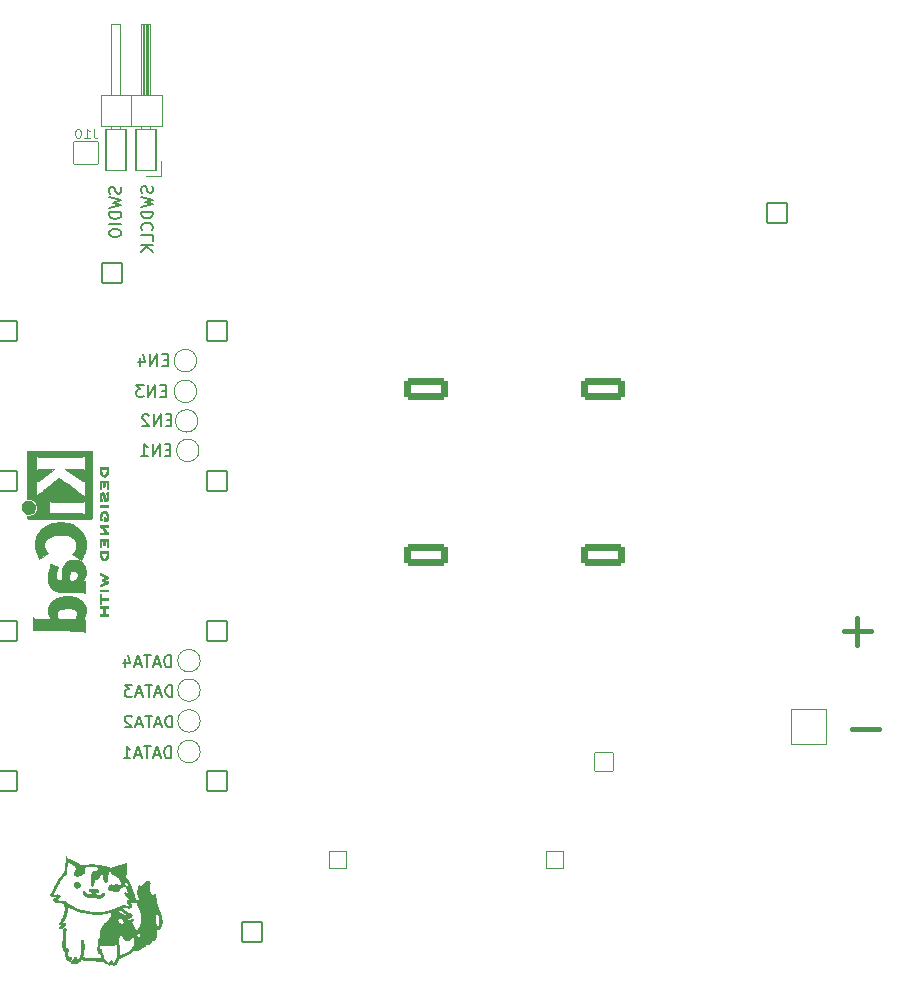
<source format=gbr>
%TF.GenerationSoftware,KiCad,Pcbnew,(6.0.7)*%
%TF.CreationDate,2022-08-24T09:38:20-04:00*%
%TF.ProjectId,Receiver_Out,52656365-6976-4657-925f-4f75742e6b69,v2*%
%TF.SameCoordinates,Original*%
%TF.FileFunction,Legend,Bot*%
%TF.FilePolarity,Positive*%
%FSLAX46Y46*%
G04 Gerber Fmt 4.6, Leading zero omitted, Abs format (unit mm)*
G04 Created by KiCad (PCBNEW (6.0.7)) date 2022-08-24 09:38:20*
%MOMM*%
%LPD*%
G01*
G04 APERTURE LIST*
G04 Aperture macros list*
%AMRoundRect*
0 Rectangle with rounded corners*
0 $1 Rounding radius*
0 $2 $3 $4 $5 $6 $7 $8 $9 X,Y pos of 4 corners*
0 Add a 4 corners polygon primitive as box body*
4,1,4,$2,$3,$4,$5,$6,$7,$8,$9,$2,$3,0*
0 Add four circle primitives for the rounded corners*
1,1,$1+$1,$2,$3*
1,1,$1+$1,$4,$5*
1,1,$1+$1,$6,$7*
1,1,$1+$1,$8,$9*
0 Add four rect primitives between the rounded corners*
20,1,$1+$1,$2,$3,$4,$5,0*
20,1,$1+$1,$4,$5,$6,$7,0*
20,1,$1+$1,$6,$7,$8,$9,0*
20,1,$1+$1,$8,$9,$2,$3,0*%
G04 Aperture macros list end*
%ADD10C,0.400000*%
%ADD11C,0.150000*%
%ADD12C,0.100000*%
%ADD13C,0.010000*%
%ADD14C,0.120000*%
%ADD15RoundRect,0.301000X1.550000X-0.650000X1.550000X0.650000X-1.550000X0.650000X-1.550000X-0.650000X0*%
%ADD16O,3.702000X1.902000*%
%ADD17RoundRect,0.051000X1.500000X-1.500000X1.500000X1.500000X-1.500000X1.500000X-1.500000X-1.500000X0*%
%ADD18C,3.102000*%
%ADD19C,2.577000*%
%ADD20RoundRect,0.051000X0.850000X0.850000X-0.850000X0.850000X-0.850000X-0.850000X0.850000X-0.850000X0*%
%ADD21O,1.802000X1.802000*%
%ADD22C,3.302000*%
%ADD23RoundRect,0.051000X-0.750000X-0.750000X0.750000X-0.750000X0.750000X0.750000X-0.750000X0.750000X0*%
%ADD24C,1.602000*%
%ADD25C,5.000000*%
%ADD26C,1.802000*%
%ADD27C,3.802000*%
%ADD28O,1.902000X1.902000*%
%ADD29O,1.602000X1.602000*%
%ADD30RoundRect,0.051000X-1.050000X-0.950000X1.050000X-0.950000X1.050000X0.950000X-1.050000X0.950000X0*%
%ADD31O,2.202000X2.002000*%
%ADD32RoundRect,0.051000X-0.850000X0.850000X-0.850000X-0.850000X0.850000X-0.850000X0.850000X0.850000X0*%
%ADD33RoundRect,0.051000X0.800000X0.800000X-0.800000X0.800000X-0.800000X-0.800000X0.800000X-0.800000X0*%
%ADD34O,1.702000X1.702000*%
%ADD35RoundRect,0.051000X0.850000X-1.750000X0.850000X1.750000X-0.850000X1.750000X-0.850000X-1.750000X0*%
G04 APERTURE END LIST*
D10*
X-80959058Y5071415D02*
X-78673343Y5071415D01*
X-79816200Y3928558D02*
X-79816200Y6214272D01*
X-80259058Y-3228585D02*
X-77973343Y-3228585D01*
D11*
X-139511439Y42747605D02*
X-139463820Y42604748D01*
X-139463820Y42366653D01*
X-139511439Y42271415D01*
X-139559058Y42223796D01*
X-139654296Y42176177D01*
X-139749534Y42176177D01*
X-139844772Y42223796D01*
X-139892391Y42271415D01*
X-139940010Y42366653D01*
X-139987629Y42557129D01*
X-140035248Y42652367D01*
X-140082867Y42699986D01*
X-140178105Y42747605D01*
X-140273343Y42747605D01*
X-140368581Y42699986D01*
X-140416200Y42652367D01*
X-140463820Y42557129D01*
X-140463820Y42319034D01*
X-140416200Y42176177D01*
X-140463820Y41842843D02*
X-139463820Y41604748D01*
X-140178105Y41414272D01*
X-139463820Y41223796D01*
X-140463820Y40985700D01*
X-139463820Y40604748D02*
X-140463820Y40604748D01*
X-140463820Y40366653D01*
X-140416200Y40223796D01*
X-140320962Y40128558D01*
X-140225724Y40080939D01*
X-140035248Y40033320D01*
X-139892391Y40033320D01*
X-139701915Y40080939D01*
X-139606677Y40128558D01*
X-139511439Y40223796D01*
X-139463820Y40366653D01*
X-139463820Y40604748D01*
X-139559058Y39033320D02*
X-139511439Y39080939D01*
X-139463820Y39223796D01*
X-139463820Y39319034D01*
X-139511439Y39461891D01*
X-139606677Y39557129D01*
X-139701915Y39604748D01*
X-139892391Y39652367D01*
X-140035248Y39652367D01*
X-140225724Y39604748D01*
X-140320962Y39557129D01*
X-140416200Y39461891D01*
X-140463820Y39319034D01*
X-140463820Y39223796D01*
X-140416200Y39080939D01*
X-140368581Y39033320D01*
X-139463820Y38128558D02*
X-139463820Y38604748D01*
X-140463820Y38604748D01*
X-139463820Y37795224D02*
X-140463820Y37795224D01*
X-139463820Y37223796D02*
X-140035248Y37652367D01*
X-140463820Y37223796D02*
X-139892391Y37795224D01*
X-142211439Y42704748D02*
X-142163820Y42561891D01*
X-142163820Y42323796D01*
X-142211439Y42228558D01*
X-142259058Y42180939D01*
X-142354296Y42133320D01*
X-142449534Y42133320D01*
X-142544772Y42180939D01*
X-142592391Y42228558D01*
X-142640010Y42323796D01*
X-142687629Y42514272D01*
X-142735248Y42609510D01*
X-142782867Y42657129D01*
X-142878105Y42704748D01*
X-142973343Y42704748D01*
X-143068581Y42657129D01*
X-143116200Y42609510D01*
X-143163820Y42514272D01*
X-143163820Y42276177D01*
X-143116200Y42133320D01*
X-143163820Y41799986D02*
X-142163820Y41561891D01*
X-142878105Y41371415D01*
X-142163820Y41180939D01*
X-143163820Y40942843D01*
X-142163820Y40561891D02*
X-143163820Y40561891D01*
X-143163820Y40323796D01*
X-143116200Y40180939D01*
X-143020962Y40085700D01*
X-142925724Y40038081D01*
X-142735248Y39990462D01*
X-142592391Y39990462D01*
X-142401915Y40038081D01*
X-142306677Y40085700D01*
X-142211439Y40180939D01*
X-142163820Y40323796D01*
X-142163820Y40561891D01*
X-142163820Y39561891D02*
X-143163820Y39561891D01*
X-143163820Y38895224D02*
X-143163820Y38704748D01*
X-143116200Y38609510D01*
X-143020962Y38514272D01*
X-142830486Y38466653D01*
X-142497153Y38466653D01*
X-142306677Y38514272D01*
X-142211439Y38609510D01*
X-142163820Y38704748D01*
X-142163820Y38895224D01*
X-142211439Y38990462D01*
X-142306677Y39085700D01*
X-142497153Y39133320D01*
X-142830486Y39133320D01*
X-143020962Y39085700D01*
X-143116200Y38990462D01*
X-143163820Y38895224D01*
%TO.C,TP3*%
X-137840010Y-466680D02*
X-137840010Y533320D01*
X-138078105Y533320D01*
X-138220962Y485700D01*
X-138316200Y390462D01*
X-138363820Y295224D01*
X-138411439Y104748D01*
X-138411439Y-38109D01*
X-138363820Y-228585D01*
X-138316200Y-323823D01*
X-138220962Y-419061D01*
X-138078105Y-466680D01*
X-137840010Y-466680D01*
X-138792391Y-180966D02*
X-139268581Y-180966D01*
X-138697153Y-466680D02*
X-139030486Y533320D01*
X-139363820Y-466680D01*
X-139554296Y533320D02*
X-140125724Y533320D01*
X-139840010Y-466680D02*
X-139840010Y533320D01*
X-140411439Y-180966D02*
X-140887629Y-180966D01*
X-140316200Y-466680D02*
X-140649534Y533320D01*
X-140982867Y-466680D01*
X-141220962Y533320D02*
X-141840010Y533320D01*
X-141506677Y152367D01*
X-141649534Y152367D01*
X-141744772Y104748D01*
X-141792391Y57129D01*
X-141840010Y-38109D01*
X-141840010Y-276204D01*
X-141792391Y-371442D01*
X-141744772Y-419061D01*
X-141649534Y-466680D01*
X-141363820Y-466680D01*
X-141268581Y-419061D01*
X-141220962Y-371442D01*
%TO.C,TP8*%
X-138201915Y28057129D02*
X-138535248Y28057129D01*
X-138678105Y27533320D02*
X-138201915Y27533320D01*
X-138201915Y28533320D01*
X-138678105Y28533320D01*
X-139106677Y27533320D02*
X-139106677Y28533320D01*
X-139678105Y27533320D01*
X-139678105Y28533320D01*
X-140582867Y28199986D02*
X-140582867Y27533320D01*
X-140344772Y28580939D02*
X-140106677Y27866653D01*
X-140725724Y27866653D01*
%TO.C,TP5*%
X-138001915Y20457129D02*
X-138335248Y20457129D01*
X-138478105Y19933320D02*
X-138001915Y19933320D01*
X-138001915Y20933320D01*
X-138478105Y20933320D01*
X-138906677Y19933320D02*
X-138906677Y20933320D01*
X-139478105Y19933320D01*
X-139478105Y20933320D01*
X-140478105Y19933320D02*
X-139906677Y19933320D01*
X-140192391Y19933320D02*
X-140192391Y20933320D01*
X-140097153Y20790462D01*
X-140001915Y20695224D01*
X-139906677Y20647605D01*
%TO.C,TP2*%
X-137840010Y-3066680D02*
X-137840010Y-2066680D01*
X-138078105Y-2066680D01*
X-138220962Y-2114300D01*
X-138316200Y-2209538D01*
X-138363820Y-2304776D01*
X-138411439Y-2495252D01*
X-138411439Y-2638109D01*
X-138363820Y-2828585D01*
X-138316200Y-2923823D01*
X-138220962Y-3019061D01*
X-138078105Y-3066680D01*
X-137840010Y-3066680D01*
X-138792391Y-2780966D02*
X-139268581Y-2780966D01*
X-138697153Y-3066680D02*
X-139030486Y-2066680D01*
X-139363820Y-3066680D01*
X-139554296Y-2066680D02*
X-140125724Y-2066680D01*
X-139840010Y-3066680D02*
X-139840010Y-2066680D01*
X-140411439Y-2780966D02*
X-140887629Y-2780966D01*
X-140316200Y-3066680D02*
X-140649534Y-2066680D01*
X-140982867Y-3066680D01*
X-141268581Y-2161919D02*
X-141316200Y-2114300D01*
X-141411439Y-2066680D01*
X-141649534Y-2066680D01*
X-141744772Y-2114300D01*
X-141792391Y-2161919D01*
X-141840010Y-2257157D01*
X-141840010Y-2352395D01*
X-141792391Y-2495252D01*
X-141220962Y-3066680D01*
X-141840010Y-3066680D01*
%TO.C,TP6*%
X-137901915Y22957129D02*
X-138235248Y22957129D01*
X-138378105Y22433320D02*
X-137901915Y22433320D01*
X-137901915Y23433320D01*
X-138378105Y23433320D01*
X-138806677Y22433320D02*
X-138806677Y23433320D01*
X-139378105Y22433320D01*
X-139378105Y23433320D01*
X-139806677Y23338081D02*
X-139854296Y23385700D01*
X-139949534Y23433320D01*
X-140187629Y23433320D01*
X-140282867Y23385700D01*
X-140330486Y23338081D01*
X-140378105Y23242843D01*
X-140378105Y23147605D01*
X-140330486Y23004748D01*
X-139759058Y22433320D01*
X-140378105Y22433320D01*
D12*
%TO.C,J10*%
X-144468581Y47623796D02*
X-144468581Y47052367D01*
X-144430486Y46938081D01*
X-144354296Y46861891D01*
X-144240010Y46823796D01*
X-144163820Y46823796D01*
X-145268581Y46823796D02*
X-144811439Y46823796D01*
X-145040010Y46823796D02*
X-145040010Y47623796D01*
X-144963820Y47509510D01*
X-144887629Y47433320D01*
X-144811439Y47395224D01*
X-145763820Y47623796D02*
X-145840010Y47623796D01*
X-145916200Y47585700D01*
X-145954296Y47547605D01*
X-145992391Y47471415D01*
X-146030486Y47319034D01*
X-146030486Y47128558D01*
X-145992391Y46976177D01*
X-145954296Y46899986D01*
X-145916200Y46861891D01*
X-145840010Y46823796D01*
X-145763820Y46823796D01*
X-145687629Y46861891D01*
X-145649534Y46899986D01*
X-145611439Y46976177D01*
X-145573343Y47128558D01*
X-145573343Y47319034D01*
X-145611439Y47471415D01*
X-145649534Y47547605D01*
X-145687629Y47585700D01*
X-145763820Y47623796D01*
D11*
%TO.C,TP4*%
X-137940010Y2033320D02*
X-137940010Y3033320D01*
X-138178105Y3033320D01*
X-138320962Y2985700D01*
X-138416200Y2890462D01*
X-138463820Y2795224D01*
X-138511439Y2604748D01*
X-138511439Y2461891D01*
X-138463820Y2271415D01*
X-138416200Y2176177D01*
X-138320962Y2080939D01*
X-138178105Y2033320D01*
X-137940010Y2033320D01*
X-138892391Y2319034D02*
X-139368581Y2319034D01*
X-138797153Y2033320D02*
X-139130486Y3033320D01*
X-139463820Y2033320D01*
X-139654296Y3033320D02*
X-140225724Y3033320D01*
X-139940010Y2033320D02*
X-139940010Y3033320D01*
X-140511439Y2319034D02*
X-140987629Y2319034D01*
X-140416200Y2033320D02*
X-140749534Y3033320D01*
X-141082867Y2033320D01*
X-141844772Y2699986D02*
X-141844772Y2033320D01*
X-141606677Y3080939D02*
X-141368581Y2366653D01*
X-141987629Y2366653D01*
%TO.C,TP1*%
X-137940010Y-5666680D02*
X-137940010Y-4666680D01*
X-138178105Y-4666680D01*
X-138320962Y-4714300D01*
X-138416200Y-4809538D01*
X-138463820Y-4904776D01*
X-138511439Y-5095252D01*
X-138511439Y-5238109D01*
X-138463820Y-5428585D01*
X-138416200Y-5523823D01*
X-138320962Y-5619061D01*
X-138178105Y-5666680D01*
X-137940010Y-5666680D01*
X-138892391Y-5380966D02*
X-139368581Y-5380966D01*
X-138797153Y-5666680D02*
X-139130486Y-4666680D01*
X-139463820Y-5666680D01*
X-139654296Y-4666680D02*
X-140225724Y-4666680D01*
X-139940010Y-5666680D02*
X-139940010Y-4666680D01*
X-140511439Y-5380966D02*
X-140987629Y-5380966D01*
X-140416200Y-5666680D02*
X-140749534Y-4666680D01*
X-141082867Y-5666680D01*
X-141940010Y-5666680D02*
X-141368581Y-5666680D01*
X-141654296Y-5666680D02*
X-141654296Y-4666680D01*
X-141559058Y-4809538D01*
X-141463820Y-4904776D01*
X-141368581Y-4952395D01*
%TO.C,TP7*%
X-138401915Y25457129D02*
X-138735248Y25457129D01*
X-138878105Y24933320D02*
X-138401915Y24933320D01*
X-138401915Y25933320D01*
X-138878105Y25933320D01*
X-139306677Y24933320D02*
X-139306677Y25933320D01*
X-139878105Y24933320D01*
X-139878105Y25933320D01*
X-140259058Y25933320D02*
X-140878105Y25933320D01*
X-140544772Y25552367D01*
X-140687629Y25552367D01*
X-140782867Y25504748D01*
X-140830486Y25457129D01*
X-140878105Y25361891D01*
X-140878105Y25123796D01*
X-140830486Y25028558D01*
X-140782867Y24980939D01*
X-140687629Y24933320D01*
X-140401915Y24933320D01*
X-140306677Y24980939D01*
X-140259058Y25028558D01*
%TO.C,REF\u002A\u002A*%
G36*
X-143567529Y7184587D02*
G01*
X-143451160Y7184103D01*
X-143436985Y7184035D01*
X-143375223Y7183449D01*
X-143331540Y7182126D01*
X-143302159Y7179581D01*
X-143283305Y7175326D01*
X-143271201Y7168874D01*
X-143262071Y7159740D01*
X-143244654Y7126282D01*
X-143247556Y7091334D01*
X-143272060Y7060431D01*
X-143285263Y7051422D01*
X-143303799Y7043970D01*
X-143329827Y7039602D01*
X-143368373Y7037547D01*
X-143424460Y7037034D01*
X-143547115Y7037034D01*
X-143547115Y6540323D01*
X-143412289Y6540323D01*
X-143376498Y6540250D01*
X-143330168Y6539487D01*
X-143299634Y6537311D01*
X-143280603Y6533014D01*
X-143268786Y6525890D01*
X-143259889Y6515233D01*
X-143244819Y6482982D01*
X-143247487Y6447695D01*
X-143272060Y6416964D01*
X-143278315Y6412309D01*
X-143288839Y6406373D01*
X-143302769Y6401842D01*
X-143322843Y6398526D01*
X-143351800Y6396237D01*
X-143392380Y6394786D01*
X-143447320Y6393983D01*
X-143519361Y6393640D01*
X-143611240Y6393567D01*
X-143920675Y6393567D01*
X-143948384Y6421276D01*
X-143970627Y6452655D01*
X-143973316Y6485884D01*
X-143953515Y6517745D01*
X-143943745Y6526031D01*
X-143927853Y6533443D01*
X-143903885Y6537780D01*
X-143867012Y6539816D01*
X-143812404Y6540323D01*
X-143693871Y6540323D01*
X-143693871Y7037034D01*
X-143809384Y7037034D01*
X-143861082Y7037472D01*
X-143895606Y7039436D01*
X-143918182Y7043952D01*
X-143934034Y7052045D01*
X-143948384Y7064743D01*
X-143970627Y7096121D01*
X-143973316Y7129350D01*
X-143953515Y7161212D01*
X-143947325Y7166844D01*
X-143939119Y7171934D01*
X-143927343Y7176021D01*
X-143909884Y7179199D01*
X-143884630Y7181565D01*
X-143849470Y7183216D01*
X-143802291Y7184247D01*
X-143740983Y7184755D01*
X-143663433Y7184837D01*
X-143567529Y7184587D01*
G37*
D13*
X-143567529Y7184587D02*
X-143451160Y7184103D01*
X-143436985Y7184035D01*
X-143375223Y7183449D01*
X-143331540Y7182126D01*
X-143302159Y7179581D01*
X-143283305Y7175326D01*
X-143271201Y7168874D01*
X-143262071Y7159740D01*
X-143244654Y7126282D01*
X-143247556Y7091334D01*
X-143272060Y7060431D01*
X-143285263Y7051422D01*
X-143303799Y7043970D01*
X-143329827Y7039602D01*
X-143368373Y7037547D01*
X-143424460Y7037034D01*
X-143547115Y7037034D01*
X-143547115Y6540323D01*
X-143412289Y6540323D01*
X-143376498Y6540250D01*
X-143330168Y6539487D01*
X-143299634Y6537311D01*
X-143280603Y6533014D01*
X-143268786Y6525890D01*
X-143259889Y6515233D01*
X-143244819Y6482982D01*
X-143247487Y6447695D01*
X-143272060Y6416964D01*
X-143278315Y6412309D01*
X-143288839Y6406373D01*
X-143302769Y6401842D01*
X-143322843Y6398526D01*
X-143351800Y6396237D01*
X-143392380Y6394786D01*
X-143447320Y6393983D01*
X-143519361Y6393640D01*
X-143611240Y6393567D01*
X-143920675Y6393567D01*
X-143948384Y6421276D01*
X-143970627Y6452655D01*
X-143973316Y6485884D01*
X-143953515Y6517745D01*
X-143943745Y6526031D01*
X-143927853Y6533443D01*
X-143903885Y6537780D01*
X-143867012Y6539816D01*
X-143812404Y6540323D01*
X-143693871Y6540323D01*
X-143693871Y7037034D01*
X-143809384Y7037034D01*
X-143861082Y7037472D01*
X-143895606Y7039436D01*
X-143918182Y7043952D01*
X-143934034Y7052045D01*
X-143948384Y7064743D01*
X-143970627Y7096121D01*
X-143973316Y7129350D01*
X-143953515Y7161212D01*
X-143947325Y7166844D01*
X-143939119Y7171934D01*
X-143927343Y7176021D01*
X-143909884Y7179199D01*
X-143884630Y7181565D01*
X-143849470Y7183216D01*
X-143802291Y7184247D01*
X-143740983Y7184755D01*
X-143663433Y7184837D01*
X-143567529Y7184587D01*
G36*
X-146049616Y11134148D02*
G01*
X-145946613Y11120821D01*
X-145860811Y11100712D01*
X-145772534Y11068626D01*
X-145627053Y10994249D01*
X-145499057Y10899180D01*
X-145389419Y10784404D01*
X-145299010Y10650905D01*
X-145228704Y10499666D01*
X-145179371Y10331673D01*
X-145168244Y10263169D01*
X-145160511Y10165279D01*
X-145158772Y10058670D01*
X-145162887Y9952251D01*
X-145172715Y9854931D01*
X-145188116Y9775619D01*
X-145200242Y9735765D01*
X-145235726Y9645249D01*
X-145280777Y9553238D01*
X-145330509Y9469224D01*
X-145380036Y9402701D01*
X-145380751Y9401883D01*
X-145411660Y9365429D01*
X-145433669Y9337382D01*
X-145442054Y9323755D01*
X-145440052Y9322265D01*
X-145418426Y9318894D01*
X-145378092Y9316551D01*
X-145325352Y9315673D01*
X-145208649Y9315673D01*
X-145208649Y8800808D01*
X-145208651Y8787102D01*
X-145208852Y8672151D01*
X-145209353Y8566650D01*
X-145210115Y8473600D01*
X-145211103Y8396003D01*
X-145212278Y8336860D01*
X-145213603Y8299172D01*
X-145215041Y8285943D01*
X-145216298Y8286251D01*
X-145234851Y8294906D01*
X-145269707Y8313049D01*
X-145314582Y8337430D01*
X-145407730Y8388916D01*
X-146375676Y8396862D01*
X-146516657Y8398043D01*
X-146696459Y8399695D01*
X-146852553Y8401429D01*
X-146987147Y8403386D01*
X-147102447Y8405705D01*
X-147200663Y8408526D01*
X-147284000Y8411990D01*
X-147354667Y8416236D01*
X-147414872Y8421406D01*
X-147466821Y8427638D01*
X-147512722Y8435073D01*
X-147554783Y8443852D01*
X-147595211Y8454113D01*
X-147636215Y8465999D01*
X-147680000Y8479647D01*
X-147817267Y8533416D01*
X-147944130Y8607051D01*
X-148052744Y8698752D01*
X-148143678Y8809361D01*
X-148217499Y8939716D01*
X-148274777Y9090657D01*
X-148316079Y9263023D01*
X-148341974Y9457655D01*
X-148347123Y9525681D01*
X-148350888Y9640248D01*
X-148347498Y9753802D01*
X-148336380Y9871659D01*
X-148316964Y9999136D01*
X-148288678Y10141549D01*
X-148250949Y10304213D01*
X-148241820Y10341813D01*
X-148219356Y10436235D01*
X-148198673Y10525729D01*
X-148180991Y10604867D01*
X-148167532Y10668222D01*
X-148159519Y10710366D01*
X-148143549Y10807600D01*
X-147812234Y10670902D01*
X-147729512Y10636709D01*
X-147648456Y10603071D01*
X-147579251Y10574209D01*
X-147525284Y10551541D01*
X-147489940Y10536483D01*
X-147476606Y10530453D01*
X-147476415Y10529505D01*
X-147482368Y10512030D01*
X-147497624Y10477669D01*
X-147519469Y10432620D01*
X-147562009Y10338988D01*
X-147608522Y10210144D01*
X-147644142Y10078272D01*
X-147667974Y9948530D01*
X-147679125Y9826075D01*
X-147676698Y9716063D01*
X-147659800Y9623651D01*
X-147632988Y9559155D01*
X-147578042Y9485906D01*
X-147503500Y9429519D01*
X-147411657Y9391607D01*
X-147304805Y9373785D01*
X-147206325Y9367509D01*
X-147205678Y9603997D01*
X-146574370Y9603997D01*
X-146574369Y9588990D01*
X-146573525Y9519875D01*
X-146571486Y9460506D01*
X-146568519Y9416786D01*
X-146564891Y9394619D01*
X-146563713Y9392068D01*
X-146556317Y9383821D01*
X-146541453Y9377980D01*
X-146515125Y9374141D01*
X-146473334Y9371899D01*
X-146412082Y9370851D01*
X-146327371Y9370592D01*
X-146254712Y9370975D01*
X-146178367Y9372830D01*
X-146123184Y9376465D01*
X-146085570Y9382144D01*
X-146061931Y9390132D01*
X-146045051Y9400408D01*
X-145999035Y9439104D01*
X-145951131Y9490951D01*
X-145908448Y9547778D01*
X-145878099Y9601411D01*
X-145866963Y9631168D01*
X-145852136Y9699685D01*
X-145844556Y9789174D01*
X-145845704Y9883524D01*
X-145861296Y9973120D01*
X-145893506Y10047904D01*
X-145943785Y10112607D01*
X-145962382Y10130808D01*
X-146025806Y10178197D01*
X-146094168Y10203838D01*
X-146176427Y10211538D01*
X-146219885Y10209452D01*
X-146309347Y10188821D01*
X-146386133Y10145481D01*
X-146451109Y10078643D01*
X-146505137Y9987517D01*
X-146549082Y9871314D01*
X-146560614Y9824467D01*
X-146568510Y9767754D01*
X-146572895Y9696381D01*
X-146574370Y9603997D01*
X-147205678Y9603997D01*
X-147205428Y9695131D01*
X-147204501Y9805618D01*
X-147201211Y9927824D01*
X-147195001Y10032221D01*
X-147185268Y10124210D01*
X-147171409Y10209190D01*
X-147152819Y10292563D01*
X-147128894Y10379727D01*
X-147083356Y10510146D01*
X-147008364Y10663546D01*
X-146916505Y10798174D01*
X-146809072Y10912702D01*
X-146687357Y11005802D01*
X-146552651Y11076147D01*
X-146406247Y11122409D01*
X-146366816Y11129654D01*
X-146269219Y11138942D01*
X-146176427Y11140112D01*
X-146160318Y11140314D01*
X-146049616Y11134148D01*
G37*
X-146049616Y11134148D02*
X-145946613Y11120821D01*
X-145860811Y11100712D01*
X-145772534Y11068626D01*
X-145627053Y10994249D01*
X-145499057Y10899180D01*
X-145389419Y10784404D01*
X-145299010Y10650905D01*
X-145228704Y10499666D01*
X-145179371Y10331673D01*
X-145168244Y10263169D01*
X-145160511Y10165279D01*
X-145158772Y10058670D01*
X-145162887Y9952251D01*
X-145172715Y9854931D01*
X-145188116Y9775619D01*
X-145200242Y9735765D01*
X-145235726Y9645249D01*
X-145280777Y9553238D01*
X-145330509Y9469224D01*
X-145380036Y9402701D01*
X-145380751Y9401883D01*
X-145411660Y9365429D01*
X-145433669Y9337382D01*
X-145442054Y9323755D01*
X-145440052Y9322265D01*
X-145418426Y9318894D01*
X-145378092Y9316551D01*
X-145325352Y9315673D01*
X-145208649Y9315673D01*
X-145208649Y8800808D01*
X-145208651Y8787102D01*
X-145208852Y8672151D01*
X-145209353Y8566650D01*
X-145210115Y8473600D01*
X-145211103Y8396003D01*
X-145212278Y8336860D01*
X-145213603Y8299172D01*
X-145215041Y8285943D01*
X-145216298Y8286251D01*
X-145234851Y8294906D01*
X-145269707Y8313049D01*
X-145314582Y8337430D01*
X-145407730Y8388916D01*
X-146375676Y8396862D01*
X-146516657Y8398043D01*
X-146696459Y8399695D01*
X-146852553Y8401429D01*
X-146987147Y8403386D01*
X-147102447Y8405705D01*
X-147200663Y8408526D01*
X-147284000Y8411990D01*
X-147354667Y8416236D01*
X-147414872Y8421406D01*
X-147466821Y8427638D01*
X-147512722Y8435073D01*
X-147554783Y8443852D01*
X-147595211Y8454113D01*
X-147636215Y8465999D01*
X-147680000Y8479647D01*
X-147817267Y8533416D01*
X-147944130Y8607051D01*
X-148052744Y8698752D01*
X-148143678Y8809361D01*
X-148217499Y8939716D01*
X-148274777Y9090657D01*
X-148316079Y9263023D01*
X-148341974Y9457655D01*
X-148347123Y9525681D01*
X-148350888Y9640248D01*
X-148347498Y9753802D01*
X-148336380Y9871659D01*
X-148316964Y9999136D01*
X-148288678Y10141549D01*
X-148250949Y10304213D01*
X-148241820Y10341813D01*
X-148219356Y10436235D01*
X-148198673Y10525729D01*
X-148180991Y10604867D01*
X-148167532Y10668222D01*
X-148159519Y10710366D01*
X-148143549Y10807600D01*
X-147812234Y10670902D01*
X-147729512Y10636709D01*
X-147648456Y10603071D01*
X-147579251Y10574209D01*
X-147525284Y10551541D01*
X-147489940Y10536483D01*
X-147476606Y10530453D01*
X-147476415Y10529505D01*
X-147482368Y10512030D01*
X-147497624Y10477669D01*
X-147519469Y10432620D01*
X-147562009Y10338988D01*
X-147608522Y10210144D01*
X-147644142Y10078272D01*
X-147667974Y9948530D01*
X-147679125Y9826075D01*
X-147676698Y9716063D01*
X-147659800Y9623651D01*
X-147632988Y9559155D01*
X-147578042Y9485906D01*
X-147503500Y9429519D01*
X-147411657Y9391607D01*
X-147304805Y9373785D01*
X-147206325Y9367509D01*
X-147205678Y9603997D01*
X-146574370Y9603997D01*
X-146574369Y9588990D01*
X-146573525Y9519875D01*
X-146571486Y9460506D01*
X-146568519Y9416786D01*
X-146564891Y9394619D01*
X-146563713Y9392068D01*
X-146556317Y9383821D01*
X-146541453Y9377980D01*
X-146515125Y9374141D01*
X-146473334Y9371899D01*
X-146412082Y9370851D01*
X-146327371Y9370592D01*
X-146254712Y9370975D01*
X-146178367Y9372830D01*
X-146123184Y9376465D01*
X-146085570Y9382144D01*
X-146061931Y9390132D01*
X-146045051Y9400408D01*
X-145999035Y9439104D01*
X-145951131Y9490951D01*
X-145908448Y9547778D01*
X-145878099Y9601411D01*
X-145866963Y9631168D01*
X-145852136Y9699685D01*
X-145844556Y9789174D01*
X-145845704Y9883524D01*
X-145861296Y9973120D01*
X-145893506Y10047904D01*
X-145943785Y10112607D01*
X-145962382Y10130808D01*
X-146025806Y10178197D01*
X-146094168Y10203838D01*
X-146176427Y10211538D01*
X-146219885Y10209452D01*
X-146309347Y10188821D01*
X-146386133Y10145481D01*
X-146451109Y10078643D01*
X-146505137Y9987517D01*
X-146549082Y9871314D01*
X-146560614Y9824467D01*
X-146568510Y9767754D01*
X-146572895Y9696381D01*
X-146574370Y9603997D01*
X-147205678Y9603997D01*
X-147205428Y9695131D01*
X-147204501Y9805618D01*
X-147201211Y9927824D01*
X-147195001Y10032221D01*
X-147185268Y10124210D01*
X-147171409Y10209190D01*
X-147152819Y10292563D01*
X-147128894Y10379727D01*
X-147083356Y10510146D01*
X-147008364Y10663546D01*
X-146916505Y10798174D01*
X-146809072Y10912702D01*
X-146687357Y11005802D01*
X-146552651Y11076147D01*
X-146406247Y11122409D01*
X-146366816Y11129654D01*
X-146269219Y11138942D01*
X-146176427Y11140112D01*
X-146160318Y11140314D01*
X-146049616Y11134148D01*
G36*
X-143538249Y12884649D02*
G01*
X-143459932Y12884417D01*
X-143399664Y12883797D01*
X-143354767Y12882604D01*
X-143322558Y12880657D01*
X-143300360Y12877772D01*
X-143285491Y12873766D01*
X-143275271Y12868457D01*
X-143267022Y12861661D01*
X-143262365Y12857146D01*
X-143255878Y12848916D01*
X-143250966Y12837556D01*
X-143247411Y12820288D01*
X-143244993Y12794333D01*
X-143243493Y12756914D01*
X-143242693Y12705251D01*
X-143242373Y12636567D01*
X-143242315Y12548084D01*
X-143242322Y12528409D01*
X-143242588Y12441384D01*
X-143243354Y12373732D01*
X-143244768Y12322777D01*
X-143246980Y12285845D01*
X-143250138Y12260261D01*
X-143254391Y12243349D01*
X-143259889Y12232435D01*
X-143269875Y12221942D01*
X-143300992Y12208681D01*
X-143336880Y12209864D01*
X-143368427Y12226028D01*
X-143370703Y12228217D01*
X-143376971Y12236905D01*
X-143381637Y12250247D01*
X-143384933Y12271230D01*
X-143387092Y12302841D01*
X-143388346Y12348068D01*
X-143388929Y12409898D01*
X-143389071Y12491317D01*
X-143389071Y12737923D01*
X-143547115Y12737923D01*
X-143547115Y12575484D01*
X-143547196Y12539816D01*
X-143547993Y12484046D01*
X-143549998Y12444908D01*
X-143553639Y12418454D01*
X-143559348Y12400737D01*
X-143567553Y12387807D01*
X-143570737Y12384164D01*
X-143601712Y12365756D01*
X-143638048Y12365122D01*
X-143671667Y12382661D01*
X-143671736Y12382723D01*
X-143680362Y12392394D01*
X-143686418Y12405687D01*
X-143690349Y12426395D01*
X-143692604Y12458306D01*
X-143693629Y12505212D01*
X-143693871Y12570902D01*
X-143693871Y12739049D01*
X-143758782Y12735664D01*
X-143823693Y12732278D01*
X-143826746Y12490201D01*
X-143827074Y12465185D01*
X-143828554Y12383565D01*
X-143830938Y12321246D01*
X-143834933Y12275632D01*
X-143841247Y12244130D01*
X-143850586Y12224145D01*
X-143863657Y12213082D01*
X-143881168Y12208347D01*
X-143903825Y12207345D01*
X-143906190Y12207351D01*
X-143926221Y12208505D01*
X-143942014Y12213302D01*
X-143954070Y12224110D01*
X-143962893Y12243295D01*
X-143968985Y12273223D01*
X-143972849Y12316261D01*
X-143974986Y12374777D01*
X-143975900Y12451135D01*
X-143976093Y12547704D01*
X-143976093Y12837884D01*
X-143946349Y12861281D01*
X-143939665Y12866230D01*
X-143929094Y12872074D01*
X-143915007Y12876535D01*
X-143894682Y12879799D01*
X-143865395Y12882052D01*
X-143824423Y12883480D01*
X-143769043Y12884270D01*
X-143696532Y12884607D01*
X-143604166Y12884678D01*
X-143538249Y12884649D01*
G37*
X-143538249Y12884649D02*
X-143459932Y12884417D01*
X-143399664Y12883797D01*
X-143354767Y12882604D01*
X-143322558Y12880657D01*
X-143300360Y12877772D01*
X-143285491Y12873766D01*
X-143275271Y12868457D01*
X-143267022Y12861661D01*
X-143262365Y12857146D01*
X-143255878Y12848916D01*
X-143250966Y12837556D01*
X-143247411Y12820288D01*
X-143244993Y12794333D01*
X-143243493Y12756914D01*
X-143242693Y12705251D01*
X-143242373Y12636567D01*
X-143242315Y12548084D01*
X-143242322Y12528409D01*
X-143242588Y12441384D01*
X-143243354Y12373732D01*
X-143244768Y12322777D01*
X-143246980Y12285845D01*
X-143250138Y12260261D01*
X-143254391Y12243349D01*
X-143259889Y12232435D01*
X-143269875Y12221942D01*
X-143300992Y12208681D01*
X-143336880Y12209864D01*
X-143368427Y12226028D01*
X-143370703Y12228217D01*
X-143376971Y12236905D01*
X-143381637Y12250247D01*
X-143384933Y12271230D01*
X-143387092Y12302841D01*
X-143388346Y12348068D01*
X-143388929Y12409898D01*
X-143389071Y12491317D01*
X-143389071Y12737923D01*
X-143547115Y12737923D01*
X-143547115Y12575484D01*
X-143547196Y12539816D01*
X-143547993Y12484046D01*
X-143549998Y12444908D01*
X-143553639Y12418454D01*
X-143559348Y12400737D01*
X-143567553Y12387807D01*
X-143570737Y12384164D01*
X-143601712Y12365756D01*
X-143638048Y12365122D01*
X-143671667Y12382661D01*
X-143671736Y12382723D01*
X-143680362Y12392394D01*
X-143686418Y12405687D01*
X-143690349Y12426395D01*
X-143692604Y12458306D01*
X-143693629Y12505212D01*
X-143693871Y12570902D01*
X-143693871Y12739049D01*
X-143758782Y12735664D01*
X-143823693Y12732278D01*
X-143826746Y12490201D01*
X-143827074Y12465185D01*
X-143828554Y12383565D01*
X-143830938Y12321246D01*
X-143834933Y12275632D01*
X-143841247Y12244130D01*
X-143850586Y12224145D01*
X-143863657Y12213082D01*
X-143881168Y12208347D01*
X-143903825Y12207345D01*
X-143906190Y12207351D01*
X-143926221Y12208505D01*
X-143942014Y12213302D01*
X-143954070Y12224110D01*
X-143962893Y12243295D01*
X-143968985Y12273223D01*
X-143972849Y12316261D01*
X-143974986Y12374777D01*
X-143975900Y12451135D01*
X-143976093Y12547704D01*
X-143976093Y12837884D01*
X-143946349Y12861281D01*
X-143939665Y12866230D01*
X-143929094Y12872074D01*
X-143915007Y12876535D01*
X-143894682Y12879799D01*
X-143865395Y12882052D01*
X-143824423Y12883480D01*
X-143769043Y12884270D01*
X-143696532Y12884607D01*
X-143604166Y12884678D01*
X-143538249Y12884649D01*
G36*
X-143534447Y17829175D02*
G01*
X-143456271Y17828926D01*
X-143396057Y17828290D01*
X-143351178Y17827093D01*
X-143319008Y17825162D01*
X-143296921Y17822324D01*
X-143282290Y17818405D01*
X-143272490Y17813233D01*
X-143264893Y17806634D01*
X-143261716Y17803300D01*
X-143255606Y17794778D01*
X-143250931Y17782776D01*
X-143247501Y17764565D01*
X-143245124Y17737418D01*
X-143243608Y17698607D01*
X-143242762Y17645402D01*
X-143242395Y17575076D01*
X-143242315Y17484900D01*
X-143242327Y17442792D01*
X-143242509Y17361645D01*
X-143243062Y17299153D01*
X-143244178Y17252587D01*
X-143246047Y17219219D01*
X-143248862Y17196322D01*
X-143252814Y17181166D01*
X-143258094Y17171024D01*
X-143264893Y17163167D01*
X-143286493Y17148441D01*
X-143315693Y17140589D01*
X-143339600Y17146088D01*
X-143366493Y17163167D01*
X-143371101Y17168146D01*
X-143377388Y17177921D01*
X-143382014Y17192037D01*
X-143385230Y17213532D01*
X-143387290Y17245446D01*
X-143388448Y17290820D01*
X-143388958Y17352691D01*
X-143389071Y17434100D01*
X-143389071Y17682456D01*
X-143547115Y17682456D01*
X-143547115Y17521279D01*
X-143547261Y17485461D01*
X-143548984Y17419837D01*
X-143553419Y17372596D01*
X-143561523Y17340861D01*
X-143574254Y17321755D01*
X-143592568Y17312401D01*
X-143617422Y17309923D01*
X-143637678Y17310720D01*
X-143659504Y17315972D01*
X-143674856Y17328766D01*
X-143684851Y17352106D01*
X-143690607Y17388995D01*
X-143693241Y17442437D01*
X-143693871Y17515436D01*
X-143693871Y17683583D01*
X-143758782Y17680197D01*
X-143823693Y17676812D01*
X-143826742Y17429095D01*
X-143827621Y17366504D01*
X-143829065Y17298043D01*
X-143830996Y17247139D01*
X-143833646Y17210886D01*
X-143837250Y17186379D01*
X-143842039Y17170713D01*
X-143848247Y17160984D01*
X-143854650Y17154969D01*
X-143886332Y17141960D01*
X-143922018Y17145521D01*
X-143953076Y17165296D01*
X-143955999Y17168547D01*
X-143962350Y17177527D01*
X-143967203Y17189631D01*
X-143970757Y17207637D01*
X-143973214Y17234325D01*
X-143974775Y17272475D01*
X-143975642Y17324864D01*
X-143976014Y17394272D01*
X-143976093Y17483479D01*
X-143976077Y17538212D01*
X-143975885Y17615309D01*
X-143975300Y17674255D01*
X-143974109Y17717842D01*
X-143972096Y17748861D01*
X-143969048Y17770103D01*
X-143964751Y17784360D01*
X-143958988Y17794423D01*
X-143951548Y17803084D01*
X-143949867Y17804869D01*
X-143942328Y17812113D01*
X-143933310Y17817755D01*
X-143920176Y17821995D01*
X-143900288Y17825034D01*
X-143871009Y17827072D01*
X-143829702Y17828308D01*
X-143773729Y17828943D01*
X-143700453Y17829178D01*
X-143607237Y17829212D01*
X-143534447Y17829175D01*
G37*
X-143534447Y17829175D02*
X-143456271Y17828926D01*
X-143396057Y17828290D01*
X-143351178Y17827093D01*
X-143319008Y17825162D01*
X-143296921Y17822324D01*
X-143282290Y17818405D01*
X-143272490Y17813233D01*
X-143264893Y17806634D01*
X-143261716Y17803300D01*
X-143255606Y17794778D01*
X-143250931Y17782776D01*
X-143247501Y17764565D01*
X-143245124Y17737418D01*
X-143243608Y17698607D01*
X-143242762Y17645402D01*
X-143242395Y17575076D01*
X-143242315Y17484900D01*
X-143242327Y17442792D01*
X-143242509Y17361645D01*
X-143243062Y17299153D01*
X-143244178Y17252587D01*
X-143246047Y17219219D01*
X-143248862Y17196322D01*
X-143252814Y17181166D01*
X-143258094Y17171024D01*
X-143264893Y17163167D01*
X-143286493Y17148441D01*
X-143315693Y17140589D01*
X-143339600Y17146088D01*
X-143366493Y17163167D01*
X-143371101Y17168146D01*
X-143377388Y17177921D01*
X-143382014Y17192037D01*
X-143385230Y17213532D01*
X-143387290Y17245446D01*
X-143388448Y17290820D01*
X-143388958Y17352691D01*
X-143389071Y17434100D01*
X-143389071Y17682456D01*
X-143547115Y17682456D01*
X-143547115Y17521279D01*
X-143547261Y17485461D01*
X-143548984Y17419837D01*
X-143553419Y17372596D01*
X-143561523Y17340861D01*
X-143574254Y17321755D01*
X-143592568Y17312401D01*
X-143617422Y17309923D01*
X-143637678Y17310720D01*
X-143659504Y17315972D01*
X-143674856Y17328766D01*
X-143684851Y17352106D01*
X-143690607Y17388995D01*
X-143693241Y17442437D01*
X-143693871Y17515436D01*
X-143693871Y17683583D01*
X-143758782Y17680197D01*
X-143823693Y17676812D01*
X-143826742Y17429095D01*
X-143827621Y17366504D01*
X-143829065Y17298043D01*
X-143830996Y17247139D01*
X-143833646Y17210886D01*
X-143837250Y17186379D01*
X-143842039Y17170713D01*
X-143848247Y17160984D01*
X-143854650Y17154969D01*
X-143886332Y17141960D01*
X-143922018Y17145521D01*
X-143953076Y17165296D01*
X-143955999Y17168547D01*
X-143962350Y17177527D01*
X-143967203Y17189631D01*
X-143970757Y17207637D01*
X-143973214Y17234325D01*
X-143974775Y17272475D01*
X-143975642Y17324864D01*
X-143976014Y17394272D01*
X-143976093Y17483479D01*
X-143976077Y17538212D01*
X-143975885Y17615309D01*
X-143975300Y17674255D01*
X-143974109Y17717842D01*
X-143972096Y17748861D01*
X-143969048Y17770103D01*
X-143964751Y17784360D01*
X-143958988Y17794423D01*
X-143951548Y17803084D01*
X-143949867Y17804869D01*
X-143942328Y17812113D01*
X-143933310Y17817755D01*
X-143920176Y17821995D01*
X-143900288Y17825034D01*
X-143871009Y17827072D01*
X-143829702Y17828308D01*
X-143773729Y17828943D01*
X-143700453Y17829178D01*
X-143607237Y17829212D01*
X-143534447Y17829175D01*
G36*
X-149965971Y16118291D02*
G01*
X-149915472Y16115505D01*
X-149876072Y16108673D01*
X-149838724Y16096090D01*
X-149794379Y16076050D01*
X-149782561Y16070252D01*
X-149674351Y16001731D01*
X-149585319Y15915551D01*
X-149517555Y15814158D01*
X-149473146Y15699997D01*
X-149460754Y15641420D01*
X-149454955Y15522585D01*
X-149473718Y15407486D01*
X-149515120Y15299498D01*
X-149577237Y15201995D01*
X-149658145Y15118354D01*
X-149755920Y15051949D01*
X-149868638Y15006155D01*
X-149960881Y14989400D01*
X-150062675Y14987891D01*
X-150161692Y15001518D01*
X-150247460Y15029631D01*
X-150308779Y15062116D01*
X-150406064Y15134433D01*
X-150482845Y15220164D01*
X-150539114Y15316159D01*
X-150574862Y15419265D01*
X-150590084Y15526328D01*
X-150584771Y15634198D01*
X-150558916Y15739722D01*
X-150512511Y15839746D01*
X-150445549Y15931120D01*
X-150358024Y16010691D01*
X-150249926Y16075306D01*
X-150211846Y16092629D01*
X-150173249Y16106663D01*
X-150134663Y16114538D01*
X-150086937Y16117989D01*
X-150020919Y16118754D01*
X-149965971Y16118291D01*
G37*
X-149965971Y16118291D02*
X-149915472Y16115505D01*
X-149876072Y16108673D01*
X-149838724Y16096090D01*
X-149794379Y16076050D01*
X-149782561Y16070252D01*
X-149674351Y16001731D01*
X-149585319Y15915551D01*
X-149517555Y15814158D01*
X-149473146Y15699997D01*
X-149460754Y15641420D01*
X-149454955Y15522585D01*
X-149473718Y15407486D01*
X-149515120Y15299498D01*
X-149577237Y15201995D01*
X-149658145Y15118354D01*
X-149755920Y15051949D01*
X-149868638Y15006155D01*
X-149960881Y14989400D01*
X-150062675Y14987891D01*
X-150161692Y15001518D01*
X-150247460Y15029631D01*
X-150308779Y15062116D01*
X-150406064Y15134433D01*
X-150482845Y15220164D01*
X-150539114Y15316159D01*
X-150574862Y15419265D01*
X-150590084Y15526328D01*
X-150584771Y15634198D01*
X-150558916Y15739722D01*
X-150512511Y15839746D01*
X-150445549Y15931120D01*
X-150358024Y16010691D01*
X-150249926Y16075306D01*
X-150211846Y16092629D01*
X-150173249Y16106663D01*
X-150134663Y16114538D01*
X-150086937Y16117989D01*
X-150020919Y16118754D01*
X-149965971Y16118291D01*
G36*
X-143523593Y15729437D02*
G01*
X-143449371Y15729179D01*
X-143392619Y15728508D01*
X-143350648Y15727230D01*
X-143320771Y15725151D01*
X-143300299Y15722077D01*
X-143286546Y15717812D01*
X-143276823Y15712162D01*
X-143268443Y15704933D01*
X-143246979Y15673469D01*
X-143245213Y15638304D01*
X-143264893Y15605300D01*
X-143270762Y15599994D01*
X-143279846Y15594544D01*
X-143293187Y15590378D01*
X-143313403Y15587324D01*
X-143343111Y15585210D01*
X-143384928Y15583864D01*
X-143441471Y15583116D01*
X-143515358Y15582792D01*
X-143609204Y15582723D01*
X-143684866Y15582762D01*
X-143762775Y15583017D01*
X-143822785Y15583661D01*
X-143867512Y15584865D01*
X-143899575Y15586802D01*
X-143921589Y15589642D01*
X-143936173Y15593557D01*
X-143945942Y15598720D01*
X-143953515Y15605300D01*
X-143972537Y15634484D01*
X-143971697Y15667615D01*
X-143948384Y15701769D01*
X-143920675Y15729478D01*
X-143607623Y15729478D01*
X-143523593Y15729437D01*
G37*
X-143523593Y15729437D02*
X-143449371Y15729179D01*
X-143392619Y15728508D01*
X-143350648Y15727230D01*
X-143320771Y15725151D01*
X-143300299Y15722077D01*
X-143286546Y15717812D01*
X-143276823Y15712162D01*
X-143268443Y15704933D01*
X-143246979Y15673469D01*
X-143245213Y15638304D01*
X-143264893Y15605300D01*
X-143270762Y15599994D01*
X-143279846Y15594544D01*
X-143293187Y15590378D01*
X-143313403Y15587324D01*
X-143343111Y15585210D01*
X-143384928Y15583864D01*
X-143441471Y15583116D01*
X-143515358Y15582792D01*
X-143609204Y15582723D01*
X-143684866Y15582762D01*
X-143762775Y15583017D01*
X-143822785Y15583661D01*
X-143867512Y15584865D01*
X-143899575Y15586802D01*
X-143921589Y15589642D01*
X-143936173Y15593557D01*
X-143945942Y15598720D01*
X-143953515Y15605300D01*
X-143972537Y15634484D01*
X-143971697Y15667615D01*
X-143948384Y15701769D01*
X-143920675Y15729478D01*
X-143607623Y15729478D01*
X-143523593Y15729437D01*
G36*
X-145075042Y20349718D02*
G01*
X-144983328Y20347963D01*
X-144905235Y20345832D01*
X-144839628Y20343288D01*
X-144785371Y20340297D01*
X-144741329Y20336821D01*
X-144706367Y20332826D01*
X-144679349Y20328275D01*
X-144659140Y20323133D01*
X-144644605Y20317365D01*
X-144634608Y20310934D01*
X-144628014Y20303805D01*
X-144623687Y20295941D01*
X-144620493Y20287308D01*
X-144617296Y20277870D01*
X-144612961Y20267590D01*
X-144610789Y20261806D01*
X-144608416Y20251196D01*
X-144606242Y20235431D01*
X-144604259Y20213396D01*
X-144602456Y20183976D01*
X-144600827Y20146055D01*
X-144599361Y20098518D01*
X-144598051Y20040250D01*
X-144596887Y19970136D01*
X-144595861Y19887060D01*
X-144594964Y19789907D01*
X-144594187Y19677562D01*
X-144593522Y19548911D01*
X-144592960Y19402836D01*
X-144592492Y19238224D01*
X-144592110Y19053959D01*
X-144591804Y18848926D01*
X-144591567Y18622010D01*
X-144591389Y18372095D01*
X-144591261Y18098067D01*
X-144591176Y17798809D01*
X-144591124Y17473207D01*
X-144591114Y17370025D01*
X-144591107Y17051489D01*
X-144591147Y16758973D01*
X-144591242Y16491374D01*
X-144591399Y16247590D01*
X-144591627Y16026518D01*
X-144591933Y15827058D01*
X-144592327Y15648107D01*
X-144592814Y15488562D01*
X-144593405Y15347322D01*
X-144594105Y15223285D01*
X-144594925Y15115349D01*
X-144595871Y15022412D01*
X-144596952Y14943371D01*
X-144598175Y14877125D01*
X-144599549Y14822571D01*
X-144601081Y14778608D01*
X-144602780Y14744133D01*
X-144604654Y14718045D01*
X-144606710Y14699242D01*
X-144608956Y14686621D01*
X-144611402Y14679080D01*
X-144612490Y14676681D01*
X-144616065Y14666859D01*
X-144618676Y14657852D01*
X-144621459Y14649623D01*
X-144625552Y14642136D01*
X-144632092Y14635354D01*
X-144642215Y14629241D01*
X-144657059Y14623761D01*
X-144677761Y14618876D01*
X-144705457Y14614550D01*
X-144741284Y14610747D01*
X-144786379Y14607430D01*
X-144841880Y14604562D01*
X-144908923Y14602108D01*
X-144988645Y14600030D01*
X-145082182Y14598293D01*
X-145190673Y14596859D01*
X-145315254Y14595692D01*
X-145457062Y14594756D01*
X-145617233Y14594014D01*
X-145796905Y14593429D01*
X-145997215Y14592965D01*
X-146219300Y14592586D01*
X-146464296Y14592255D01*
X-146733340Y14591935D01*
X-147027570Y14591590D01*
X-147348122Y14591184D01*
X-147386928Y14591131D01*
X-147705449Y14590678D01*
X-147997780Y14590245D01*
X-148265059Y14589863D01*
X-148508423Y14589566D01*
X-148729010Y14589384D01*
X-148927957Y14589351D01*
X-149106402Y14589497D01*
X-149265481Y14589856D01*
X-149406333Y14590460D01*
X-149530095Y14591340D01*
X-149637905Y14592528D01*
X-149730899Y14594057D01*
X-149810215Y14595958D01*
X-149876992Y14598264D01*
X-149932365Y14601007D01*
X-149977473Y14604218D01*
X-150013453Y14607931D01*
X-150041443Y14612176D01*
X-150062580Y14616987D01*
X-150078001Y14622394D01*
X-150088844Y14628431D01*
X-150096246Y14635129D01*
X-150101345Y14642521D01*
X-150105279Y14650637D01*
X-150109184Y14659511D01*
X-150114198Y14669175D01*
X-150115796Y14672003D01*
X-150131263Y14714790D01*
X-150137620Y14761629D01*
X-150137618Y14814430D01*
X-150017485Y14815310D01*
X-150003660Y14815533D01*
X-149863137Y14832315D01*
X-149730917Y14875059D01*
X-149608400Y14943169D01*
X-149496989Y15036054D01*
X-149451549Y15085898D01*
X-149376232Y15196881D01*
X-149323709Y15317974D01*
X-149294010Y15445651D01*
X-149287162Y15576383D01*
X-149303193Y15706646D01*
X-149342131Y15832911D01*
X-149404004Y15951652D01*
X-149488841Y16059343D01*
X-149518750Y16089280D01*
X-149597946Y16152559D01*
X-148284108Y16152559D01*
X-148284108Y15069397D01*
X-145435190Y15061565D01*
X-145353184Y15023167D01*
X-145312537Y15002922D01*
X-145271820Y14979999D01*
X-145246778Y14962687D01*
X-145246730Y14962644D01*
X-145240912Y14958441D01*
X-145236101Y14958838D01*
X-145232202Y14966121D01*
X-145229120Y14982575D01*
X-145226758Y15010487D01*
X-145225022Y15052143D01*
X-145223816Y15109828D01*
X-145223044Y15185828D01*
X-145222611Y15282430D01*
X-145222421Y15401920D01*
X-145222379Y15546582D01*
X-145222379Y16152559D01*
X-145315054Y16101332D01*
X-145407730Y16050105D01*
X-148098757Y16050105D01*
X-148191433Y16101332D01*
X-148284108Y16152559D01*
X-149597946Y16152559D01*
X-149629490Y16177763D01*
X-149749668Y16240550D01*
X-149880061Y16277975D01*
X-150021442Y16290375D01*
X-150137622Y16290375D01*
X-150137622Y16396093D01*
X-149396217Y16396093D01*
X-149352753Y16456505D01*
X-149311904Y16507596D01*
X-149245276Y16579589D01*
X-149161772Y16661246D01*
X-149064574Y16749476D01*
X-148956865Y16841186D01*
X-148928062Y16864803D01*
X-148878660Y16905013D01*
X-148813847Y16957573D01*
X-148735786Y17020742D01*
X-148646641Y17092778D01*
X-148548574Y17171940D01*
X-148443748Y17256488D01*
X-148334328Y17344679D01*
X-148284108Y17385130D01*
X-148222476Y17434772D01*
X-148110355Y17525026D01*
X-148000128Y17613701D01*
X-147893960Y17699054D01*
X-147794012Y17779344D01*
X-147702449Y17852830D01*
X-147621433Y17917771D01*
X-147553128Y17972426D01*
X-147499697Y18015052D01*
X-147463304Y18043910D01*
X-147446110Y18057257D01*
X-147439649Y18058359D01*
X-147427360Y18054694D01*
X-147408027Y18045199D01*
X-147380278Y18028924D01*
X-147342742Y18004922D01*
X-147294048Y17972246D01*
X-147232823Y17929947D01*
X-147157698Y17877077D01*
X-147067300Y17812689D01*
X-146960258Y17735834D01*
X-146835200Y17645566D01*
X-146690756Y17540935D01*
X-146525554Y17420995D01*
X-146394055Y17325428D01*
X-146233747Y17208834D01*
X-146092965Y17106274D01*
X-145970148Y17016555D01*
X-145863733Y16938486D01*
X-145772157Y16870874D01*
X-145693858Y16812524D01*
X-145627273Y16762246D01*
X-145570841Y16718847D01*
X-145522998Y16681132D01*
X-145482183Y16647911D01*
X-145446832Y16617989D01*
X-145415384Y16590175D01*
X-145386276Y16563276D01*
X-145357946Y16536099D01*
X-145328830Y16507451D01*
X-145222379Y16401878D01*
X-145222321Y17821240D01*
X-145308333Y17816781D01*
X-145312655Y17816565D01*
X-145347039Y17815718D01*
X-145379984Y17817323D01*
X-145413294Y17822452D01*
X-145448774Y17832179D01*
X-145488227Y17847577D01*
X-145533459Y17869720D01*
X-145586275Y17899681D01*
X-145648478Y17938534D01*
X-145721875Y17987352D01*
X-145808268Y18047208D01*
X-145909462Y18119176D01*
X-146027264Y18204329D01*
X-146163476Y18303740D01*
X-146319903Y18418484D01*
X-146871311Y18823511D01*
X-146231970Y18827079D01*
X-146172332Y18827395D01*
X-146011695Y18827953D01*
X-145875063Y18827699D01*
X-145759850Y18826336D01*
X-145663469Y18823563D01*
X-145583336Y18819084D01*
X-145516865Y18812599D01*
X-145461469Y18803809D01*
X-145414564Y18792416D01*
X-145373564Y18778121D01*
X-145335883Y18760626D01*
X-145298935Y18739633D01*
X-145260135Y18714841D01*
X-145222379Y18689920D01*
X-145222379Y19985070D01*
X-145267000Y19951615D01*
X-145274059Y19946376D01*
X-145338758Y19904488D01*
X-145404162Y19875613D01*
X-145479104Y19856652D01*
X-145572419Y19844507D01*
X-145576487Y19844173D01*
X-145614977Y19842411D01*
X-145679196Y19840819D01*
X-145767676Y19839406D01*
X-145878949Y19838178D01*
X-146011549Y19837142D01*
X-146164007Y19836304D01*
X-146334856Y19835672D01*
X-146522630Y19835253D01*
X-146725859Y19835054D01*
X-146943078Y19835081D01*
X-147172817Y19835341D01*
X-147413611Y19835841D01*
X-147629604Y19836371D01*
X-147864717Y19836938D01*
X-148075073Y19837497D01*
X-148262146Y19838116D01*
X-148427410Y19838867D01*
X-148572339Y19839820D01*
X-148698405Y19841044D01*
X-148807084Y19842609D01*
X-148899848Y19844587D01*
X-148978172Y19847046D01*
X-149043530Y19850057D01*
X-149097394Y19853690D01*
X-149141239Y19858015D01*
X-149176539Y19863102D01*
X-149204767Y19869021D01*
X-149227397Y19875843D01*
X-149245903Y19883637D01*
X-149261758Y19892474D01*
X-149276437Y19902423D01*
X-149291412Y19913555D01*
X-149308159Y19925940D01*
X-149324940Y19937918D01*
X-149358121Y19961071D01*
X-149379054Y19974939D01*
X-149379931Y19975274D01*
X-149383890Y19970432D01*
X-149387193Y19953343D01*
X-149389891Y19922107D01*
X-149392035Y19874821D01*
X-149393676Y19809584D01*
X-149394863Y19724496D01*
X-149395649Y19617653D01*
X-149396083Y19487155D01*
X-149396217Y19331100D01*
X-149396217Y18676908D01*
X-149355242Y18711386D01*
X-149327099Y18731368D01*
X-149260744Y18764629D01*
X-149178217Y18793777D01*
X-149086673Y18816024D01*
X-149077983Y18817442D01*
X-149032169Y18821660D01*
X-148961363Y18824855D01*
X-148865077Y18827035D01*
X-148742820Y18828207D01*
X-148594101Y18828381D01*
X-148418430Y18827564D01*
X-147831940Y18823511D01*
X-148361493Y18404754D01*
X-148376662Y18392760D01*
X-148511097Y18286567D01*
X-148626228Y18195907D01*
X-148724013Y18119337D01*
X-148806409Y18055413D01*
X-148875374Y18002693D01*
X-148932866Y17959735D01*
X-148980842Y17925095D01*
X-149021259Y17897331D01*
X-149056076Y17875000D01*
X-149087249Y17856658D01*
X-149116737Y17840864D01*
X-149146497Y17826174D01*
X-149199175Y17803576D01*
X-149254746Y17788977D01*
X-149314686Y17785094D01*
X-149396217Y17785484D01*
X-149396217Y16396093D01*
X-150137622Y16396093D01*
X-150137622Y18261274D01*
X-150137627Y18384406D01*
X-150137663Y18648929D01*
X-150137689Y18887888D01*
X-150137653Y19102604D01*
X-150137503Y19294399D01*
X-150137186Y19464593D01*
X-150136650Y19614509D01*
X-150135844Y19745468D01*
X-150134714Y19858791D01*
X-150133208Y19955800D01*
X-150131275Y20037815D01*
X-150128861Y20106160D01*
X-150125916Y20162154D01*
X-150122386Y20207119D01*
X-150118219Y20242377D01*
X-150113363Y20269249D01*
X-150107766Y20289057D01*
X-150101376Y20303121D01*
X-150094140Y20312764D01*
X-150086006Y20319307D01*
X-150076921Y20324071D01*
X-150066834Y20328378D01*
X-150055693Y20333549D01*
X-150055511Y20333641D01*
X-150048218Y20336152D01*
X-150036005Y20338454D01*
X-150017747Y20340558D01*
X-149992315Y20342472D01*
X-149958583Y20344204D01*
X-149915424Y20345764D01*
X-149861711Y20347159D01*
X-149796317Y20348399D01*
X-149718114Y20349493D01*
X-149625976Y20350449D01*
X-149518776Y20351276D01*
X-149395386Y20351983D01*
X-149254681Y20352579D01*
X-149095532Y20353071D01*
X-148916812Y20353470D01*
X-148717395Y20353783D01*
X-148496154Y20354019D01*
X-148251962Y20354188D01*
X-147983691Y20354298D01*
X-147690215Y20354358D01*
X-147370406Y20354375D01*
X-147307579Y20354376D01*
X-146991103Y20354406D01*
X-146700737Y20354453D01*
X-146435345Y20354481D01*
X-146193792Y20354453D01*
X-145974942Y20354336D01*
X-145777661Y20354091D01*
X-145600813Y20353684D01*
X-145443262Y20353079D01*
X-145303873Y20352240D01*
X-145222379Y20351501D01*
X-145181512Y20351131D01*
X-145075042Y20349718D01*
G37*
X-145075042Y20349718D02*
X-144983328Y20347963D01*
X-144905235Y20345832D01*
X-144839628Y20343288D01*
X-144785371Y20340297D01*
X-144741329Y20336821D01*
X-144706367Y20332826D01*
X-144679349Y20328275D01*
X-144659140Y20323133D01*
X-144644605Y20317365D01*
X-144634608Y20310934D01*
X-144628014Y20303805D01*
X-144623687Y20295941D01*
X-144620493Y20287308D01*
X-144617296Y20277870D01*
X-144612961Y20267590D01*
X-144610789Y20261806D01*
X-144608416Y20251196D01*
X-144606242Y20235431D01*
X-144604259Y20213396D01*
X-144602456Y20183976D01*
X-144600827Y20146055D01*
X-144599361Y20098518D01*
X-144598051Y20040250D01*
X-144596887Y19970136D01*
X-144595861Y19887060D01*
X-144594964Y19789907D01*
X-144594187Y19677562D01*
X-144593522Y19548911D01*
X-144592960Y19402836D01*
X-144592492Y19238224D01*
X-144592110Y19053959D01*
X-144591804Y18848926D01*
X-144591567Y18622010D01*
X-144591389Y18372095D01*
X-144591261Y18098067D01*
X-144591176Y17798809D01*
X-144591124Y17473207D01*
X-144591114Y17370025D01*
X-144591107Y17051489D01*
X-144591147Y16758973D01*
X-144591242Y16491374D01*
X-144591399Y16247590D01*
X-144591627Y16026518D01*
X-144591933Y15827058D01*
X-144592327Y15648107D01*
X-144592814Y15488562D01*
X-144593405Y15347322D01*
X-144594105Y15223285D01*
X-144594925Y15115349D01*
X-144595871Y15022412D01*
X-144596952Y14943371D01*
X-144598175Y14877125D01*
X-144599549Y14822571D01*
X-144601081Y14778608D01*
X-144602780Y14744133D01*
X-144604654Y14718045D01*
X-144606710Y14699242D01*
X-144608956Y14686621D01*
X-144611402Y14679080D01*
X-144612490Y14676681D01*
X-144616065Y14666859D01*
X-144618676Y14657852D01*
X-144621459Y14649623D01*
X-144625552Y14642136D01*
X-144632092Y14635354D01*
X-144642215Y14629241D01*
X-144657059Y14623761D01*
X-144677761Y14618876D01*
X-144705457Y14614550D01*
X-144741284Y14610747D01*
X-144786379Y14607430D01*
X-144841880Y14604562D01*
X-144908923Y14602108D01*
X-144988645Y14600030D01*
X-145082182Y14598293D01*
X-145190673Y14596859D01*
X-145315254Y14595692D01*
X-145457062Y14594756D01*
X-145617233Y14594014D01*
X-145796905Y14593429D01*
X-145997215Y14592965D01*
X-146219300Y14592586D01*
X-146464296Y14592255D01*
X-146733340Y14591935D01*
X-147027570Y14591590D01*
X-147348122Y14591184D01*
X-147386928Y14591131D01*
X-147705449Y14590678D01*
X-147997780Y14590245D01*
X-148265059Y14589863D01*
X-148508423Y14589566D01*
X-148729010Y14589384D01*
X-148927957Y14589351D01*
X-149106402Y14589497D01*
X-149265481Y14589856D01*
X-149406333Y14590460D01*
X-149530095Y14591340D01*
X-149637905Y14592528D01*
X-149730899Y14594057D01*
X-149810215Y14595958D01*
X-149876992Y14598264D01*
X-149932365Y14601007D01*
X-149977473Y14604218D01*
X-150013453Y14607931D01*
X-150041443Y14612176D01*
X-150062580Y14616987D01*
X-150078001Y14622394D01*
X-150088844Y14628431D01*
X-150096246Y14635129D01*
X-150101345Y14642521D01*
X-150105279Y14650637D01*
X-150109184Y14659511D01*
X-150114198Y14669175D01*
X-150115796Y14672003D01*
X-150131263Y14714790D01*
X-150137620Y14761629D01*
X-150137618Y14814430D01*
X-150017485Y14815310D01*
X-150003660Y14815533D01*
X-149863137Y14832315D01*
X-149730917Y14875059D01*
X-149608400Y14943169D01*
X-149496989Y15036054D01*
X-149451549Y15085898D01*
X-149376232Y15196881D01*
X-149323709Y15317974D01*
X-149294010Y15445651D01*
X-149287162Y15576383D01*
X-149303193Y15706646D01*
X-149342131Y15832911D01*
X-149404004Y15951652D01*
X-149488841Y16059343D01*
X-149518750Y16089280D01*
X-149597946Y16152559D01*
X-148284108Y16152559D01*
X-148284108Y15069397D01*
X-145435190Y15061565D01*
X-145353184Y15023167D01*
X-145312537Y15002922D01*
X-145271820Y14979999D01*
X-145246778Y14962687D01*
X-145246730Y14962644D01*
X-145240912Y14958441D01*
X-145236101Y14958838D01*
X-145232202Y14966121D01*
X-145229120Y14982575D01*
X-145226758Y15010487D01*
X-145225022Y15052143D01*
X-145223816Y15109828D01*
X-145223044Y15185828D01*
X-145222611Y15282430D01*
X-145222421Y15401920D01*
X-145222379Y15546582D01*
X-145222379Y16152559D01*
X-145315054Y16101332D01*
X-145407730Y16050105D01*
X-148098757Y16050105D01*
X-148191433Y16101332D01*
X-148284108Y16152559D01*
X-149597946Y16152559D01*
X-149629490Y16177763D01*
X-149749668Y16240550D01*
X-149880061Y16277975D01*
X-150021442Y16290375D01*
X-150137622Y16290375D01*
X-150137622Y16396093D01*
X-149396217Y16396093D01*
X-149352753Y16456505D01*
X-149311904Y16507596D01*
X-149245276Y16579589D01*
X-149161772Y16661246D01*
X-149064574Y16749476D01*
X-148956865Y16841186D01*
X-148928062Y16864803D01*
X-148878660Y16905013D01*
X-148813847Y16957573D01*
X-148735786Y17020742D01*
X-148646641Y17092778D01*
X-148548574Y17171940D01*
X-148443748Y17256488D01*
X-148334328Y17344679D01*
X-148284108Y17385130D01*
X-148222476Y17434772D01*
X-148110355Y17525026D01*
X-148000128Y17613701D01*
X-147893960Y17699054D01*
X-147794012Y17779344D01*
X-147702449Y17852830D01*
X-147621433Y17917771D01*
X-147553128Y17972426D01*
X-147499697Y18015052D01*
X-147463304Y18043910D01*
X-147446110Y18057257D01*
X-147439649Y18058359D01*
X-147427360Y18054694D01*
X-147408027Y18045199D01*
X-147380278Y18028924D01*
X-147342742Y18004922D01*
X-147294048Y17972246D01*
X-147232823Y17929947D01*
X-147157698Y17877077D01*
X-147067300Y17812689D01*
X-146960258Y17735834D01*
X-146835200Y17645566D01*
X-146690756Y17540935D01*
X-146525554Y17420995D01*
X-146394055Y17325428D01*
X-146233747Y17208834D01*
X-146092965Y17106274D01*
X-145970148Y17016555D01*
X-145863733Y16938486D01*
X-145772157Y16870874D01*
X-145693858Y16812524D01*
X-145627273Y16762246D01*
X-145570841Y16718847D01*
X-145522998Y16681132D01*
X-145482183Y16647911D01*
X-145446832Y16617989D01*
X-145415384Y16590175D01*
X-145386276Y16563276D01*
X-145357946Y16536099D01*
X-145328830Y16507451D01*
X-145222379Y16401878D01*
X-145222321Y17821240D01*
X-145308333Y17816781D01*
X-145312655Y17816565D01*
X-145347039Y17815718D01*
X-145379984Y17817323D01*
X-145413294Y17822452D01*
X-145448774Y17832179D01*
X-145488227Y17847577D01*
X-145533459Y17869720D01*
X-145586275Y17899681D01*
X-145648478Y17938534D01*
X-145721875Y17987352D01*
X-145808268Y18047208D01*
X-145909462Y18119176D01*
X-146027264Y18204329D01*
X-146163476Y18303740D01*
X-146319903Y18418484D01*
X-146871311Y18823511D01*
X-146231970Y18827079D01*
X-146172332Y18827395D01*
X-146011695Y18827953D01*
X-145875063Y18827699D01*
X-145759850Y18826336D01*
X-145663469Y18823563D01*
X-145583336Y18819084D01*
X-145516865Y18812599D01*
X-145461469Y18803809D01*
X-145414564Y18792416D01*
X-145373564Y18778121D01*
X-145335883Y18760626D01*
X-145298935Y18739633D01*
X-145260135Y18714841D01*
X-145222379Y18689920D01*
X-145222379Y19985070D01*
X-145267000Y19951615D01*
X-145274059Y19946376D01*
X-145338758Y19904488D01*
X-145404162Y19875613D01*
X-145479104Y19856652D01*
X-145572419Y19844507D01*
X-145576487Y19844173D01*
X-145614977Y19842411D01*
X-145679196Y19840819D01*
X-145767676Y19839406D01*
X-145878949Y19838178D01*
X-146011549Y19837142D01*
X-146164007Y19836304D01*
X-146334856Y19835672D01*
X-146522630Y19835253D01*
X-146725859Y19835054D01*
X-146943078Y19835081D01*
X-147172817Y19835341D01*
X-147413611Y19835841D01*
X-147629604Y19836371D01*
X-147864717Y19836938D01*
X-148075073Y19837497D01*
X-148262146Y19838116D01*
X-148427410Y19838867D01*
X-148572339Y19839820D01*
X-148698405Y19841044D01*
X-148807084Y19842609D01*
X-148899848Y19844587D01*
X-148978172Y19847046D01*
X-149043530Y19850057D01*
X-149097394Y19853690D01*
X-149141239Y19858015D01*
X-149176539Y19863102D01*
X-149204767Y19869021D01*
X-149227397Y19875843D01*
X-149245903Y19883637D01*
X-149261758Y19892474D01*
X-149276437Y19902423D01*
X-149291412Y19913555D01*
X-149308159Y19925940D01*
X-149324940Y19937918D01*
X-149358121Y19961071D01*
X-149379054Y19974939D01*
X-149379931Y19975274D01*
X-149383890Y19970432D01*
X-149387193Y19953343D01*
X-149389891Y19922107D01*
X-149392035Y19874821D01*
X-149393676Y19809584D01*
X-149394863Y19724496D01*
X-149395649Y19617653D01*
X-149396083Y19487155D01*
X-149396217Y19331100D01*
X-149396217Y18676908D01*
X-149355242Y18711386D01*
X-149327099Y18731368D01*
X-149260744Y18764629D01*
X-149178217Y18793777D01*
X-149086673Y18816024D01*
X-149077983Y18817442D01*
X-149032169Y18821660D01*
X-148961363Y18824855D01*
X-148865077Y18827035D01*
X-148742820Y18828207D01*
X-148594101Y18828381D01*
X-148418430Y18827564D01*
X-147831940Y18823511D01*
X-148361493Y18404754D01*
X-148376662Y18392760D01*
X-148511097Y18286567D01*
X-148626228Y18195907D01*
X-148724013Y18119337D01*
X-148806409Y18055413D01*
X-148875374Y18002693D01*
X-148932866Y17959735D01*
X-148980842Y17925095D01*
X-149021259Y17897331D01*
X-149056076Y17875000D01*
X-149087249Y17856658D01*
X-149116737Y17840864D01*
X-149146497Y17826174D01*
X-149199175Y17803576D01*
X-149254746Y17788977D01*
X-149314686Y17785094D01*
X-149396217Y17785484D01*
X-149396217Y16396093D01*
X-150137622Y16396093D01*
X-150137622Y18261274D01*
X-150137627Y18384406D01*
X-150137663Y18648929D01*
X-150137689Y18887888D01*
X-150137653Y19102604D01*
X-150137503Y19294399D01*
X-150137186Y19464593D01*
X-150136650Y19614509D01*
X-150135844Y19745468D01*
X-150134714Y19858791D01*
X-150133208Y19955800D01*
X-150131275Y20037815D01*
X-150128861Y20106160D01*
X-150125916Y20162154D01*
X-150122386Y20207119D01*
X-150118219Y20242377D01*
X-150113363Y20269249D01*
X-150107766Y20289057D01*
X-150101376Y20303121D01*
X-150094140Y20312764D01*
X-150086006Y20319307D01*
X-150076921Y20324071D01*
X-150066834Y20328378D01*
X-150055693Y20333549D01*
X-150055511Y20333641D01*
X-150048218Y20336152D01*
X-150036005Y20338454D01*
X-150017747Y20340558D01*
X-149992315Y20342472D01*
X-149958583Y20344204D01*
X-149915424Y20345764D01*
X-149861711Y20347159D01*
X-149796317Y20348399D01*
X-149718114Y20349493D01*
X-149625976Y20350449D01*
X-149518776Y20351276D01*
X-149395386Y20351983D01*
X-149254681Y20352579D01*
X-149095532Y20353071D01*
X-148916812Y20353470D01*
X-148717395Y20353783D01*
X-148496154Y20354019D01*
X-148251962Y20354188D01*
X-147983691Y20354298D01*
X-147690215Y20354358D01*
X-147370406Y20354375D01*
X-147307579Y20354376D01*
X-146991103Y20354406D01*
X-146700737Y20354453D01*
X-146435345Y20354481D01*
X-146193792Y20354453D01*
X-145974942Y20354336D01*
X-145777661Y20354091D01*
X-145600813Y20353684D01*
X-145443262Y20353079D01*
X-145303873Y20352240D01*
X-145222379Y20351501D01*
X-145181512Y20351131D01*
X-145075042Y20349718D01*
G36*
X-147051709Y14289985D02*
G01*
X-146804440Y14260430D01*
X-146572969Y14210173D01*
X-146355653Y14138763D01*
X-146150850Y14045752D01*
X-145956919Y13930690D01*
X-145808758Y13822608D01*
X-145642052Y13673370D01*
X-145499263Y13510707D01*
X-145380438Y13334691D01*
X-145285623Y13145393D01*
X-145214865Y12942883D01*
X-145168210Y12727234D01*
X-145167847Y12724773D01*
X-145164203Y12683244D01*
X-145161500Y12620574D01*
X-145159865Y12542559D01*
X-145159422Y12454994D01*
X-145160300Y12363673D01*
X-145161585Y12299670D01*
X-145164562Y12204709D01*
X-145168824Y12128614D01*
X-145174826Y12065898D01*
X-145183023Y12011071D01*
X-145193870Y11958646D01*
X-145207887Y11899663D01*
X-145223849Y11838126D01*
X-145240594Y11782472D01*
X-145260084Y11727649D01*
X-145284279Y11668608D01*
X-145315142Y11600297D01*
X-145354633Y11517664D01*
X-145404713Y11415659D01*
X-145544137Y11133538D01*
X-145915285Y11359499D01*
X-145963862Y11389082D01*
X-146051063Y11442229D01*
X-146129021Y11489800D01*
X-146194894Y11530054D01*
X-146245836Y11561254D01*
X-146279005Y11581662D01*
X-146291557Y11589538D01*
X-146291182Y11591728D01*
X-146278898Y11609374D01*
X-146253405Y11640375D01*
X-146218658Y11679833D01*
X-146158623Y11750106D01*
X-146069846Y11875557D01*
X-146007958Y11997275D01*
X-145977052Y12085231D01*
X-145945467Y12234003D01*
X-145939868Y12380175D01*
X-145959875Y12521629D01*
X-146005106Y12656244D01*
X-146075179Y12781900D01*
X-146169713Y12896479D01*
X-146239341Y12960235D01*
X-146368128Y13050053D01*
X-146517579Y13123753D01*
X-146688460Y13181687D01*
X-146881535Y13224207D01*
X-146893521Y13226137D01*
X-146971209Y13235049D01*
X-147067735Y13241683D01*
X-147176503Y13245986D01*
X-147290918Y13247905D01*
X-147404384Y13247384D01*
X-147510306Y13244371D01*
X-147602089Y13238812D01*
X-147673135Y13230653D01*
X-147834072Y13199380D01*
X-148022066Y13146760D01*
X-148186652Y13080581D01*
X-148327703Y13000933D01*
X-148445092Y12907903D01*
X-148538689Y12801580D01*
X-148608370Y12682053D01*
X-148654005Y12549410D01*
X-148659669Y12519981D01*
X-148667064Y12446230D01*
X-148669478Y12360042D01*
X-148667044Y12271070D01*
X-148659892Y12188972D01*
X-148648157Y12123403D01*
X-148610791Y12014172D01*
X-148542574Y11887413D01*
X-148452802Y11774544D01*
X-148433891Y11754623D01*
X-148400434Y11718526D01*
X-148377914Y11693015D01*
X-148370424Y11682650D01*
X-148374006Y11680099D01*
X-148396629Y11664392D01*
X-148437705Y11636018D01*
X-148494516Y11596850D01*
X-148564340Y11548764D01*
X-148644459Y11493634D01*
X-148732151Y11433335D01*
X-149090950Y11186700D01*
X-149107457Y11241797D01*
X-149109328Y11247546D01*
X-149124186Y11284971D01*
X-149148144Y11338930D01*
X-149178321Y11403088D01*
X-149211835Y11471115D01*
X-149226652Y11500758D01*
X-149303151Y11665362D01*
X-149362307Y11817076D01*
X-149405634Y11961734D01*
X-149434645Y12105172D01*
X-149450853Y12253224D01*
X-149455772Y12411727D01*
X-149453274Y12522033D01*
X-149436337Y12706534D01*
X-149402178Y12877935D01*
X-149349361Y13042613D01*
X-149276447Y13206942D01*
X-149183351Y13369610D01*
X-149056438Y13544185D01*
X-148909702Y13706074D01*
X-148746776Y13851714D01*
X-148571293Y13977538D01*
X-148386884Y14079983D01*
X-148367156Y14089282D01*
X-148176739Y14167159D01*
X-147978875Y14226334D01*
X-147769782Y14267573D01*
X-147545682Y14291638D01*
X-147302793Y14299297D01*
X-147051709Y14289985D01*
G37*
X-147051709Y14289985D02*
X-146804440Y14260430D01*
X-146572969Y14210173D01*
X-146355653Y14138763D01*
X-146150850Y14045752D01*
X-145956919Y13930690D01*
X-145808758Y13822608D01*
X-145642052Y13673370D01*
X-145499263Y13510707D01*
X-145380438Y13334691D01*
X-145285623Y13145393D01*
X-145214865Y12942883D01*
X-145168210Y12727234D01*
X-145167847Y12724773D01*
X-145164203Y12683244D01*
X-145161500Y12620574D01*
X-145159865Y12542559D01*
X-145159422Y12454994D01*
X-145160300Y12363673D01*
X-145161585Y12299670D01*
X-145164562Y12204709D01*
X-145168824Y12128614D01*
X-145174826Y12065898D01*
X-145183023Y12011071D01*
X-145193870Y11958646D01*
X-145207887Y11899663D01*
X-145223849Y11838126D01*
X-145240594Y11782472D01*
X-145260084Y11727649D01*
X-145284279Y11668608D01*
X-145315142Y11600297D01*
X-145354633Y11517664D01*
X-145404713Y11415659D01*
X-145544137Y11133538D01*
X-145915285Y11359499D01*
X-145963862Y11389082D01*
X-146051063Y11442229D01*
X-146129021Y11489800D01*
X-146194894Y11530054D01*
X-146245836Y11561254D01*
X-146279005Y11581662D01*
X-146291557Y11589538D01*
X-146291182Y11591728D01*
X-146278898Y11609374D01*
X-146253405Y11640375D01*
X-146218658Y11679833D01*
X-146158623Y11750106D01*
X-146069846Y11875557D01*
X-146007958Y11997275D01*
X-145977052Y12085231D01*
X-145945467Y12234003D01*
X-145939868Y12380175D01*
X-145959875Y12521629D01*
X-146005106Y12656244D01*
X-146075179Y12781900D01*
X-146169713Y12896479D01*
X-146239341Y12960235D01*
X-146368128Y13050053D01*
X-146517579Y13123753D01*
X-146688460Y13181687D01*
X-146881535Y13224207D01*
X-146893521Y13226137D01*
X-146971209Y13235049D01*
X-147067735Y13241683D01*
X-147176503Y13245986D01*
X-147290918Y13247905D01*
X-147404384Y13247384D01*
X-147510306Y13244371D01*
X-147602089Y13238812D01*
X-147673135Y13230653D01*
X-147834072Y13199380D01*
X-148022066Y13146760D01*
X-148186652Y13080581D01*
X-148327703Y13000933D01*
X-148445092Y12907903D01*
X-148538689Y12801580D01*
X-148608370Y12682053D01*
X-148654005Y12549410D01*
X-148659669Y12519981D01*
X-148667064Y12446230D01*
X-148669478Y12360042D01*
X-148667044Y12271070D01*
X-148659892Y12188972D01*
X-148648157Y12123403D01*
X-148610791Y12014172D01*
X-148542574Y11887413D01*
X-148452802Y11774544D01*
X-148433891Y11754623D01*
X-148400434Y11718526D01*
X-148377914Y11693015D01*
X-148370424Y11682650D01*
X-148374006Y11680099D01*
X-148396629Y11664392D01*
X-148437705Y11636018D01*
X-148494516Y11596850D01*
X-148564340Y11548764D01*
X-148644459Y11493634D01*
X-148732151Y11433335D01*
X-149090950Y11186700D01*
X-149107457Y11241797D01*
X-149109328Y11247546D01*
X-149124186Y11284971D01*
X-149148144Y11338930D01*
X-149178321Y11403088D01*
X-149211835Y11471115D01*
X-149226652Y11500758D01*
X-149303151Y11665362D01*
X-149362307Y11817076D01*
X-149405634Y11961734D01*
X-149434645Y12105172D01*
X-149450853Y12253224D01*
X-149455772Y12411727D01*
X-149453274Y12522033D01*
X-149436337Y12706534D01*
X-149402178Y12877935D01*
X-149349361Y13042613D01*
X-149276447Y13206942D01*
X-149183351Y13369610D01*
X-149056438Y13544185D01*
X-148909702Y13706074D01*
X-148746776Y13851714D01*
X-148571293Y13977538D01*
X-148386884Y14079983D01*
X-148367156Y14089282D01*
X-148176739Y14167159D01*
X-147978875Y14226334D01*
X-147769782Y14267573D01*
X-147545682Y14291638D01*
X-147302793Y14299297D01*
X-147051709Y14289985D01*
G36*
X-143893245Y9976706D02*
G01*
X-143858679Y9963842D01*
X-143810334Y9944083D01*
X-143751335Y9918859D01*
X-143684805Y9889597D01*
X-143613869Y9857728D01*
X-143541653Y9824679D01*
X-143471280Y9791879D01*
X-143405875Y9760758D01*
X-143348563Y9732743D01*
X-143302468Y9709264D01*
X-143270714Y9691750D01*
X-143256427Y9681629D01*
X-143243058Y9647221D01*
X-143249419Y9605524D01*
X-143254116Y9600159D01*
X-143276267Y9584330D01*
X-143313028Y9562128D01*
X-143360745Y9535711D01*
X-143415767Y9507238D01*
X-143575010Y9427464D01*
X-143428418Y9354277D01*
X-143409128Y9344581D01*
X-143356780Y9317603D01*
X-143311990Y9293574D01*
X-143279006Y9274810D01*
X-143262071Y9263624D01*
X-143260828Y9262478D01*
X-143245541Y9234357D01*
X-143243858Y9199295D01*
X-143256427Y9168254D01*
X-143259276Y9165828D01*
X-143279901Y9153568D01*
X-143317452Y9133830D01*
X-143369280Y9107926D01*
X-143432737Y9077163D01*
X-143505175Y9042853D01*
X-143583944Y9006303D01*
X-143628067Y8986063D01*
X-143708795Y8949290D01*
X-143772473Y8920833D01*
X-143821408Y8899809D01*
X-143857903Y8885332D01*
X-143884265Y8876517D01*
X-143902799Y8872482D01*
X-143915808Y8872340D01*
X-143925599Y8875208D01*
X-143946482Y8889865D01*
X-143966783Y8916468D01*
X-143967125Y8917223D01*
X-143974126Y8936813D01*
X-143974656Y8954268D01*
X-143966682Y8971180D01*
X-143948171Y8989141D01*
X-143917089Y9009741D01*
X-143871404Y9034573D01*
X-143809082Y9065228D01*
X-143728089Y9103298D01*
X-143696706Y9117932D01*
X-143633522Y9147681D01*
X-143578916Y9173775D01*
X-143535870Y9194770D01*
X-143507367Y9209217D01*
X-143496390Y9215669D01*
X-143496971Y9217028D01*
X-143510918Y9227020D01*
X-143540456Y9244311D01*
X-143582073Y9266908D01*
X-143632257Y9292816D01*
X-143663746Y9308789D01*
X-143719099Y9337739D01*
X-143758116Y9360227D01*
X-143783594Y9378443D01*
X-143798329Y9394574D01*
X-143805118Y9410808D01*
X-143806760Y9429335D01*
X-143806285Y9439838D01*
X-143802078Y9455954D01*
X-143791214Y9471268D01*
X-143770941Y9487866D01*
X-143738506Y9507835D01*
X-143691156Y9533261D01*
X-143626138Y9566230D01*
X-143606883Y9575963D01*
X-143560214Y9600421D01*
X-143524051Y9620656D01*
X-143501663Y9634789D01*
X-143496315Y9640938D01*
X-143499587Y9642305D01*
X-143520496Y9651680D01*
X-143557435Y9668540D01*
X-143607286Y9691457D01*
X-143666934Y9718998D01*
X-143733262Y9749733D01*
X-143790483Y9776448D01*
X-143852472Y9806071D01*
X-143898211Y9829142D01*
X-143930252Y9847121D01*
X-143951146Y9861468D01*
X-143963442Y9873644D01*
X-143969694Y9885110D01*
X-143972586Y9894520D01*
X-143972735Y9919625D01*
X-143957392Y9946768D01*
X-143956407Y9948068D01*
X-143933772Y9970152D01*
X-143911547Y9981201D01*
X-143910907Y9981247D01*
X-143893245Y9976706D01*
G37*
X-143893245Y9976706D02*
X-143858679Y9963842D01*
X-143810334Y9944083D01*
X-143751335Y9918859D01*
X-143684805Y9889597D01*
X-143613869Y9857728D01*
X-143541653Y9824679D01*
X-143471280Y9791879D01*
X-143405875Y9760758D01*
X-143348563Y9732743D01*
X-143302468Y9709264D01*
X-143270714Y9691750D01*
X-143256427Y9681629D01*
X-143243058Y9647221D01*
X-143249419Y9605524D01*
X-143254116Y9600159D01*
X-143276267Y9584330D01*
X-143313028Y9562128D01*
X-143360745Y9535711D01*
X-143415767Y9507238D01*
X-143575010Y9427464D01*
X-143428418Y9354277D01*
X-143409128Y9344581D01*
X-143356780Y9317603D01*
X-143311990Y9293574D01*
X-143279006Y9274810D01*
X-143262071Y9263624D01*
X-143260828Y9262478D01*
X-143245541Y9234357D01*
X-143243858Y9199295D01*
X-143256427Y9168254D01*
X-143259276Y9165828D01*
X-143279901Y9153568D01*
X-143317452Y9133830D01*
X-143369280Y9107926D01*
X-143432737Y9077163D01*
X-143505175Y9042853D01*
X-143583944Y9006303D01*
X-143628067Y8986063D01*
X-143708795Y8949290D01*
X-143772473Y8920833D01*
X-143821408Y8899809D01*
X-143857903Y8885332D01*
X-143884265Y8876517D01*
X-143902799Y8872482D01*
X-143915808Y8872340D01*
X-143925599Y8875208D01*
X-143946482Y8889865D01*
X-143966783Y8916468D01*
X-143967125Y8917223D01*
X-143974126Y8936813D01*
X-143974656Y8954268D01*
X-143966682Y8971180D01*
X-143948171Y8989141D01*
X-143917089Y9009741D01*
X-143871404Y9034573D01*
X-143809082Y9065228D01*
X-143728089Y9103298D01*
X-143696706Y9117932D01*
X-143633522Y9147681D01*
X-143578916Y9173775D01*
X-143535870Y9194770D01*
X-143507367Y9209217D01*
X-143496390Y9215669D01*
X-143496971Y9217028D01*
X-143510918Y9227020D01*
X-143540456Y9244311D01*
X-143582073Y9266908D01*
X-143632257Y9292816D01*
X-143663746Y9308789D01*
X-143719099Y9337739D01*
X-143758116Y9360227D01*
X-143783594Y9378443D01*
X-143798329Y9394574D01*
X-143805118Y9410808D01*
X-143806760Y9429335D01*
X-143806285Y9439838D01*
X-143802078Y9455954D01*
X-143791214Y9471268D01*
X-143770941Y9487866D01*
X-143738506Y9507835D01*
X-143691156Y9533261D01*
X-143626138Y9566230D01*
X-143606883Y9575963D01*
X-143560214Y9600421D01*
X-143524051Y9620656D01*
X-143501663Y9634789D01*
X-143496315Y9640938D01*
X-143499587Y9642305D01*
X-143520496Y9651680D01*
X-143557435Y9668540D01*
X-143607286Y9691457D01*
X-143666934Y9718998D01*
X-143733262Y9749733D01*
X-143790483Y9776448D01*
X-143852472Y9806071D01*
X-143898211Y9829142D01*
X-143930252Y9847121D01*
X-143951146Y9861468D01*
X-143963442Y9873644D01*
X-143969694Y9885110D01*
X-143972586Y9894520D01*
X-143972735Y9919625D01*
X-143957392Y9946768D01*
X-143956407Y9948068D01*
X-143933772Y9970152D01*
X-143911547Y9981201D01*
X-143910907Y9981247D01*
X-143893245Y9976706D01*
G36*
X-143550674Y14069989D02*
G01*
X-143471587Y14069770D01*
X-143410644Y14069161D01*
X-143365098Y14067970D01*
X-143332197Y14066007D01*
X-143309192Y14063081D01*
X-143293334Y14059001D01*
X-143281874Y14053575D01*
X-143272060Y14046614D01*
X-143247667Y14016186D01*
X-143244788Y13981243D01*
X-143263878Y13944262D01*
X-143267353Y13940078D01*
X-143275881Y13931902D01*
X-143287432Y13925842D01*
X-143305264Y13921459D01*
X-143332636Y13918317D01*
X-143372806Y13915980D01*
X-143429032Y13914009D01*
X-143504571Y13911967D01*
X-143723702Y13906323D01*
X-143483061Y13641034D01*
X-143416285Y13567200D01*
X-143358169Y13502020D01*
X-143313211Y13449826D01*
X-143280289Y13408751D01*
X-143258281Y13376933D01*
X-143246066Y13352504D01*
X-143242521Y13333602D01*
X-143246524Y13318361D01*
X-143256953Y13304917D01*
X-143272686Y13291405D01*
X-143281169Y13285160D01*
X-143291747Y13279528D01*
X-143305905Y13275317D01*
X-143326357Y13272365D01*
X-143355818Y13270510D01*
X-143396999Y13269591D01*
X-143452616Y13269446D01*
X-143525381Y13269913D01*
X-143618009Y13270830D01*
X-143932961Y13274145D01*
X-143954527Y13300796D01*
X-143970719Y13326861D01*
X-143973490Y13359719D01*
X-143954537Y13394250D01*
X-143950952Y13398562D01*
X-143942423Y13406694D01*
X-143930831Y13412723D01*
X-143912925Y13417084D01*
X-143885454Y13420212D01*
X-143845166Y13422541D01*
X-143788809Y13424507D01*
X-143713131Y13426545D01*
X-143493282Y13432189D01*
X-143657076Y13612812D01*
X-143735709Y13699550D01*
X-143804102Y13775321D01*
X-143859452Y13837458D01*
X-143902822Y13887556D01*
X-143935279Y13927213D01*
X-143957887Y13958026D01*
X-143971712Y13981592D01*
X-143977817Y13999508D01*
X-143977268Y14013371D01*
X-143971131Y14024779D01*
X-143960469Y14035328D01*
X-143946349Y14046614D01*
X-143940388Y14051067D01*
X-143929892Y14057066D01*
X-143916067Y14061645D01*
X-143896162Y14064997D01*
X-143867428Y14067311D01*
X-143827115Y14068779D01*
X-143772473Y14069591D01*
X-143700753Y14069938D01*
X-143609204Y14070012D01*
X-143550674Y14069989D01*
G37*
X-143550674Y14069989D02*
X-143471587Y14069770D01*
X-143410644Y14069161D01*
X-143365098Y14067970D01*
X-143332197Y14066007D01*
X-143309192Y14063081D01*
X-143293334Y14059001D01*
X-143281874Y14053575D01*
X-143272060Y14046614D01*
X-143247667Y14016186D01*
X-143244788Y13981243D01*
X-143263878Y13944262D01*
X-143267353Y13940078D01*
X-143275881Y13931902D01*
X-143287432Y13925842D01*
X-143305264Y13921459D01*
X-143332636Y13918317D01*
X-143372806Y13915980D01*
X-143429032Y13914009D01*
X-143504571Y13911967D01*
X-143723702Y13906323D01*
X-143483061Y13641034D01*
X-143416285Y13567200D01*
X-143358169Y13502020D01*
X-143313211Y13449826D01*
X-143280289Y13408751D01*
X-143258281Y13376933D01*
X-143246066Y13352504D01*
X-143242521Y13333602D01*
X-143246524Y13318361D01*
X-143256953Y13304917D01*
X-143272686Y13291405D01*
X-143281169Y13285160D01*
X-143291747Y13279528D01*
X-143305905Y13275317D01*
X-143326357Y13272365D01*
X-143355818Y13270510D01*
X-143396999Y13269591D01*
X-143452616Y13269446D01*
X-143525381Y13269913D01*
X-143618009Y13270830D01*
X-143932961Y13274145D01*
X-143954527Y13300796D01*
X-143970719Y13326861D01*
X-143973490Y13359719D01*
X-143954537Y13394250D01*
X-143950952Y13398562D01*
X-143942423Y13406694D01*
X-143930831Y13412723D01*
X-143912925Y13417084D01*
X-143885454Y13420212D01*
X-143845166Y13422541D01*
X-143788809Y13424507D01*
X-143713131Y13426545D01*
X-143493282Y13432189D01*
X-143657076Y13612812D01*
X-143735709Y13699550D01*
X-143804102Y13775321D01*
X-143859452Y13837458D01*
X-143902822Y13887556D01*
X-143935279Y13927213D01*
X-143957887Y13958026D01*
X-143971712Y13981592D01*
X-143977817Y13999508D01*
X-143977268Y14013371D01*
X-143971131Y14024779D01*
X-143960469Y14035328D01*
X-143946349Y14046614D01*
X-143940388Y14051067D01*
X-143929892Y14057066D01*
X-143916067Y14061645D01*
X-143896162Y14064997D01*
X-143867428Y14067311D01*
X-143827115Y14068779D01*
X-143772473Y14069591D01*
X-143700753Y14069938D01*
X-143609204Y14070012D01*
X-143550674Y14069989D01*
G36*
X-143549634Y11868653D02*
G01*
X-143470849Y11868428D01*
X-143410139Y11867810D01*
X-143389071Y11867253D01*
X-143364764Y11866611D01*
X-143331985Y11864641D01*
X-143309065Y11861713D01*
X-143293263Y11857636D01*
X-143281841Y11852221D01*
X-143272060Y11845281D01*
X-143242315Y11821884D01*
X-143242909Y11656192D01*
X-143243207Y11621396D01*
X-143246638Y11522913D01*
X-143254321Y11441951D01*
X-143266878Y11374857D01*
X-143284933Y11317974D01*
X-143309108Y11267647D01*
X-143311025Y11264288D01*
X-143347743Y11206476D01*
X-143384709Y11164122D01*
X-143428194Y11131306D01*
X-143484471Y11102106D01*
X-143494087Y11097824D01*
X-143557273Y11075247D01*
X-143612651Y11068275D01*
X-143667677Y11076877D01*
X-143729809Y11101019D01*
X-143731502Y11101815D01*
X-143800924Y11142266D01*
X-143857522Y11192951D01*
X-143902090Y11255676D01*
X-143935419Y11332252D01*
X-143958299Y11424487D01*
X-143971524Y11534190D01*
X-143975885Y11663169D01*
X-143975890Y11666741D01*
X-143975788Y11710634D01*
X-143829338Y11710634D01*
X-143828890Y11623145D01*
X-143826414Y11556225D01*
X-143815162Y11463827D01*
X-143795623Y11384512D01*
X-143768649Y11322538D01*
X-143747920Y11291598D01*
X-143718154Y11263478D01*
X-143675726Y11240138D01*
X-143659760Y11233011D01*
X-143627258Y11221187D01*
X-143602827Y11218757D01*
X-143578099Y11224370D01*
X-143562221Y11230096D01*
X-143502313Y11263026D01*
X-143456560Y11310364D01*
X-143423424Y11374130D01*
X-143401370Y11456339D01*
X-143400868Y11459133D01*
X-143394905Y11505418D01*
X-143390677Y11561814D01*
X-143389071Y11616752D01*
X-143389071Y11710634D01*
X-143829338Y11710634D01*
X-143975788Y11710634D01*
X-143975750Y11726761D01*
X-143974714Y11768692D01*
X-143972120Y11796806D01*
X-143967307Y11815375D01*
X-143959616Y11828672D01*
X-143948384Y11840969D01*
X-143920675Y11868678D01*
X-143611240Y11868678D01*
X-143549634Y11868653D01*
G37*
X-143549634Y11868653D02*
X-143470849Y11868428D01*
X-143410139Y11867810D01*
X-143389071Y11867253D01*
X-143364764Y11866611D01*
X-143331985Y11864641D01*
X-143309065Y11861713D01*
X-143293263Y11857636D01*
X-143281841Y11852221D01*
X-143272060Y11845281D01*
X-143242315Y11821884D01*
X-143242909Y11656192D01*
X-143243207Y11621396D01*
X-143246638Y11522913D01*
X-143254321Y11441951D01*
X-143266878Y11374857D01*
X-143284933Y11317974D01*
X-143309108Y11267647D01*
X-143311025Y11264288D01*
X-143347743Y11206476D01*
X-143384709Y11164122D01*
X-143428194Y11131306D01*
X-143484471Y11102106D01*
X-143494087Y11097824D01*
X-143557273Y11075247D01*
X-143612651Y11068275D01*
X-143667677Y11076877D01*
X-143729809Y11101019D01*
X-143731502Y11101815D01*
X-143800924Y11142266D01*
X-143857522Y11192951D01*
X-143902090Y11255676D01*
X-143935419Y11332252D01*
X-143958299Y11424487D01*
X-143971524Y11534190D01*
X-143975885Y11663169D01*
X-143975890Y11666741D01*
X-143975788Y11710634D01*
X-143829338Y11710634D01*
X-143828890Y11623145D01*
X-143826414Y11556225D01*
X-143815162Y11463827D01*
X-143795623Y11384512D01*
X-143768649Y11322538D01*
X-143747920Y11291598D01*
X-143718154Y11263478D01*
X-143675726Y11240138D01*
X-143659760Y11233011D01*
X-143627258Y11221187D01*
X-143602827Y11218757D01*
X-143578099Y11224370D01*
X-143562221Y11230096D01*
X-143502313Y11263026D01*
X-143456560Y11310364D01*
X-143423424Y11374130D01*
X-143401370Y11456339D01*
X-143400868Y11459133D01*
X-143394905Y11505418D01*
X-143390677Y11561814D01*
X-143389071Y11616752D01*
X-143389071Y11710634D01*
X-143829338Y11710634D01*
X-143975788Y11710634D01*
X-143975750Y11726761D01*
X-143974714Y11768692D01*
X-143972120Y11796806D01*
X-143967307Y11815375D01*
X-143959616Y11828672D01*
X-143948384Y11840969D01*
X-143920675Y11868678D01*
X-143611240Y11868678D01*
X-143549634Y11868653D01*
G36*
X-146465295Y8034028D02*
G01*
X-146353243Y8025698D01*
X-146250100Y8011306D01*
X-146149771Y7990207D01*
X-146046162Y7961756D01*
X-145922319Y7918614D01*
X-145755136Y7839376D01*
X-145605391Y7742179D01*
X-145474500Y7628511D01*
X-145363878Y7499858D01*
X-145274940Y7357707D01*
X-145209102Y7203545D01*
X-145167778Y7038860D01*
X-145167446Y7036878D01*
X-145155866Y6916523D01*
X-145157411Y6784285D01*
X-145171130Y6649590D01*
X-145196069Y6521870D01*
X-145231275Y6410552D01*
X-145252699Y6363037D01*
X-145285262Y6301155D01*
X-145322506Y6237566D01*
X-145360331Y6178907D01*
X-145394638Y6131812D01*
X-145421328Y6102916D01*
X-145428656Y6096283D01*
X-145431217Y6088375D01*
X-145418501Y6083089D01*
X-145386453Y6079194D01*
X-145331021Y6075457D01*
X-145215514Y6068592D01*
X-145211918Y5542755D01*
X-145208321Y5016918D01*
X-145270406Y5053302D01*
X-145274076Y5055471D01*
X-145291308Y5066051D01*
X-145306659Y5075649D01*
X-145321463Y5084317D01*
X-145337053Y5092106D01*
X-145354763Y5099068D01*
X-145375928Y5105255D01*
X-145401879Y5110717D01*
X-145433952Y5115508D01*
X-145473480Y5119678D01*
X-145521795Y5123280D01*
X-145580233Y5126364D01*
X-145650126Y5128983D01*
X-145732808Y5131188D01*
X-145829613Y5133030D01*
X-145941875Y5134562D01*
X-146070927Y5135835D01*
X-146218102Y5136901D01*
X-146384734Y5137811D01*
X-146572158Y5138617D01*
X-146781706Y5139371D01*
X-147014712Y5140124D01*
X-147272510Y5140928D01*
X-147556433Y5141835D01*
X-149650217Y5148700D01*
X-149653807Y5694457D01*
X-149654048Y5734145D01*
X-149654527Y5850916D01*
X-149654625Y5957721D01*
X-149654360Y6051644D01*
X-149653753Y6129770D01*
X-149652824Y6189184D01*
X-149651593Y6226970D01*
X-149650080Y6240213D01*
X-149645283Y6238519D01*
X-149622542Y6225880D01*
X-149589471Y6204946D01*
X-149586309Y6202858D01*
X-149560775Y6186628D01*
X-149535931Y6173019D01*
X-149509218Y6161802D01*
X-149478078Y6152745D01*
X-149439950Y6145617D01*
X-149392277Y6140189D01*
X-149332499Y6136229D01*
X-149258057Y6133506D01*
X-149166392Y6131791D01*
X-149054944Y6130851D01*
X-148921156Y6130456D01*
X-148762467Y6130375D01*
X-148638571Y6130519D01*
X-148516933Y6130960D01*
X-148406641Y6131665D01*
X-148310379Y6132603D01*
X-148230833Y6133743D01*
X-148170689Y6135051D01*
X-148132634Y6136496D01*
X-148119352Y6138045D01*
X-148121413Y6143044D01*
X-148135930Y6165017D01*
X-148159771Y6196397D01*
X-148191833Y6241890D01*
X-148239073Y6327364D01*
X-148281212Y6425058D01*
X-148313982Y6525852D01*
X-148315117Y6531605D01*
X-147630557Y6531605D01*
X-147621028Y6425661D01*
X-147590780Y6318065D01*
X-147539634Y6212754D01*
X-147494370Y6137240D01*
X-146067147Y6137240D01*
X-146022119Y6205889D01*
X-146005899Y6232289D01*
X-145973495Y6292738D01*
X-145947691Y6350051D01*
X-145938954Y6375151D01*
X-145921511Y6455017D01*
X-145912604Y6555997D01*
X-145910751Y6607345D01*
X-145911173Y6655009D01*
X-145915933Y6690490D01*
X-145926338Y6722315D01*
X-145943693Y6759009D01*
X-145990183Y6829528D01*
X-146055946Y6890621D01*
X-146140694Y6939523D01*
X-146245755Y6976701D01*
X-146372457Y7002618D01*
X-146522130Y7017742D01*
X-146696100Y7022536D01*
X-146735652Y7022303D01*
X-146918908Y7015411D01*
X-147078367Y6998674D01*
X-147215709Y6971687D01*
X-147332618Y6934041D01*
X-147430775Y6885330D01*
X-147511864Y6825147D01*
X-147536612Y6800179D01*
X-147588171Y6722799D01*
X-147619545Y6631962D01*
X-147630557Y6531605D01*
X-148315117Y6531605D01*
X-148330692Y6610538D01*
X-148341343Y6716009D01*
X-148345034Y6830157D01*
X-148341758Y6944175D01*
X-148331512Y7049253D01*
X-148314292Y7136582D01*
X-148285284Y7225503D01*
X-148214963Y7373844D01*
X-148121475Y7511196D01*
X-148006975Y7635027D01*
X-147873613Y7742801D01*
X-147723544Y7831985D01*
X-147677526Y7854126D01*
X-147522304Y7916173D01*
X-147353839Y7964682D01*
X-147169160Y8000266D01*
X-146965299Y8023539D01*
X-146739285Y8035113D01*
X-146696100Y8035651D01*
X-146592351Y8036941D01*
X-146465295Y8034028D01*
G37*
X-146465295Y8034028D02*
X-146353243Y8025698D01*
X-146250100Y8011306D01*
X-146149771Y7990207D01*
X-146046162Y7961756D01*
X-145922319Y7918614D01*
X-145755136Y7839376D01*
X-145605391Y7742179D01*
X-145474500Y7628511D01*
X-145363878Y7499858D01*
X-145274940Y7357707D01*
X-145209102Y7203545D01*
X-145167778Y7038860D01*
X-145167446Y7036878D01*
X-145155866Y6916523D01*
X-145157411Y6784285D01*
X-145171130Y6649590D01*
X-145196069Y6521870D01*
X-145231275Y6410552D01*
X-145252699Y6363037D01*
X-145285262Y6301155D01*
X-145322506Y6237566D01*
X-145360331Y6178907D01*
X-145394638Y6131812D01*
X-145421328Y6102916D01*
X-145428656Y6096283D01*
X-145431217Y6088375D01*
X-145418501Y6083089D01*
X-145386453Y6079194D01*
X-145331021Y6075457D01*
X-145215514Y6068592D01*
X-145211918Y5542755D01*
X-145208321Y5016918D01*
X-145270406Y5053302D01*
X-145274076Y5055471D01*
X-145291308Y5066051D01*
X-145306659Y5075649D01*
X-145321463Y5084317D01*
X-145337053Y5092106D01*
X-145354763Y5099068D01*
X-145375928Y5105255D01*
X-145401879Y5110717D01*
X-145433952Y5115508D01*
X-145473480Y5119678D01*
X-145521795Y5123280D01*
X-145580233Y5126364D01*
X-145650126Y5128983D01*
X-145732808Y5131188D01*
X-145829613Y5133030D01*
X-145941875Y5134562D01*
X-146070927Y5135835D01*
X-146218102Y5136901D01*
X-146384734Y5137811D01*
X-146572158Y5138617D01*
X-146781706Y5139371D01*
X-147014712Y5140124D01*
X-147272510Y5140928D01*
X-147556433Y5141835D01*
X-149650217Y5148700D01*
X-149653807Y5694457D01*
X-149654048Y5734145D01*
X-149654527Y5850916D01*
X-149654625Y5957721D01*
X-149654360Y6051644D01*
X-149653753Y6129770D01*
X-149652824Y6189184D01*
X-149651593Y6226970D01*
X-149650080Y6240213D01*
X-149645283Y6238519D01*
X-149622542Y6225880D01*
X-149589471Y6204946D01*
X-149586309Y6202858D01*
X-149560775Y6186628D01*
X-149535931Y6173019D01*
X-149509218Y6161802D01*
X-149478078Y6152745D01*
X-149439950Y6145617D01*
X-149392277Y6140189D01*
X-149332499Y6136229D01*
X-149258057Y6133506D01*
X-149166392Y6131791D01*
X-149054944Y6130851D01*
X-148921156Y6130456D01*
X-148762467Y6130375D01*
X-148638571Y6130519D01*
X-148516933Y6130960D01*
X-148406641Y6131665D01*
X-148310379Y6132603D01*
X-148230833Y6133743D01*
X-148170689Y6135051D01*
X-148132634Y6136496D01*
X-148119352Y6138045D01*
X-148121413Y6143044D01*
X-148135930Y6165017D01*
X-148159771Y6196397D01*
X-148191833Y6241890D01*
X-148239073Y6327364D01*
X-148281212Y6425058D01*
X-148313982Y6525852D01*
X-148315117Y6531605D01*
X-147630557Y6531605D01*
X-147621028Y6425661D01*
X-147590780Y6318065D01*
X-147539634Y6212754D01*
X-147494370Y6137240D01*
X-146067147Y6137240D01*
X-146022119Y6205889D01*
X-146005899Y6232289D01*
X-145973495Y6292738D01*
X-145947691Y6350051D01*
X-145938954Y6375151D01*
X-145921511Y6455017D01*
X-145912604Y6555997D01*
X-145910751Y6607345D01*
X-145911173Y6655009D01*
X-145915933Y6690490D01*
X-145926338Y6722315D01*
X-145943693Y6759009D01*
X-145990183Y6829528D01*
X-146055946Y6890621D01*
X-146140694Y6939523D01*
X-146245755Y6976701D01*
X-146372457Y7002618D01*
X-146522130Y7017742D01*
X-146696100Y7022536D01*
X-146735652Y7022303D01*
X-146918908Y7015411D01*
X-147078367Y6998674D01*
X-147215709Y6971687D01*
X-147332618Y6934041D01*
X-147430775Y6885330D01*
X-147511864Y6825147D01*
X-147536612Y6800179D01*
X-147588171Y6722799D01*
X-147619545Y6631962D01*
X-147630557Y6531605D01*
X-148315117Y6531605D01*
X-148330692Y6610538D01*
X-148341343Y6716009D01*
X-148345034Y6830157D01*
X-148341758Y6944175D01*
X-148331512Y7049253D01*
X-148314292Y7136582D01*
X-148285284Y7225503D01*
X-148214963Y7373844D01*
X-148121475Y7511196D01*
X-148006975Y7635027D01*
X-147873613Y7742801D01*
X-147723544Y7831985D01*
X-147677526Y7854126D01*
X-147522304Y7916173D01*
X-147353839Y7964682D01*
X-147169160Y8000266D01*
X-146965299Y8023539D01*
X-146739285Y8035113D01*
X-146696100Y8035651D01*
X-146592351Y8036941D01*
X-146465295Y8034028D01*
G36*
X-143590901Y15253776D02*
G01*
X-143539568Y15240835D01*
X-143483042Y15217672D01*
X-143429125Y15187780D01*
X-143385621Y15154651D01*
X-143375273Y15144455D01*
X-143323498Y15077370D01*
X-143283606Y14997244D01*
X-143259204Y14911034D01*
X-143251092Y14856070D01*
X-143244487Y14762617D01*
X-143246574Y14672836D01*
X-143256820Y14590347D01*
X-143274690Y14518764D01*
X-143299652Y14461706D01*
X-143331172Y14422789D01*
X-143333148Y14421414D01*
X-143358374Y14414326D01*
X-143405625Y14410087D01*
X-143475089Y14408678D01*
X-143537322Y14409538D01*
X-143584704Y14414258D01*
X-143616807Y14425948D01*
X-143636360Y14447717D01*
X-143646090Y14482676D01*
X-143648727Y14533934D01*
X-143646999Y14604601D01*
X-143643987Y14653221D01*
X-143635794Y14703417D01*
X-143621741Y14735911D01*
X-143600506Y14753370D01*
X-143570766Y14758461D01*
X-143566224Y14758355D01*
X-143531430Y14749653D01*
X-143508013Y14725643D01*
X-143494813Y14684378D01*
X-143490671Y14623909D01*
X-143490671Y14555434D01*
X-143452319Y14555434D01*
X-143443184Y14555484D01*
X-143425933Y14557705D01*
X-143415639Y14566972D01*
X-143408701Y14588353D01*
X-143401519Y14626914D01*
X-143400585Y14632388D01*
X-143390682Y14729338D01*
X-143393601Y14819330D01*
X-143408331Y14900238D01*
X-143433861Y14969937D01*
X-143469182Y15026302D01*
X-143513281Y15067207D01*
X-143565148Y15090529D01*
X-143623772Y15094141D01*
X-143652666Y15088623D01*
X-143708556Y15061939D01*
X-143754215Y15015751D01*
X-143789052Y14950769D01*
X-143812470Y14867707D01*
X-143816919Y14843033D01*
X-143827418Y14753704D01*
X-143826189Y14673897D01*
X-143813254Y14595804D01*
X-143806464Y14560661D01*
X-143805447Y14515223D01*
X-143817978Y14483908D01*
X-143844765Y14463755D01*
X-143873012Y14457371D01*
X-143904236Y14466857D01*
X-143917661Y14476186D01*
X-143941193Y14510421D01*
X-143959065Y14563043D01*
X-143970561Y14631559D01*
X-143974968Y14713478D01*
X-143970981Y14810628D01*
X-143954666Y14916635D01*
X-143926615Y15010447D01*
X-143887708Y15089243D01*
X-143838826Y15150197D01*
X-143805965Y15176267D01*
X-143756766Y15205775D01*
X-143702908Y15231046D01*
X-143651741Y15248696D01*
X-143610616Y15255336D01*
X-143590901Y15253776D01*
G37*
X-143590901Y15253776D02*
X-143539568Y15240835D01*
X-143483042Y15217672D01*
X-143429125Y15187780D01*
X-143385621Y15154651D01*
X-143375273Y15144455D01*
X-143323498Y15077370D01*
X-143283606Y14997244D01*
X-143259204Y14911034D01*
X-143251092Y14856070D01*
X-143244487Y14762617D01*
X-143246574Y14672836D01*
X-143256820Y14590347D01*
X-143274690Y14518764D01*
X-143299652Y14461706D01*
X-143331172Y14422789D01*
X-143333148Y14421414D01*
X-143358374Y14414326D01*
X-143405625Y14410087D01*
X-143475089Y14408678D01*
X-143537322Y14409538D01*
X-143584704Y14414258D01*
X-143616807Y14425948D01*
X-143636360Y14447717D01*
X-143646090Y14482676D01*
X-143648727Y14533934D01*
X-143646999Y14604601D01*
X-143643987Y14653221D01*
X-143635794Y14703417D01*
X-143621741Y14735911D01*
X-143600506Y14753370D01*
X-143570766Y14758461D01*
X-143566224Y14758355D01*
X-143531430Y14749653D01*
X-143508013Y14725643D01*
X-143494813Y14684378D01*
X-143490671Y14623909D01*
X-143490671Y14555434D01*
X-143452319Y14555434D01*
X-143443184Y14555484D01*
X-143425933Y14557705D01*
X-143415639Y14566972D01*
X-143408701Y14588353D01*
X-143401519Y14626914D01*
X-143400585Y14632388D01*
X-143390682Y14729338D01*
X-143393601Y14819330D01*
X-143408331Y14900238D01*
X-143433861Y14969937D01*
X-143469182Y15026302D01*
X-143513281Y15067207D01*
X-143565148Y15090529D01*
X-143623772Y15094141D01*
X-143652666Y15088623D01*
X-143708556Y15061939D01*
X-143754215Y15015751D01*
X-143789052Y14950769D01*
X-143812470Y14867707D01*
X-143816919Y14843033D01*
X-143827418Y14753704D01*
X-143826189Y14673897D01*
X-143813254Y14595804D01*
X-143806464Y14560661D01*
X-143805447Y14515223D01*
X-143817978Y14483908D01*
X-143844765Y14463755D01*
X-143873012Y14457371D01*
X-143904236Y14466857D01*
X-143917661Y14476186D01*
X-143941193Y14510421D01*
X-143959065Y14563043D01*
X-143970561Y14631559D01*
X-143974968Y14713478D01*
X-143970981Y14810628D01*
X-143954666Y14916635D01*
X-143926615Y15010447D01*
X-143887708Y15089243D01*
X-143838826Y15150197D01*
X-143805965Y15176267D01*
X-143756766Y15205775D01*
X-143702908Y15231046D01*
X-143651741Y15248696D01*
X-143610616Y15255336D01*
X-143590901Y15253776D01*
G36*
X-143263896Y8562605D02*
G01*
X-143246421Y8531245D01*
X-143245585Y8495444D01*
X-143266078Y8464006D01*
X-143270744Y8460130D01*
X-143280211Y8454664D01*
X-143293893Y8450457D01*
X-143314412Y8447345D01*
X-143344392Y8445165D01*
X-143386456Y8443754D01*
X-143443228Y8442949D01*
X-143517330Y8442585D01*
X-143611387Y8442500D01*
X-143932933Y8442500D01*
X-143954513Y8469151D01*
X-143969283Y8492864D01*
X-143976093Y8515878D01*
X-143970211Y8536884D01*
X-143954513Y8562605D01*
X-143932933Y8589256D01*
X-143285476Y8589256D01*
X-143263896Y8562605D01*
G37*
X-143263896Y8562605D02*
X-143246421Y8531245D01*
X-143245585Y8495444D01*
X-143266078Y8464006D01*
X-143270744Y8460130D01*
X-143280211Y8454664D01*
X-143293893Y8450457D01*
X-143314412Y8447345D01*
X-143344392Y8445165D01*
X-143386456Y8443754D01*
X-143443228Y8442949D01*
X-143517330Y8442585D01*
X-143611387Y8442500D01*
X-143932933Y8442500D01*
X-143954513Y8469151D01*
X-143969283Y8492864D01*
X-143976093Y8515878D01*
X-143970211Y8536884D01*
X-143954513Y8562605D01*
X-143932933Y8589256D01*
X-143285476Y8589256D01*
X-143263896Y8562605D01*
G36*
X-143849982Y8192395D02*
G01*
X-143848529Y8191035D01*
X-143840168Y8179832D01*
X-143834613Y8162730D01*
X-143831320Y8135560D01*
X-143829742Y8094156D01*
X-143829338Y8034351D01*
X-143829338Y7894989D01*
X-143565571Y7894989D01*
X-143489743Y7894914D01*
X-143423077Y7894506D01*
X-143373293Y7893524D01*
X-143337376Y7891728D01*
X-143312310Y7888877D01*
X-143295079Y7884731D01*
X-143282668Y7879049D01*
X-143272060Y7871592D01*
X-143269254Y7869302D01*
X-143246612Y7838124D01*
X-143245048Y7803744D01*
X-143264893Y7770812D01*
X-143272969Y7763833D01*
X-143283567Y7758361D01*
X-143299411Y7754341D01*
X-143323387Y7751550D01*
X-143358386Y7749766D01*
X-143407296Y7748767D01*
X-143473006Y7748330D01*
X-143558404Y7748234D01*
X-143829338Y7748234D01*
X-143829338Y7602298D01*
X-143829339Y7591198D01*
X-143829564Y7534680D01*
X-143830703Y7495836D01*
X-143833503Y7470443D01*
X-143838710Y7454282D01*
X-143847071Y7443130D01*
X-143859334Y7432767D01*
X-143890022Y7416919D01*
X-143923802Y7420021D01*
X-143956338Y7445665D01*
X-143960055Y7450607D01*
X-143964891Y7460816D01*
X-143968654Y7476242D01*
X-143971477Y7499364D01*
X-143973490Y7532661D01*
X-143974827Y7578615D01*
X-143975618Y7639706D01*
X-143975997Y7718413D01*
X-143976093Y7817218D01*
X-143976092Y7837245D01*
X-143976002Y7931368D01*
X-143975662Y8005883D01*
X-143974921Y8063289D01*
X-143973625Y8106089D01*
X-143971623Y8136782D01*
X-143968764Y8157869D01*
X-143964894Y8171851D01*
X-143959862Y8181228D01*
X-143953515Y8188500D01*
X-143920798Y8207306D01*
X-143883221Y8208753D01*
X-143849982Y8192395D01*
G37*
X-143849982Y8192395D02*
X-143848529Y8191035D01*
X-143840168Y8179832D01*
X-143834613Y8162730D01*
X-143831320Y8135560D01*
X-143829742Y8094156D01*
X-143829338Y8034351D01*
X-143829338Y7894989D01*
X-143565571Y7894989D01*
X-143489743Y7894914D01*
X-143423077Y7894506D01*
X-143373293Y7893524D01*
X-143337376Y7891728D01*
X-143312310Y7888877D01*
X-143295079Y7884731D01*
X-143282668Y7879049D01*
X-143272060Y7871592D01*
X-143269254Y7869302D01*
X-143246612Y7838124D01*
X-143245048Y7803744D01*
X-143264893Y7770812D01*
X-143272969Y7763833D01*
X-143283567Y7758361D01*
X-143299411Y7754341D01*
X-143323387Y7751550D01*
X-143358386Y7749766D01*
X-143407296Y7748767D01*
X-143473006Y7748330D01*
X-143558404Y7748234D01*
X-143829338Y7748234D01*
X-143829338Y7602298D01*
X-143829339Y7591198D01*
X-143829564Y7534680D01*
X-143830703Y7495836D01*
X-143833503Y7470443D01*
X-143838710Y7454282D01*
X-143847071Y7443130D01*
X-143859334Y7432767D01*
X-143890022Y7416919D01*
X-143923802Y7420021D01*
X-143956338Y7445665D01*
X-143960055Y7450607D01*
X-143964891Y7460816D01*
X-143968654Y7476242D01*
X-143971477Y7499364D01*
X-143973490Y7532661D01*
X-143974827Y7578615D01*
X-143975618Y7639706D01*
X-143975997Y7718413D01*
X-143976093Y7817218D01*
X-143976092Y7837245D01*
X-143976002Y7931368D01*
X-143975662Y8005883D01*
X-143974921Y8063289D01*
X-143973625Y8106089D01*
X-143971623Y8136782D01*
X-143968764Y8157869D01*
X-143964894Y8171851D01*
X-143959862Y8181228D01*
X-143953515Y8188500D01*
X-143920798Y8207306D01*
X-143883221Y8208753D01*
X-143849982Y8192395D01*
G36*
X-143724928Y16857430D02*
G01*
X-143700131Y16851638D01*
X-143678461Y16836831D01*
X-143651111Y16808858D01*
X-143643782Y16800880D01*
X-143622879Y16777170D01*
X-143605909Y16754776D01*
X-143591955Y16730743D01*
X-143580104Y16702115D01*
X-143569440Y16665938D01*
X-143559049Y16619258D01*
X-143548014Y16559119D01*
X-143535422Y16482568D01*
X-143520356Y16386649D01*
X-143517322Y16368286D01*
X-143503702Y16305956D01*
X-143487968Y16260738D01*
X-143470897Y16234454D01*
X-143453263Y16228925D01*
X-143448992Y16231546D01*
X-143433927Y16249478D01*
X-143417293Y16277604D01*
X-143411303Y16290404D01*
X-143404110Y16311702D01*
X-143399333Y16338088D01*
X-143396514Y16373932D01*
X-143395196Y16423606D01*
X-143394923Y16491478D01*
X-143394996Y16509263D01*
X-143396107Y16576884D01*
X-143398332Y16641823D01*
X-143401398Y16697448D01*
X-143405033Y16737129D01*
X-143409101Y16772640D01*
X-143409884Y16801893D01*
X-143405284Y16820793D01*
X-143394609Y16835907D01*
X-143391016Y16839563D01*
X-143359242Y16855905D01*
X-143323588Y16854585D01*
X-143292970Y16835628D01*
X-143281364Y16815258D01*
X-143268669Y16779274D01*
X-143258619Y16736850D01*
X-143258020Y16733400D01*
X-143252804Y16690730D01*
X-143248430Y16633344D01*
X-143245342Y16568327D01*
X-143243983Y16502767D01*
X-143243942Y16486535D01*
X-143246419Y16388222D01*
X-143254425Y16308170D01*
X-143268957Y16242991D01*
X-143291011Y16189295D01*
X-143321584Y16143694D01*
X-143361674Y16102801D01*
X-143387901Y16082680D01*
X-143417448Y16071054D01*
X-143457165Y16068145D01*
X-143469134Y16068286D01*
X-143501815Y16072159D01*
X-143528341Y16084543D01*
X-143559189Y16109708D01*
X-143581329Y16130920D01*
X-143603875Y16157316D01*
X-143622243Y16187033D01*
X-143637499Y16223263D01*
X-143650711Y16269195D01*
X-143662946Y16328022D01*
X-143675271Y16402934D01*
X-143688754Y16497123D01*
X-143695764Y16542435D01*
X-143710323Y16610389D01*
X-143726823Y16659525D01*
X-143744721Y16689092D01*
X-143763475Y16698342D01*
X-143782545Y16686526D01*
X-143801389Y16652894D01*
X-143802603Y16649848D01*
X-143814681Y16603489D01*
X-143822881Y16540839D01*
X-143827041Y16467405D01*
X-143826999Y16388695D01*
X-143822591Y16310217D01*
X-143813655Y16237478D01*
X-143813006Y16233551D01*
X-143805299Y16184735D01*
X-143801687Y16152483D01*
X-143802284Y16131486D01*
X-143807206Y16116432D01*
X-143816564Y16102012D01*
X-143817435Y16100842D01*
X-143847809Y16076325D01*
X-143883310Y16071532D01*
X-143917891Y16087338D01*
X-143922347Y16091884D01*
X-143937487Y16121498D01*
X-143950610Y16168480D01*
X-143961410Y16228784D01*
X-143969579Y16298366D01*
X-143974809Y16373181D01*
X-143976793Y16449184D01*
X-143975224Y16522331D01*
X-143969794Y16588578D01*
X-143960196Y16643878D01*
X-143945335Y16694761D01*
X-143912202Y16766073D01*
X-143869520Y16817230D01*
X-143817455Y16848053D01*
X-143756177Y16858367D01*
X-143724928Y16857430D01*
G37*
X-143724928Y16857430D02*
X-143700131Y16851638D01*
X-143678461Y16836831D01*
X-143651111Y16808858D01*
X-143643782Y16800880D01*
X-143622879Y16777170D01*
X-143605909Y16754776D01*
X-143591955Y16730743D01*
X-143580104Y16702115D01*
X-143569440Y16665938D01*
X-143559049Y16619258D01*
X-143548014Y16559119D01*
X-143535422Y16482568D01*
X-143520356Y16386649D01*
X-143517322Y16368286D01*
X-143503702Y16305956D01*
X-143487968Y16260738D01*
X-143470897Y16234454D01*
X-143453263Y16228925D01*
X-143448992Y16231546D01*
X-143433927Y16249478D01*
X-143417293Y16277604D01*
X-143411303Y16290404D01*
X-143404110Y16311702D01*
X-143399333Y16338088D01*
X-143396514Y16373932D01*
X-143395196Y16423606D01*
X-143394923Y16491478D01*
X-143394996Y16509263D01*
X-143396107Y16576884D01*
X-143398332Y16641823D01*
X-143401398Y16697448D01*
X-143405033Y16737129D01*
X-143409101Y16772640D01*
X-143409884Y16801893D01*
X-143405284Y16820793D01*
X-143394609Y16835907D01*
X-143391016Y16839563D01*
X-143359242Y16855905D01*
X-143323588Y16854585D01*
X-143292970Y16835628D01*
X-143281364Y16815258D01*
X-143268669Y16779274D01*
X-143258619Y16736850D01*
X-143258020Y16733400D01*
X-143252804Y16690730D01*
X-143248430Y16633344D01*
X-143245342Y16568327D01*
X-143243983Y16502767D01*
X-143243942Y16486535D01*
X-143246419Y16388222D01*
X-143254425Y16308170D01*
X-143268957Y16242991D01*
X-143291011Y16189295D01*
X-143321584Y16143694D01*
X-143361674Y16102801D01*
X-143387901Y16082680D01*
X-143417448Y16071054D01*
X-143457165Y16068145D01*
X-143469134Y16068286D01*
X-143501815Y16072159D01*
X-143528341Y16084543D01*
X-143559189Y16109708D01*
X-143581329Y16130920D01*
X-143603875Y16157316D01*
X-143622243Y16187033D01*
X-143637499Y16223263D01*
X-143650711Y16269195D01*
X-143662946Y16328022D01*
X-143675271Y16402934D01*
X-143688754Y16497123D01*
X-143695764Y16542435D01*
X-143710323Y16610389D01*
X-143726823Y16659525D01*
X-143744721Y16689092D01*
X-143763475Y16698342D01*
X-143782545Y16686526D01*
X-143801389Y16652894D01*
X-143802603Y16649848D01*
X-143814681Y16603489D01*
X-143822881Y16540839D01*
X-143827041Y16467405D01*
X-143826999Y16388695D01*
X-143822591Y16310217D01*
X-143813655Y16237478D01*
X-143813006Y16233551D01*
X-143805299Y16184735D01*
X-143801687Y16152483D01*
X-143802284Y16131486D01*
X-143807206Y16116432D01*
X-143816564Y16102012D01*
X-143817435Y16100842D01*
X-143847809Y16076325D01*
X-143883310Y16071532D01*
X-143917891Y16087338D01*
X-143922347Y16091884D01*
X-143937487Y16121498D01*
X-143950610Y16168480D01*
X-143961410Y16228784D01*
X-143969579Y16298366D01*
X-143974809Y16373181D01*
X-143976793Y16449184D01*
X-143975224Y16522331D01*
X-143969794Y16588578D01*
X-143960196Y16643878D01*
X-143945335Y16694761D01*
X-143912202Y16766073D01*
X-143869520Y16817230D01*
X-143817455Y16848053D01*
X-143756177Y16858367D01*
X-143724928Y16857430D01*
G36*
X-143710119Y18958348D02*
G01*
X-143609204Y18958100D01*
X-143533543Y18958061D01*
X-143455634Y18957806D01*
X-143395624Y18957162D01*
X-143350896Y18955958D01*
X-143318834Y18954021D01*
X-143296820Y18951181D01*
X-143282236Y18947266D01*
X-143272466Y18942104D01*
X-143264893Y18935523D01*
X-143258659Y18928555D01*
X-143251359Y18915557D01*
X-143246606Y18896409D01*
X-143243868Y18867006D01*
X-143242615Y18823240D01*
X-143242315Y18761006D01*
X-143242691Y18712060D01*
X-143247119Y18605200D01*
X-143257207Y18515972D01*
X-143273795Y18441174D01*
X-143297725Y18377603D01*
X-143329839Y18322057D01*
X-143370978Y18271332D01*
X-143376830Y18265344D01*
X-143425339Y18228477D01*
X-143486147Y18197377D01*
X-143550391Y18175895D01*
X-143609204Y18167878D01*
X-143630421Y18169157D01*
X-143687837Y18181469D01*
X-143747747Y18203998D01*
X-143801797Y18233228D01*
X-143841628Y18265645D01*
X-143858650Y18285186D01*
X-143897838Y18339898D01*
X-143927967Y18400201D01*
X-143949928Y18469397D01*
X-143964610Y18550789D01*
X-143972901Y18647678D01*
X-143975012Y18735145D01*
X-143829352Y18735145D01*
X-143829343Y18732117D01*
X-143827378Y18680997D01*
X-143822653Y18620894D01*
X-143816125Y18564186D01*
X-143806829Y18514228D01*
X-143780560Y18439476D01*
X-143741261Y18381967D01*
X-143688227Y18340466D01*
X-143636960Y18319249D01*
X-143589134Y18317831D01*
X-143538199Y18336113D01*
X-143492282Y18365783D01*
X-143449873Y18412480D01*
X-143420070Y18473870D01*
X-143400934Y18553016D01*
X-143400696Y18554506D01*
X-143394904Y18603477D01*
X-143390764Y18662171D01*
X-143389156Y18718212D01*
X-143389071Y18811345D01*
X-143829338Y18811345D01*
X-143829352Y18735145D01*
X-143975012Y18735145D01*
X-143975693Y18763367D01*
X-143976094Y18802849D01*
X-143976507Y18848560D01*
X-143974703Y18884361D01*
X-143968421Y18911452D01*
X-143955401Y18931034D01*
X-143933382Y18944308D01*
X-143900105Y18952476D01*
X-143853309Y18956738D01*
X-143829338Y18957335D01*
X-143790733Y18958295D01*
X-143710119Y18958348D01*
G37*
X-143710119Y18958348D02*
X-143609204Y18958100D01*
X-143533543Y18958061D01*
X-143455634Y18957806D01*
X-143395624Y18957162D01*
X-143350896Y18955958D01*
X-143318834Y18954021D01*
X-143296820Y18951181D01*
X-143282236Y18947266D01*
X-143272466Y18942104D01*
X-143264893Y18935523D01*
X-143258659Y18928555D01*
X-143251359Y18915557D01*
X-143246606Y18896409D01*
X-143243868Y18867006D01*
X-143242615Y18823240D01*
X-143242315Y18761006D01*
X-143242691Y18712060D01*
X-143247119Y18605200D01*
X-143257207Y18515972D01*
X-143273795Y18441174D01*
X-143297725Y18377603D01*
X-143329839Y18322057D01*
X-143370978Y18271332D01*
X-143376830Y18265344D01*
X-143425339Y18228477D01*
X-143486147Y18197377D01*
X-143550391Y18175895D01*
X-143609204Y18167878D01*
X-143630421Y18169157D01*
X-143687837Y18181469D01*
X-143747747Y18203998D01*
X-143801797Y18233228D01*
X-143841628Y18265645D01*
X-143858650Y18285186D01*
X-143897838Y18339898D01*
X-143927967Y18400201D01*
X-143949928Y18469397D01*
X-143964610Y18550789D01*
X-143972901Y18647678D01*
X-143975012Y18735145D01*
X-143829352Y18735145D01*
X-143829343Y18732117D01*
X-143827378Y18680997D01*
X-143822653Y18620894D01*
X-143816125Y18564186D01*
X-143806829Y18514228D01*
X-143780560Y18439476D01*
X-143741261Y18381967D01*
X-143688227Y18340466D01*
X-143636960Y18319249D01*
X-143589134Y18317831D01*
X-143538199Y18336113D01*
X-143492282Y18365783D01*
X-143449873Y18412480D01*
X-143420070Y18473870D01*
X-143400934Y18553016D01*
X-143400696Y18554506D01*
X-143394904Y18603477D01*
X-143390764Y18662171D01*
X-143389156Y18718212D01*
X-143389071Y18811345D01*
X-143829338Y18811345D01*
X-143829352Y18735145D01*
X-143975012Y18735145D01*
X-143975693Y18763367D01*
X-143976094Y18802849D01*
X-143976507Y18848560D01*
X-143974703Y18884361D01*
X-143968421Y18911452D01*
X-143955401Y18931034D01*
X-143933382Y18944308D01*
X-143900105Y18952476D01*
X-143853309Y18956738D01*
X-143829338Y18957335D01*
X-143790733Y18958295D01*
X-143710119Y18958348D01*
D14*
%TO.C,TP3*%
X-135466200Y85700D02*
G75*
G03*
X-135466200Y85700I-950000J0D01*
G01*
%TO.C,TP8*%
X-135766200Y27985700D02*
G75*
G03*
X-135766200Y27985700I-950000J0D01*
G01*
%TO.C,TP5*%
X-135566200Y20385700D02*
G75*
G03*
X-135566200Y20385700I-950000J0D01*
G01*
%TO.C,TP2*%
X-135466200Y-2514300D02*
G75*
G03*
X-135466200Y-2514300I-950000J0D01*
G01*
%TO.C,TP6*%
X-135666200Y22885700D02*
G75*
G03*
X-135666200Y22885700I-950000J0D01*
G01*
%TO.C,J10*%
X-142977200Y47600100D02*
X-142976200Y47835700D01*
X-138726200Y47835700D02*
X-143866200Y47835700D01*
X-141326200Y47835700D02*
X-141326200Y50495700D01*
X-139676200Y56495700D02*
X-140436200Y56495700D01*
X-143866200Y47835700D02*
X-143866200Y50495700D01*
X-140216200Y50495700D02*
X-140216200Y56495700D01*
X-139736200Y50495700D02*
X-139736200Y56495700D01*
X-139856200Y50495700D02*
X-139856200Y56495700D01*
X-138786200Y43637700D02*
X-138786200Y44907700D01*
X-139676200Y50495700D02*
X-139676200Y56495700D01*
X-142216200Y47600100D02*
X-142216200Y47835700D01*
X-142976200Y56495700D02*
X-142976200Y50495700D01*
X-142216200Y56495700D02*
X-142976200Y56495700D01*
X-140436200Y47600100D02*
X-140436200Y47835700D01*
X-140436200Y56495700D02*
X-140436200Y50495700D01*
X-140336200Y50495700D02*
X-140336200Y56495700D01*
X-138726200Y50495700D02*
X-138726200Y47835700D01*
X-140056200Y43637700D02*
X-138786200Y43637700D01*
X-140096200Y50495700D02*
X-140096200Y56495700D01*
X-143866200Y50495700D02*
X-138726200Y50495700D01*
X-139976200Y50495700D02*
X-139976200Y56495700D01*
X-142216200Y50495700D02*
X-142216200Y56495700D01*
X-139676200Y47600100D02*
X-139676200Y47835700D01*
%TO.C,TP4*%
X-135466200Y2585700D02*
G75*
G03*
X-135466200Y2585700I-950000J0D01*
G01*
%TO.C,G\u002A\u002A\u002A*%
G36*
X-146913365Y-19593486D02*
G01*
X-146872623Y-19609492D01*
X-146837840Y-19638443D01*
X-146830708Y-19647337D01*
X-146811833Y-19684995D01*
X-146805904Y-19726740D01*
X-146812999Y-19769674D01*
X-146833196Y-19810901D01*
X-146840786Y-19820978D01*
X-146861278Y-19844737D01*
X-146889486Y-19875043D01*
X-146923221Y-19909733D01*
X-146960297Y-19946641D01*
X-146998526Y-19983603D01*
X-147035722Y-20018456D01*
X-147069696Y-20049035D01*
X-147098263Y-20073176D01*
X-147108942Y-20081555D01*
X-147139462Y-20103758D01*
X-147168866Y-20123019D01*
X-147192031Y-20135911D01*
X-147196567Y-20137959D01*
X-147241394Y-20151046D01*
X-147284149Y-20151675D01*
X-147322823Y-20141073D01*
X-147355413Y-20120465D01*
X-147379911Y-20091078D01*
X-147394312Y-20054137D01*
X-147396610Y-20010869D01*
X-147395662Y-20003066D01*
X-147387035Y-19972530D01*
X-147369604Y-19944655D01*
X-147341532Y-19917066D01*
X-147300976Y-19887385D01*
X-147292771Y-19881639D01*
X-147262383Y-19857193D01*
X-147224260Y-19822826D01*
X-147179751Y-19779784D01*
X-147130201Y-19729314D01*
X-147118919Y-19717623D01*
X-147082521Y-19680746D01*
X-147049847Y-19648900D01*
X-147022504Y-19623589D01*
X-147002101Y-19606313D01*
X-146990248Y-19598577D01*
X-146957339Y-19591138D01*
X-146913365Y-19593486D01*
G37*
G36*
X-141218182Y-18224201D02*
G01*
X-141225027Y-18275474D01*
X-141243357Y-18317845D01*
X-141273924Y-18352668D01*
X-141317477Y-18381296D01*
X-141325152Y-18385135D01*
X-141345447Y-18393471D01*
X-141367314Y-18398855D01*
X-141395231Y-18402175D01*
X-141433672Y-18404316D01*
X-141452503Y-18404944D01*
X-141482663Y-18405112D01*
X-141512399Y-18403872D01*
X-141543848Y-18400901D01*
X-141579151Y-18395876D01*
X-141620447Y-18388475D01*
X-141669873Y-18378375D01*
X-141729569Y-18365253D01*
X-141801674Y-18348787D01*
X-141835177Y-18341087D01*
X-141881796Y-18330499D01*
X-141922302Y-18321449D01*
X-141954571Y-18314405D01*
X-141976480Y-18309836D01*
X-141985902Y-18308209D01*
X-141993987Y-18310357D01*
X-142008635Y-18318624D01*
X-142012110Y-18321293D01*
X-142016760Y-18327375D01*
X-142015397Y-18335634D01*
X-142006908Y-18349255D01*
X-141990181Y-18371422D01*
X-141980053Y-18383867D01*
X-141955625Y-18411323D01*
X-141926717Y-18441600D01*
X-141897636Y-18470105D01*
X-141879259Y-18486686D01*
X-141828549Y-18527796D01*
X-141768175Y-18571849D01*
X-141701108Y-18617018D01*
X-141630315Y-18661474D01*
X-141558765Y-18703387D01*
X-141489427Y-18740930D01*
X-141425270Y-18772272D01*
X-141369262Y-18795586D01*
X-141353717Y-18801448D01*
X-141296273Y-18826281D01*
X-141249012Y-18852086D01*
X-141214306Y-18877609D01*
X-141189530Y-18908103D01*
X-141179918Y-18933790D01*
X-141175011Y-18946904D01*
X-141173740Y-18989129D01*
X-141186203Y-19032102D01*
X-141186454Y-19032646D01*
X-141206009Y-19066644D01*
X-141234582Y-19105771D01*
X-141269101Y-19146410D01*
X-141306497Y-19184942D01*
X-141343701Y-19217749D01*
X-141381280Y-19245918D01*
X-141427800Y-19274377D01*
X-141475756Y-19295329D01*
X-141530749Y-19311583D01*
X-141559648Y-19319869D01*
X-141575486Y-19327777D01*
X-141576419Y-19335196D01*
X-141562473Y-19342474D01*
X-141533673Y-19349959D01*
X-141512623Y-19353987D01*
X-141453305Y-19359226D01*
X-141402131Y-19353148D01*
X-141357436Y-19335412D01*
X-141317555Y-19305675D01*
X-141308052Y-19297117D01*
X-141276462Y-19274020D01*
X-141248055Y-19261151D01*
X-141230009Y-19257534D01*
X-141189122Y-19258615D01*
X-141152492Y-19271669D01*
X-141121848Y-19294640D01*
X-141098922Y-19325469D01*
X-141085444Y-19362100D01*
X-141083145Y-19402477D01*
X-141093756Y-19444542D01*
X-141098195Y-19453715D01*
X-141117740Y-19482819D01*
X-141144905Y-19514071D01*
X-141175861Y-19543337D01*
X-141202586Y-19563348D01*
X-141206776Y-19566485D01*
X-141210310Y-19568741D01*
X-141228793Y-19582503D01*
X-141237445Y-19595155D01*
X-141239596Y-19611239D01*
X-141238755Y-19623072D01*
X-141231836Y-19636466D01*
X-141214426Y-19647217D01*
X-141214301Y-19647277D01*
X-141190882Y-19661668D01*
X-141169887Y-19679450D01*
X-141166309Y-19683969D01*
X-141154655Y-19702864D01*
X-141138378Y-19732731D01*
X-141118283Y-19771824D01*
X-141095172Y-19818400D01*
X-141069852Y-19870712D01*
X-141043126Y-19927017D01*
X-141015798Y-19985570D01*
X-140988673Y-20044625D01*
X-140962554Y-20102439D01*
X-140938248Y-20157267D01*
X-140916557Y-20207363D01*
X-140898286Y-20250983D01*
X-140884240Y-20286383D01*
X-140875222Y-20311817D01*
X-140872037Y-20325541D01*
X-140870956Y-20331271D01*
X-140863992Y-20332024D01*
X-140851981Y-20320480D01*
X-140830795Y-20292155D01*
X-140800314Y-20247425D01*
X-140766831Y-20194920D01*
X-140732231Y-20137838D01*
X-140698402Y-20079379D01*
X-140667228Y-20022740D01*
X-140640596Y-19971120D01*
X-140620391Y-19927718D01*
X-140600254Y-19877434D01*
X-140577979Y-19815628D01*
X-140555380Y-19747479D01*
X-140533289Y-19675887D01*
X-140512538Y-19603752D01*
X-140493961Y-19533973D01*
X-140478390Y-19469452D01*
X-140466657Y-19413087D01*
X-140459840Y-19369338D01*
X-139228144Y-19369338D01*
X-139226547Y-19473785D01*
X-139225854Y-19499796D01*
X-139224187Y-19551712D01*
X-139222368Y-19591206D01*
X-139220239Y-19620098D01*
X-139217645Y-19640203D01*
X-139214430Y-19653339D01*
X-139210437Y-19661322D01*
X-139208373Y-19664127D01*
X-139195090Y-19682277D01*
X-139180129Y-19702831D01*
X-139164049Y-19731373D01*
X-139147281Y-19776243D01*
X-139132187Y-19833482D01*
X-139119188Y-19901712D01*
X-139115412Y-19923925D01*
X-139109828Y-19952858D01*
X-139104935Y-19973880D01*
X-139101485Y-19983526D01*
X-139096770Y-19981924D01*
X-139085576Y-19969993D01*
X-139069859Y-19949359D01*
X-139051201Y-19922401D01*
X-139031181Y-19891496D01*
X-139011379Y-19859022D01*
X-138993376Y-19827357D01*
X-138978752Y-19798878D01*
X-138962930Y-19763186D01*
X-138949689Y-19726263D01*
X-138939844Y-19688008D01*
X-138932961Y-19645698D01*
X-138928605Y-19596607D01*
X-138926340Y-19538011D01*
X-138925730Y-19467187D01*
X-138925950Y-19431908D01*
X-138928363Y-19350335D01*
X-138933941Y-19276076D01*
X-138943317Y-19205698D01*
X-138957125Y-19135767D01*
X-138976000Y-19062850D01*
X-139000574Y-18983513D01*
X-139031482Y-18894323D01*
X-139035942Y-18882059D01*
X-139048795Y-18848141D01*
X-139059937Y-18820762D01*
X-139068301Y-18802469D01*
X-139072820Y-18795805D01*
X-139073055Y-18795816D01*
X-139082177Y-18802376D01*
X-139096301Y-18818968D01*
X-139113353Y-18842563D01*
X-139131259Y-18870133D01*
X-139147946Y-18898648D01*
X-139161338Y-18925080D01*
X-139175185Y-18958085D01*
X-139192469Y-19009502D01*
X-139206100Y-19065496D01*
X-139216281Y-19127772D01*
X-139223213Y-19198035D01*
X-139227100Y-19277989D01*
X-139228144Y-19369338D01*
X-140459840Y-19369338D01*
X-140459597Y-19367779D01*
X-140459370Y-19365764D01*
X-140455454Y-19316665D01*
X-140453122Y-19257109D01*
X-140452373Y-19191354D01*
X-140453206Y-19123657D01*
X-140455622Y-19058277D01*
X-140459619Y-18999472D01*
X-140461834Y-18976283D01*
X-140469240Y-18917474D01*
X-140479400Y-18861389D01*
X-140493047Y-18805817D01*
X-140510916Y-18748547D01*
X-140533742Y-18687366D01*
X-140562258Y-18620062D01*
X-140597200Y-18544423D01*
X-140639301Y-18458239D01*
X-140676235Y-18382717D01*
X-140712216Y-18305109D01*
X-140743558Y-18231993D01*
X-140772040Y-18159001D01*
X-140799440Y-18081768D01*
X-140827534Y-17995925D01*
X-140842019Y-17949817D01*
X-140856587Y-17901587D01*
X-140866974Y-17863659D01*
X-140873556Y-17833839D01*
X-140876708Y-17809939D01*
X-140876805Y-17789766D01*
X-140874221Y-17771130D01*
X-140869334Y-17751840D01*
X-140857747Y-17722746D01*
X-140832759Y-17687902D01*
X-140800372Y-17663239D01*
X-140762999Y-17649919D01*
X-140723053Y-17649106D01*
X-140682945Y-17661963D01*
X-140655712Y-17675847D01*
X-140647740Y-17644185D01*
X-140644686Y-17629688D01*
X-140644214Y-17615386D01*
X-140647571Y-17599061D01*
X-140655589Y-17576853D01*
X-140669098Y-17544899D01*
X-140690672Y-17492554D01*
X-140713634Y-17431269D01*
X-140734289Y-17370482D01*
X-140751179Y-17314505D01*
X-140762847Y-17267650D01*
X-140766676Y-17248080D01*
X-140778376Y-17160428D01*
X-140783759Y-17062636D01*
X-140782905Y-16957453D01*
X-140775897Y-16847627D01*
X-140762816Y-16735907D01*
X-140743745Y-16625042D01*
X-140738356Y-16599753D01*
X-140726754Y-16556331D01*
X-140713460Y-16522925D01*
X-140696969Y-16496164D01*
X-140675781Y-16472683D01*
X-140650217Y-16452668D01*
X-140610910Y-16435803D01*
X-140570359Y-16432865D01*
X-140530724Y-16443899D01*
X-140494164Y-16468949D01*
X-140493044Y-16470006D01*
X-140467345Y-16502399D01*
X-140454591Y-16539175D01*
X-140454542Y-16581772D01*
X-140466958Y-16631629D01*
X-140468293Y-16635529D01*
X-140477647Y-16664784D01*
X-140481270Y-16681310D01*
X-140479259Y-16686093D01*
X-140471710Y-16680121D01*
X-140469315Y-16676554D01*
X-140462059Y-16659553D01*
X-140453569Y-16633646D01*
X-140445226Y-16602856D01*
X-140429601Y-16549526D01*
X-140398235Y-16475556D01*
X-140355629Y-16404368D01*
X-140300616Y-16334101D01*
X-140232030Y-16262896D01*
X-140226059Y-16257224D01*
X-140159400Y-16197503D01*
X-140094730Y-16145984D01*
X-140034051Y-16104166D01*
X-139979362Y-16073548D01*
X-139977373Y-16072594D01*
X-139946795Y-16058877D01*
X-139922459Y-16051008D01*
X-139897947Y-16047456D01*
X-139866840Y-16046688D01*
X-139866304Y-16046690D01*
X-139830239Y-16048260D01*
X-139803473Y-16053326D01*
X-139780573Y-16062909D01*
X-139753463Y-16079921D01*
X-139718215Y-16113613D01*
X-139693111Y-16155707D01*
X-139677982Y-16206877D01*
X-139672660Y-16267798D01*
X-139676975Y-16339144D01*
X-139690758Y-16421588D01*
X-139700118Y-16468673D01*
X-139712298Y-16543583D01*
X-139718961Y-16609772D01*
X-139720380Y-16670479D01*
X-139716831Y-16728940D01*
X-139713594Y-16758214D01*
X-139707557Y-16800709D01*
X-139699706Y-16840515D01*
X-139689257Y-16879890D01*
X-139675425Y-16921088D01*
X-139657425Y-16966365D01*
X-139634471Y-17017977D01*
X-139605779Y-17078181D01*
X-139570564Y-17149231D01*
X-139561761Y-17166846D01*
X-139536909Y-17217347D01*
X-139514705Y-17263588D01*
X-139495985Y-17303750D01*
X-139481588Y-17336013D01*
X-139472351Y-17358559D01*
X-139469112Y-17369568D01*
X-139469026Y-17375318D01*
X-139466366Y-17382716D01*
X-139458009Y-17378026D01*
X-139456570Y-17376641D01*
X-139449197Y-17359443D01*
X-139446428Y-17330223D01*
X-139446398Y-17328065D01*
X-139441508Y-17285566D01*
X-139429475Y-17247632D01*
X-139411838Y-17219200D01*
X-139404615Y-17211942D01*
X-139371547Y-17190232D01*
X-139332859Y-17178323D01*
X-139293139Y-17177148D01*
X-139256972Y-17187643D01*
X-139252797Y-17189779D01*
X-139232307Y-17201451D01*
X-139216170Y-17214087D01*
X-139203633Y-17229691D01*
X-139193940Y-17250262D01*
X-139186337Y-17277802D01*
X-139180069Y-17314312D01*
X-139174382Y-17361794D01*
X-139168521Y-17422248D01*
X-139158026Y-17525660D01*
X-139143940Y-17637173D01*
X-139127076Y-17743619D01*
X-139106854Y-17847264D01*
X-139082694Y-17950369D01*
X-139054014Y-18055197D01*
X-139020234Y-18164012D01*
X-138980774Y-18279076D01*
X-138935053Y-18402652D01*
X-138882489Y-18537004D01*
X-138849454Y-18619941D01*
X-138820495Y-18693468D01*
X-138796106Y-18756516D01*
X-138775667Y-18810792D01*
X-138758560Y-18858003D01*
X-138744168Y-18899856D01*
X-138731873Y-18938058D01*
X-138721055Y-18974317D01*
X-138711097Y-19010339D01*
X-138705630Y-19031483D01*
X-138682644Y-19139409D01*
X-138666205Y-19251743D01*
X-138656413Y-19365551D01*
X-138653654Y-19467187D01*
X-138653363Y-19477899D01*
X-138657155Y-19585852D01*
X-138667885Y-19686475D01*
X-138685650Y-19776834D01*
X-138698653Y-19819555D01*
X-138721318Y-19877607D01*
X-138749759Y-19939189D01*
X-138782059Y-20000690D01*
X-138816305Y-20058504D01*
X-138850581Y-20109021D01*
X-138882972Y-20148633D01*
X-138888076Y-20153869D01*
X-138925052Y-20181196D01*
X-138965933Y-20195615D01*
X-139008161Y-20196588D01*
X-139049179Y-20183578D01*
X-139057390Y-20179433D01*
X-139073399Y-20171665D01*
X-139080761Y-20168590D01*
X-139081324Y-20175119D01*
X-139081876Y-20194768D01*
X-139082363Y-20225591D01*
X-139082762Y-20265628D01*
X-139083048Y-20312919D01*
X-139083198Y-20365504D01*
X-139083707Y-20436867D01*
X-139085683Y-20515705D01*
X-139089416Y-20583571D01*
X-139091655Y-20606477D01*
X-139095195Y-20642690D01*
X-139103311Y-20695288D01*
X-139114055Y-20743590D01*
X-139127716Y-20789821D01*
X-139144585Y-20836207D01*
X-139145001Y-20837259D01*
X-139166579Y-20885176D01*
X-139193800Y-20935599D01*
X-139224769Y-20985797D01*
X-139246594Y-21017209D01*
X-139257594Y-21033041D01*
X-139290381Y-21074602D01*
X-139321236Y-21107752D01*
X-139348265Y-21129760D01*
X-139361889Y-21137446D01*
X-139404088Y-21150561D01*
X-139447281Y-21149165D01*
X-139489282Y-21133205D01*
X-139520555Y-21115322D01*
X-139533047Y-21153514D01*
X-139533679Y-21155434D01*
X-139560238Y-21222389D01*
X-139593412Y-21284515D01*
X-139631729Y-21340143D01*
X-139673718Y-21387604D01*
X-139717909Y-21425230D01*
X-139762832Y-21451354D01*
X-139807016Y-21464307D01*
X-139816450Y-21465145D01*
X-139854954Y-21460725D01*
X-139891419Y-21445519D01*
X-139921715Y-21421756D01*
X-139941711Y-21391662D01*
X-139951015Y-21369201D01*
X-139993319Y-21436200D01*
X-140031752Y-21493552D01*
X-140088228Y-21565352D01*
X-140150455Y-21629826D01*
X-140221478Y-21690037D01*
X-140304342Y-21749048D01*
X-140357722Y-21783147D01*
X-140458304Y-21841324D01*
X-140560962Y-21893407D01*
X-140663637Y-21938591D01*
X-140764270Y-21976071D01*
X-140860801Y-22005040D01*
X-140951170Y-22024692D01*
X-141033319Y-22034223D01*
X-141115835Y-22038706D01*
X-141177442Y-22096849D01*
X-141197178Y-22115134D01*
X-141307823Y-22206901D01*
X-141432125Y-22293432D01*
X-141569672Y-22374517D01*
X-141720050Y-22449944D01*
X-141882847Y-22519504D01*
X-142057649Y-22582986D01*
X-142244043Y-22640179D01*
X-142329545Y-22664211D01*
X-142356914Y-22734778D01*
X-142404864Y-22842808D01*
X-142467484Y-22953703D01*
X-142539845Y-23056401D01*
X-142620217Y-23148188D01*
X-142635753Y-23163621D01*
X-142667855Y-23192963D01*
X-142696135Y-23215439D01*
X-142717736Y-23228690D01*
X-142758028Y-23241574D01*
X-142797470Y-23241390D01*
X-142837679Y-23227302D01*
X-142856578Y-23215495D01*
X-142884110Y-23186110D01*
X-142900395Y-23149886D01*
X-142904317Y-23109918D01*
X-142894757Y-23069303D01*
X-142888335Y-23057686D01*
X-142871882Y-23036061D01*
X-142851691Y-23015158D01*
X-142845416Y-23009440D01*
X-142785508Y-22950375D01*
X-142733195Y-22889369D01*
X-142687218Y-22824246D01*
X-142646317Y-22752827D01*
X-142609233Y-22672936D01*
X-142574707Y-22582396D01*
X-142541478Y-22479030D01*
X-142527893Y-22432521D01*
X-142513060Y-22377323D01*
X-142501765Y-22327495D01*
X-142493551Y-22279646D01*
X-142487959Y-22230383D01*
X-142484535Y-22176315D01*
X-142482819Y-22114049D01*
X-142482356Y-22040194D01*
X-142482384Y-22017406D01*
X-142482817Y-21958152D01*
X-142483918Y-21909628D01*
X-142485874Y-21868637D01*
X-142488871Y-21831981D01*
X-142493094Y-21796464D01*
X-142498731Y-21758888D01*
X-142504418Y-21724851D01*
X-142513056Y-21676301D01*
X-142522449Y-21626325D01*
X-142532117Y-21577236D01*
X-142541578Y-21531351D01*
X-142550354Y-21490982D01*
X-142557964Y-21458445D01*
X-142563927Y-21436054D01*
X-142567765Y-21426123D01*
X-142572510Y-21425372D01*
X-142586872Y-21430628D01*
X-142606079Y-21442019D01*
X-142617986Y-21449991D01*
X-142701358Y-21496463D01*
X-142797403Y-21535360D01*
X-142905850Y-21566628D01*
X-143026426Y-21590210D01*
X-143158861Y-21606053D01*
X-143302882Y-21614101D01*
X-143458219Y-21614299D01*
X-143522584Y-21612443D01*
X-143582096Y-21609616D01*
X-143633315Y-21605534D01*
X-143679751Y-21599751D01*
X-143724914Y-21591822D01*
X-143772312Y-21581303D01*
X-143825455Y-21567748D01*
X-143845892Y-21562425D01*
X-143872939Y-21555803D01*
X-143891920Y-21551701D01*
X-143899634Y-21550848D01*
X-143901002Y-21555881D01*
X-143904234Y-21573149D01*
X-143908623Y-21599639D01*
X-143913624Y-21632189D01*
X-143915617Y-21645257D01*
X-143923135Y-21688198D01*
X-143932308Y-21729939D01*
X-143944339Y-21775562D01*
X-143960429Y-21830152D01*
X-143962508Y-21837710D01*
X-143960888Y-21840897D01*
X-143950696Y-21833263D01*
X-143932988Y-21821187D01*
X-143896193Y-21808360D01*
X-143857482Y-21807665D01*
X-143820253Y-21818407D01*
X-143787909Y-21839892D01*
X-143763849Y-21871426D01*
X-143757494Y-21887200D01*
X-143752401Y-21926266D01*
X-143758321Y-21970637D01*
X-143774729Y-22017603D01*
X-143801104Y-22064455D01*
X-143814179Y-22084649D01*
X-143818860Y-22095984D01*
X-143814504Y-22099765D01*
X-143801112Y-22098242D01*
X-143775647Y-22099299D01*
X-143745946Y-22108977D01*
X-143717826Y-22124731D01*
X-143697085Y-22144009D01*
X-143688932Y-22155414D01*
X-143679847Y-22171567D01*
X-143673883Y-22189782D01*
X-143669784Y-22214369D01*
X-143666295Y-22249636D01*
X-143662701Y-22284532D01*
X-143652066Y-22350292D01*
X-143635860Y-22414799D01*
X-143613062Y-22481237D01*
X-143582651Y-22552791D01*
X-143543609Y-22632646D01*
X-143510509Y-22690574D01*
X-143464833Y-22752586D01*
X-143410394Y-22808481D01*
X-143344090Y-22861822D01*
X-143343554Y-22862211D01*
X-143306425Y-22891057D01*
X-143280815Y-22916170D01*
X-143264818Y-22940433D01*
X-143256526Y-22966727D01*
X-143254035Y-22997934D01*
X-143254170Y-23007386D01*
X-143259984Y-23042364D01*
X-143276007Y-23070664D01*
X-143304544Y-23096795D01*
X-143330353Y-23109195D01*
X-143365692Y-23115256D01*
X-143403518Y-23113511D01*
X-143438318Y-23103678D01*
X-143454522Y-23095275D01*
X-143487171Y-23074183D01*
X-143525192Y-23045886D01*
X-143565621Y-23012745D01*
X-143605492Y-22977126D01*
X-143641842Y-22941392D01*
X-143692362Y-22888763D01*
X-144054424Y-22887997D01*
X-144114497Y-22887822D01*
X-144202085Y-22887324D01*
X-144278598Y-22886499D01*
X-144346472Y-22885277D01*
X-144408143Y-22883585D01*
X-144466048Y-22881351D01*
X-144522623Y-22878504D01*
X-144580305Y-22874971D01*
X-144641529Y-22870682D01*
X-144715431Y-22865103D01*
X-144822441Y-22856509D01*
X-144925551Y-22847629D01*
X-145023654Y-22838587D01*
X-145115641Y-22829507D01*
X-145200407Y-22820513D01*
X-145276843Y-22811728D01*
X-145343843Y-22803276D01*
X-145400299Y-22795281D01*
X-145445104Y-22787866D01*
X-145477151Y-22781156D01*
X-145495332Y-22775273D01*
X-145518888Y-22763522D01*
X-145545050Y-22795685D01*
X-145590879Y-22848840D01*
X-145648777Y-22908175D01*
X-145707320Y-22960348D01*
X-145764110Y-23003248D01*
X-145816746Y-23034763D01*
X-145842842Y-23046643D01*
X-145884588Y-23062077D01*
X-145927849Y-23074796D01*
X-145967682Y-23083399D01*
X-145999146Y-23086485D01*
X-146004965Y-23086323D01*
X-146046804Y-23077606D01*
X-146083969Y-23057215D01*
X-146112230Y-23027362D01*
X-146118356Y-23018713D01*
X-146131665Y-23004724D01*
X-146140857Y-23002393D01*
X-146150524Y-23008713D01*
X-146168951Y-23020804D01*
X-146191813Y-23035832D01*
X-146197129Y-23039231D01*
X-146228123Y-23055966D01*
X-146259386Y-23068551D01*
X-146286715Y-23075527D01*
X-146305906Y-23075434D01*
X-146316329Y-23072709D01*
X-146334410Y-23068525D01*
X-146343659Y-23065623D01*
X-146369783Y-23050406D01*
X-146394670Y-23027671D01*
X-146413034Y-23001897D01*
X-146415557Y-22996260D01*
X-146422417Y-22971392D01*
X-146425425Y-22944429D01*
X-146421996Y-22912195D01*
X-146407730Y-22878671D01*
X-146381207Y-22846668D01*
X-146341153Y-22814215D01*
X-146331302Y-22807098D01*
X-146289913Y-22772343D01*
X-146254169Y-22732658D01*
X-146221416Y-22684746D01*
X-146188996Y-22625309D01*
X-146165270Y-22580352D01*
X-146142343Y-22544116D01*
X-146120308Y-22518895D01*
X-146097264Y-22502986D01*
X-146071313Y-22494689D01*
X-146040555Y-22492302D01*
X-146005012Y-22496569D01*
X-145968701Y-22513483D01*
X-145937797Y-22544076D01*
X-145930196Y-22554692D01*
X-145921669Y-22571670D01*
X-145917734Y-22591799D01*
X-145916780Y-22620974D01*
X-145916894Y-22631678D01*
X-145918680Y-22655533D01*
X-145923695Y-22677772D01*
X-145933294Y-22703303D01*
X-145948834Y-22737034D01*
X-145957587Y-22755789D01*
X-145968621Y-22781475D01*
X-145975334Y-22799950D01*
X-145976519Y-22808118D01*
X-145974771Y-22809126D01*
X-145961984Y-22807089D01*
X-145941284Y-22797134D01*
X-145915219Y-22780940D01*
X-145886340Y-22760189D01*
X-145857195Y-22736561D01*
X-145830333Y-22711737D01*
X-145829060Y-22710461D01*
X-145789326Y-22667782D01*
X-145748509Y-22619111D01*
X-145709675Y-22568446D01*
X-145675893Y-22519783D01*
X-145650231Y-22477118D01*
X-145627305Y-22428183D01*
X-145600835Y-22353004D01*
X-145577482Y-22263692D01*
X-145557325Y-22160565D01*
X-145540447Y-22043944D01*
X-145538015Y-22020773D01*
X-145534584Y-21974014D01*
X-145531726Y-21917296D01*
X-145529452Y-21852887D01*
X-145527773Y-21783055D01*
X-145526698Y-21710067D01*
X-145526239Y-21636192D01*
X-145526407Y-21563697D01*
X-145527210Y-21494850D01*
X-145528661Y-21431919D01*
X-145530770Y-21377171D01*
X-145533546Y-21332875D01*
X-145537001Y-21301298D01*
X-145541734Y-21270349D01*
X-145547413Y-21229752D01*
X-145550473Y-21199584D01*
X-145550900Y-21177143D01*
X-145548685Y-21159727D01*
X-145543815Y-21144633D01*
X-145536280Y-21129160D01*
X-145517185Y-21102492D01*
X-145485926Y-21078446D01*
X-145449452Y-21065343D01*
X-145410658Y-21063251D01*
X-145372439Y-21072241D01*
X-145337690Y-21092381D01*
X-145309306Y-21123740D01*
X-145302163Y-21137555D01*
X-145291157Y-21171885D01*
X-145281527Y-21218667D01*
X-145273319Y-21276335D01*
X-145266580Y-21343322D01*
X-145261358Y-21418061D01*
X-145257699Y-21498985D01*
X-145255650Y-21584527D01*
X-145255259Y-21673121D01*
X-145256572Y-21763200D01*
X-145259636Y-21853198D01*
X-145264499Y-21941546D01*
X-145271207Y-22026679D01*
X-145279808Y-22107030D01*
X-145285656Y-22149175D01*
X-145296693Y-22214700D01*
X-145310078Y-22282814D01*
X-145324874Y-22349136D01*
X-145340145Y-22409285D01*
X-145354956Y-22458877D01*
X-145357987Y-22468129D01*
X-145365837Y-22493878D01*
X-145370640Y-22512515D01*
X-145371450Y-22520512D01*
X-145367035Y-22521687D01*
X-145349840Y-22524557D01*
X-145322086Y-22528535D01*
X-145286303Y-22533263D01*
X-145245025Y-22538382D01*
X-145133383Y-22551158D01*
X-144976872Y-22567070D01*
X-144817569Y-22581124D01*
X-144658389Y-22593123D01*
X-144502244Y-22602871D01*
X-144352049Y-22610173D01*
X-144210719Y-22614832D01*
X-144081167Y-22616652D01*
X-144049775Y-22616706D01*
X-143993941Y-22616632D01*
X-143944006Y-22616350D01*
X-143901789Y-22615883D01*
X-143869112Y-22615252D01*
X-143847796Y-22614483D01*
X-143839662Y-22613597D01*
X-143839566Y-22610321D01*
X-143843175Y-22595502D01*
X-143850700Y-22571844D01*
X-143861162Y-22542585D01*
X-143868131Y-22523457D01*
X-143891987Y-22445020D01*
X-143907217Y-22366950D01*
X-143915303Y-22282116D01*
X-143916978Y-22255154D01*
X-143919183Y-22227371D01*
X-143921270Y-22208459D01*
X-143922950Y-22201475D01*
X-143925021Y-22202352D01*
X-143936235Y-22209666D01*
X-143953019Y-22221978D01*
X-143959784Y-22226931D01*
X-143977585Y-22236727D01*
X-143997913Y-22241377D01*
X-144026958Y-22242607D01*
X-144054814Y-22241539D01*
X-144077488Y-22236761D01*
X-144095221Y-22227041D01*
X-144123147Y-22200927D01*
X-144143479Y-22165038D01*
X-144150183Y-22123270D01*
X-144149205Y-22102198D01*
X-144144668Y-22082231D01*
X-144134692Y-22062734D01*
X-144117407Y-22040167D01*
X-144090947Y-22010987D01*
X-144089226Y-22009146D01*
X-144074671Y-21992287D01*
X-144068328Y-21982239D01*
X-144071417Y-21980882D01*
X-144079860Y-21983839D01*
X-144108355Y-21987983D01*
X-144140778Y-21987089D01*
X-144170970Y-21981608D01*
X-144192776Y-21971991D01*
X-144217851Y-21949546D01*
X-144239769Y-21915435D01*
X-144247585Y-21876918D01*
X-144241357Y-21833602D01*
X-144221146Y-21785091D01*
X-144214725Y-21772241D01*
X-144192821Y-21714915D01*
X-144174566Y-21644056D01*
X-144160058Y-21560491D01*
X-144149396Y-21465050D01*
X-144142679Y-21358562D01*
X-144140006Y-21241856D01*
X-144141399Y-21122164D01*
X-142371103Y-21122164D01*
X-142370437Y-21137108D01*
X-142365485Y-21152914D01*
X-142357525Y-21183308D01*
X-142347620Y-21224624D01*
X-142336197Y-21274801D01*
X-142323684Y-21331779D01*
X-142310509Y-21393497D01*
X-142297102Y-21457894D01*
X-142283890Y-21522909D01*
X-142271302Y-21586483D01*
X-142259765Y-21646554D01*
X-142249709Y-21701061D01*
X-142241561Y-21747945D01*
X-142235750Y-21785143D01*
X-142234778Y-21792882D01*
X-142232027Y-21826183D01*
X-142229773Y-21870726D01*
X-142228039Y-21923660D01*
X-142226843Y-21982132D01*
X-142226207Y-22043293D01*
X-142226151Y-22104290D01*
X-142226695Y-22162272D01*
X-142227860Y-22214389D01*
X-142229666Y-22257787D01*
X-142232134Y-22289618D01*
X-142234032Y-22308198D01*
X-142235109Y-22329808D01*
X-142233286Y-22340790D01*
X-142228384Y-22343763D01*
X-142223545Y-22343054D01*
X-142204542Y-22338023D01*
X-142175531Y-22328961D01*
X-142139183Y-22316809D01*
X-142098171Y-22302506D01*
X-142055166Y-22286993D01*
X-142012840Y-22271210D01*
X-141973865Y-22256098D01*
X-141940913Y-22242597D01*
X-141927933Y-22237009D01*
X-141859986Y-22206226D01*
X-141789302Y-22171964D01*
X-141720091Y-22136374D01*
X-141656562Y-22101608D01*
X-141602923Y-22069818D01*
X-141585430Y-22058731D01*
X-141471054Y-21978222D01*
X-141370254Y-21892337D01*
X-141283200Y-21801251D01*
X-141210063Y-21705141D01*
X-141151011Y-21604180D01*
X-141144759Y-21591329D01*
X-141121162Y-21536177D01*
X-141098015Y-21472824D01*
X-141077021Y-21406543D01*
X-141059883Y-21342609D01*
X-141048306Y-21286295D01*
X-141048002Y-21284406D01*
X-141038356Y-21204324D01*
X-141032927Y-21113933D01*
X-141031684Y-21017209D01*
X-141034596Y-20918129D01*
X-141041629Y-20820669D01*
X-141052753Y-20728808D01*
X-141061548Y-20670168D01*
X-141090746Y-20723979D01*
X-141106660Y-20751802D01*
X-141158503Y-20827848D01*
X-141219535Y-20899982D01*
X-141287630Y-20966427D01*
X-141360663Y-21025406D01*
X-141436507Y-21075143D01*
X-141513038Y-21113859D01*
X-141588129Y-21139779D01*
X-141631384Y-21148310D01*
X-141687422Y-21149851D01*
X-141742723Y-21139301D01*
X-141787052Y-21123025D01*
X-141831993Y-21098029D01*
X-141874131Y-21064269D01*
X-141915005Y-21020282D01*
X-141956159Y-20964602D01*
X-141999134Y-20895765D01*
X-142039269Y-20831390D01*
X-142076507Y-20780962D01*
X-142110958Y-20744890D01*
X-142143035Y-20723070D01*
X-142173147Y-20715398D01*
X-142201707Y-20721769D01*
X-142229125Y-20742080D01*
X-142255813Y-20776226D01*
X-142282181Y-20824103D01*
X-142293600Y-20849971D01*
X-142308157Y-20887950D01*
X-142322820Y-20930722D01*
X-142336826Y-20975592D01*
X-142349418Y-21019865D01*
X-142359834Y-21060848D01*
X-142367316Y-21095845D01*
X-142371103Y-21122164D01*
X-144141399Y-21122164D01*
X-144141474Y-21115761D01*
X-144141516Y-21114221D01*
X-144142211Y-21076672D01*
X-144141594Y-21050337D01*
X-144139212Y-21031581D01*
X-144134613Y-21016764D01*
X-144127344Y-21002248D01*
X-144121911Y-20993636D01*
X-144095540Y-20966538D01*
X-144062386Y-20948059D01*
X-144027405Y-20941227D01*
X-144021804Y-20941358D01*
X-144013995Y-20941465D01*
X-144007904Y-20939992D01*
X-144003112Y-20935270D01*
X-143999198Y-20925635D01*
X-143995744Y-20909419D01*
X-143992330Y-20884956D01*
X-143988537Y-20850580D01*
X-143983945Y-20804623D01*
X-143978135Y-20745419D01*
X-143974679Y-20711724D01*
X-143966106Y-20635804D01*
X-143965769Y-20633100D01*
X-140786087Y-20633100D01*
X-140784185Y-20641307D01*
X-140780332Y-20664184D01*
X-140775840Y-20695882D01*
X-140771160Y-20732647D01*
X-140766738Y-20770728D01*
X-140763024Y-20806373D01*
X-140760467Y-20835829D01*
X-140759515Y-20855345D01*
X-140759421Y-20866097D01*
X-140757639Y-20881348D01*
X-140751634Y-20887428D01*
X-140738886Y-20888366D01*
X-140714818Y-20884798D01*
X-140679691Y-20872469D01*
X-140644933Y-20853935D01*
X-140616427Y-20831909D01*
X-140612017Y-20827502D01*
X-140578263Y-20784479D01*
X-140554505Y-20734101D01*
X-140540440Y-20675166D01*
X-140535771Y-20606477D01*
X-140540197Y-20526832D01*
X-140543403Y-20498589D01*
X-140548222Y-20462777D01*
X-140553072Y-20432920D01*
X-140557275Y-20413512D01*
X-140565589Y-20384645D01*
X-140599975Y-20432266D01*
X-140619602Y-20458851D01*
X-140665869Y-20516092D01*
X-140708464Y-20560411D01*
X-140748231Y-20592720D01*
X-140764875Y-20604909D01*
X-140782243Y-20621487D01*
X-140786087Y-20633100D01*
X-143965769Y-20633100D01*
X-143956195Y-20556298D01*
X-143945337Y-20475852D01*
X-143933923Y-20397112D01*
X-143922343Y-20322724D01*
X-143910989Y-20255335D01*
X-143900250Y-20197591D01*
X-143890519Y-20152138D01*
X-143874617Y-20097578D01*
X-143848873Y-20030483D01*
X-143817261Y-19962726D01*
X-143782231Y-19899503D01*
X-143746232Y-19846012D01*
X-143720396Y-19814458D01*
X-143677841Y-19768307D01*
X-143627924Y-19718980D01*
X-143573613Y-19669274D01*
X-143517878Y-19621986D01*
X-143463690Y-19579913D01*
X-143416218Y-19543443D01*
X-143318391Y-19456177D01*
X-143273747Y-19406620D01*
X-142393426Y-19406620D01*
X-142389501Y-19447864D01*
X-142372575Y-19491802D01*
X-142343744Y-19536286D01*
X-142304101Y-19579171D01*
X-142276403Y-19603410D01*
X-142239708Y-19629516D01*
X-142201779Y-19648111D01*
X-142157193Y-19662261D01*
X-142110377Y-19670634D01*
X-142061045Y-19671123D01*
X-142016295Y-19663165D01*
X-141978083Y-19647585D01*
X-141948366Y-19625206D01*
X-141929101Y-19596852D01*
X-141922244Y-19563348D01*
X-141926588Y-19536725D01*
X-141941634Y-19500625D01*
X-141965242Y-19462510D01*
X-141995120Y-19425535D01*
X-142028975Y-19392854D01*
X-142064514Y-19367621D01*
X-142075005Y-19361369D01*
X-142100516Y-19344731D01*
X-142121033Y-19329581D01*
X-142141705Y-19314253D01*
X-142188663Y-19289982D01*
X-142236897Y-19278015D01*
X-142283903Y-19278798D01*
X-142327175Y-19292778D01*
X-142331678Y-19295197D01*
X-142362567Y-19320879D01*
X-142383056Y-19357233D01*
X-142393237Y-19404418D01*
X-142393426Y-19406620D01*
X-143273747Y-19406620D01*
X-143232675Y-19361028D01*
X-143157900Y-19256615D01*
X-143092895Y-19141551D01*
X-143074074Y-19102467D01*
X-143041455Y-19023312D01*
X-143019218Y-18948913D01*
X-143006504Y-18876046D01*
X-143002457Y-18801485D01*
X-143002291Y-18792863D01*
X-143002070Y-18781128D01*
X-143003754Y-18773591D01*
X-143009464Y-18770105D01*
X-143021321Y-18770526D01*
X-143041445Y-18774709D01*
X-143071957Y-18782509D01*
X-143114979Y-18793780D01*
X-143191569Y-18812783D01*
X-143400193Y-18856101D01*
X-143614787Y-18888446D01*
X-143836992Y-18910037D01*
X-144068451Y-18921094D01*
X-144112504Y-18921894D01*
X-144218786Y-18921800D01*
X-144331825Y-18919222D01*
X-144448905Y-18914353D01*
X-144567309Y-18907390D01*
X-144684321Y-18898528D01*
X-144797224Y-18887962D01*
X-144903302Y-18875888D01*
X-144999839Y-18862502D01*
X-145084117Y-18847999D01*
X-145245769Y-18814945D01*
X-145400066Y-18779608D01*
X-145544495Y-18742214D01*
X-145681655Y-18702001D01*
X-145814148Y-18658204D01*
X-145944574Y-18610060D01*
X-146075534Y-18556805D01*
X-146075577Y-18556786D01*
X-146129265Y-18533127D01*
X-146192201Y-18503964D01*
X-146261097Y-18470938D01*
X-146332667Y-18435688D01*
X-146403622Y-18399853D01*
X-146470677Y-18365074D01*
X-146530543Y-18332988D01*
X-146579934Y-18305236D01*
X-146587021Y-18301137D01*
X-146618146Y-18283668D01*
X-146643937Y-18270046D01*
X-146661879Y-18261555D01*
X-146669459Y-18259480D01*
X-146669725Y-18260076D01*
X-146670981Y-18271324D01*
X-146672168Y-18294776D01*
X-146673209Y-18328120D01*
X-146674031Y-18369044D01*
X-146674556Y-18415238D01*
X-146675291Y-18463575D01*
X-146677991Y-18537456D01*
X-146682393Y-18603050D01*
X-146688307Y-18657028D01*
X-146699821Y-18727684D01*
X-146733589Y-18875296D01*
X-146780684Y-19026226D01*
X-146840597Y-19179235D01*
X-146912819Y-19333085D01*
X-146996840Y-19486537D01*
X-147092150Y-19638354D01*
X-147119870Y-19679044D01*
X-147146617Y-19716854D01*
X-147170076Y-19748552D01*
X-147189019Y-19772524D01*
X-147202216Y-19787161D01*
X-147208438Y-19790848D01*
X-147209286Y-19790426D01*
X-147219954Y-19791833D01*
X-147237411Y-19797891D01*
X-147249933Y-19802402D01*
X-147290100Y-19807839D01*
X-147328273Y-19800813D01*
X-147362291Y-19783203D01*
X-147389994Y-19756891D01*
X-147409223Y-19723755D01*
X-147417815Y-19685677D01*
X-147413612Y-19644537D01*
X-147408439Y-19631297D01*
X-147395551Y-19606445D01*
X-147377693Y-19576397D01*
X-147357070Y-19545032D01*
X-147330639Y-19505865D01*
X-147292328Y-19446373D01*
X-147252600Y-19382044D01*
X-147213475Y-19316291D01*
X-147176977Y-19252528D01*
X-147145125Y-19194167D01*
X-147119942Y-19144624D01*
X-147083630Y-19063016D01*
X-147047093Y-18967263D01*
X-147014846Y-18868178D01*
X-146988035Y-18769620D01*
X-146967804Y-18675446D01*
X-146955297Y-18589514D01*
X-146952065Y-18545364D01*
X-146950119Y-18485573D01*
X-146949810Y-18417504D01*
X-146951074Y-18344632D01*
X-146953847Y-18270429D01*
X-146958067Y-18198369D01*
X-146963668Y-18131924D01*
X-146965782Y-18111235D01*
X-146969318Y-18081498D01*
X-146973061Y-18061797D01*
X-146978029Y-18048915D01*
X-146985244Y-18039632D01*
X-146995724Y-18030731D01*
X-146998213Y-18028760D01*
X-147018566Y-18011743D01*
X-147035546Y-17996270D01*
X-147042218Y-17990689D01*
X-147051873Y-17985945D01*
X-147066205Y-17982511D01*
X-147087795Y-17979978D01*
X-147119224Y-17977934D01*
X-147163071Y-17975968D01*
X-147167361Y-17975789D01*
X-147216516Y-17973085D01*
X-147268474Y-17969247D01*
X-147317302Y-17964761D01*
X-147357064Y-17960112D01*
X-147382422Y-17956645D01*
X-147431585Y-17949990D01*
X-147483218Y-17943064D01*
X-147529598Y-17936905D01*
X-147573604Y-17930485D01*
X-147663169Y-17912682D01*
X-147738502Y-17890371D01*
X-147799662Y-17863532D01*
X-147846710Y-17832145D01*
X-147872151Y-17804919D01*
X-147894801Y-17763105D01*
X-147905904Y-17716400D01*
X-147904755Y-17668181D01*
X-147890646Y-17621824D01*
X-147879016Y-17601850D01*
X-147853707Y-17569439D01*
X-147821217Y-17535519D01*
X-147784979Y-17503585D01*
X-147748425Y-17477126D01*
X-147713664Y-17455081D01*
X-147842924Y-17451216D01*
X-147870204Y-17450329D01*
X-147915136Y-17448318D01*
X-147949700Y-17445697D01*
X-147976989Y-17442111D01*
X-148000094Y-17437204D01*
X-148022107Y-17430621D01*
X-148031797Y-17427218D01*
X-148082093Y-17402806D01*
X-148119620Y-17371009D01*
X-148144961Y-17331197D01*
X-148158699Y-17282738D01*
X-148159037Y-17280354D01*
X-148157208Y-17238724D01*
X-148150620Y-17218522D01*
X-147885918Y-17218522D01*
X-147885841Y-17218661D01*
X-147877340Y-17219597D01*
X-147856372Y-17219779D01*
X-147825223Y-17219245D01*
X-147786175Y-17218031D01*
X-147741515Y-17216175D01*
X-147715979Y-17215027D01*
X-147631509Y-17211946D01*
X-147560223Y-17210841D01*
X-147500762Y-17211990D01*
X-147451765Y-17215674D01*
X-147411873Y-17222171D01*
X-147379727Y-17231762D01*
X-147353965Y-17244726D01*
X-147333230Y-17261342D01*
X-147316160Y-17281891D01*
X-147301396Y-17306651D01*
X-147292703Y-17326432D01*
X-147285448Y-17364272D01*
X-147290913Y-17402253D01*
X-147309431Y-17440838D01*
X-147341335Y-17480487D01*
X-147386958Y-17521663D01*
X-147446634Y-17564826D01*
X-147520694Y-17610438D01*
X-147537642Y-17620271D01*
X-147579251Y-17645000D01*
X-147608403Y-17663440D01*
X-147625748Y-17676048D01*
X-147631933Y-17683278D01*
X-147627608Y-17685586D01*
X-147627163Y-17685624D01*
X-147616821Y-17687484D01*
X-147596297Y-17691583D01*
X-147569471Y-17697150D01*
X-147558780Y-17699193D01*
X-147525547Y-17704351D01*
X-147481082Y-17710214D01*
X-147427954Y-17716529D01*
X-147368728Y-17723043D01*
X-147305972Y-17729507D01*
X-147242255Y-17735666D01*
X-147180142Y-17741271D01*
X-147122200Y-17746068D01*
X-147070999Y-17749807D01*
X-147029104Y-17752235D01*
X-146999082Y-17753100D01*
X-146956819Y-17754343D01*
X-146922804Y-17757894D01*
X-146900544Y-17763421D01*
X-146891484Y-17768235D01*
X-146870270Y-17782484D01*
X-146844005Y-17802417D01*
X-146816394Y-17825308D01*
X-146774418Y-17861027D01*
X-146612481Y-17986777D01*
X-146440573Y-18101948D01*
X-146258168Y-18206872D01*
X-146064743Y-18301881D01*
X-145965968Y-18345170D01*
X-145758851Y-18426621D01*
X-145548291Y-18496738D01*
X-145332594Y-18555962D01*
X-145110071Y-18604731D01*
X-144879029Y-18643485D01*
X-144637779Y-18672663D01*
X-144611854Y-18674911D01*
X-144557915Y-18678338D01*
X-144493396Y-18681288D01*
X-144421070Y-18683721D01*
X-144343706Y-18685596D01*
X-144264075Y-18686874D01*
X-144184947Y-18687515D01*
X-144109095Y-18687479D01*
X-144039287Y-18686725D01*
X-143978295Y-18685214D01*
X-143928889Y-18682906D01*
X-143906321Y-18681406D01*
X-143693137Y-18661256D01*
X-143481832Y-18630637D01*
X-143274555Y-18590018D01*
X-143073452Y-18539872D01*
X-143055194Y-18534265D01*
X-142379623Y-18534265D01*
X-142365355Y-18561890D01*
X-142356050Y-18578078D01*
X-142326054Y-18618935D01*
X-142285778Y-18663283D01*
X-142237443Y-18708957D01*
X-142183274Y-18753791D01*
X-142125491Y-18795619D01*
X-142120404Y-18798986D01*
X-142077999Y-18824251D01*
X-142027017Y-18850962D01*
X-141972544Y-18876699D01*
X-141919671Y-18899040D01*
X-141873485Y-18915562D01*
X-141857767Y-18919997D01*
X-141826845Y-18926912D01*
X-141794243Y-18932473D01*
X-141763228Y-18936311D01*
X-141737068Y-18938057D01*
X-141719030Y-18937339D01*
X-141712382Y-18933790D01*
X-141715303Y-18930138D01*
X-141728734Y-18919809D01*
X-141750567Y-18905287D01*
X-141778034Y-18888482D01*
X-141779962Y-18887343D01*
X-141868826Y-18831234D01*
X-141954285Y-18770378D01*
X-142034155Y-18706620D01*
X-142106255Y-18641803D01*
X-142168400Y-18577774D01*
X-142218409Y-18516375D01*
X-142224268Y-18508491D01*
X-142242029Y-18486679D01*
X-142256807Y-18471459D01*
X-142265875Y-18465740D01*
X-142267880Y-18466078D01*
X-142281605Y-18472094D01*
X-142302903Y-18484080D01*
X-142328085Y-18500003D01*
X-142379623Y-18534265D01*
X-143055194Y-18534265D01*
X-142880673Y-18480670D01*
X-142698366Y-18412884D01*
X-142661478Y-18397182D01*
X-142607297Y-18372640D01*
X-142545624Y-18343480D01*
X-142479106Y-18311048D01*
X-142410391Y-18276685D01*
X-142342128Y-18241734D01*
X-142276966Y-18207540D01*
X-142217553Y-18175444D01*
X-142166538Y-18146790D01*
X-142126568Y-18122922D01*
X-142096498Y-18104920D01*
X-142065735Y-18088191D01*
X-142040328Y-18076115D01*
X-142023849Y-18070514D01*
X-142005341Y-18069996D01*
X-141977167Y-18072785D01*
X-141947050Y-18078429D01*
X-141897325Y-18090146D01*
X-141804036Y-18111763D01*
X-141720682Y-18130570D01*
X-141647919Y-18146432D01*
X-141586402Y-18159215D01*
X-141536788Y-18168784D01*
X-141499733Y-18175007D01*
X-141475892Y-18177748D01*
X-141465922Y-18176873D01*
X-141465387Y-18175913D01*
X-141468338Y-18165558D01*
X-141480278Y-18145046D01*
X-141501464Y-18113968D01*
X-141532158Y-18071913D01*
X-141553664Y-18042653D01*
X-141592423Y-17986964D01*
X-141622181Y-17939213D01*
X-141644032Y-17897577D01*
X-141659069Y-17860232D01*
X-141667993Y-17831001D01*
X-141673594Y-17800871D01*
X-141672860Y-17774079D01*
X-141666133Y-17745015D01*
X-141664118Y-17738751D01*
X-141642666Y-17697852D01*
X-141610587Y-17666714D01*
X-141569430Y-17646472D01*
X-141520743Y-17638262D01*
X-141503921Y-17637176D01*
X-141487251Y-17634586D01*
X-141481547Y-17631367D01*
X-141486084Y-17625796D01*
X-141499797Y-17610690D01*
X-141521287Y-17587637D01*
X-141549156Y-17558125D01*
X-141582005Y-17523642D01*
X-141618434Y-17485679D01*
X-141650141Y-17452653D01*
X-141706156Y-17393575D01*
X-141752676Y-17343134D01*
X-141790549Y-17300119D01*
X-141820623Y-17263319D01*
X-141843745Y-17231524D01*
X-141860762Y-17203523D01*
X-141872522Y-17178104D01*
X-141879873Y-17154058D01*
X-141883662Y-17130174D01*
X-141884737Y-17105240D01*
X-141884726Y-17098930D01*
X-141883897Y-17073237D01*
X-141880518Y-17056379D01*
X-141872870Y-17043178D01*
X-141859232Y-17028457D01*
X-141850917Y-17020825D01*
X-141832799Y-17008015D01*
X-141818890Y-17002952D01*
X-141801250Y-17005868D01*
X-141774247Y-17015340D01*
X-141737097Y-17031878D01*
X-141688553Y-17055989D01*
X-141679329Y-17060623D01*
X-141651734Y-17073301D01*
X-141628871Y-17082145D01*
X-141614954Y-17085468D01*
X-141609170Y-17085208D01*
X-141602738Y-17081778D01*
X-141601372Y-17071268D01*
X-141603881Y-17049836D01*
X-141607154Y-17029135D01*
X-141623038Y-16953872D01*
X-141645530Y-16872011D01*
X-141673199Y-16788001D01*
X-141704616Y-16706290D01*
X-141738353Y-16631327D01*
X-141779015Y-16548509D01*
X-141822499Y-16538877D01*
X-141841900Y-16534429D01*
X-141862568Y-16529290D01*
X-141873595Y-16526014D01*
X-141875541Y-16525988D01*
X-141887996Y-16531324D01*
X-141907931Y-16543247D01*
X-141932052Y-16559852D01*
X-141937293Y-16563617D01*
X-141965139Y-16582051D01*
X-141991295Y-16597145D01*
X-142010707Y-16605938D01*
X-142027666Y-16611940D01*
X-142072486Y-16631739D01*
X-142116899Y-16656162D01*
X-142156189Y-16682458D01*
X-142185638Y-16707879D01*
X-142187328Y-16709687D01*
X-142205148Y-16731403D01*
X-142227388Y-16761920D01*
X-142251378Y-16797441D01*
X-142274448Y-16834169D01*
X-142287876Y-16856141D01*
X-142319755Y-16904823D01*
X-142348503Y-16942538D01*
X-142376020Y-16971375D01*
X-142404203Y-16993424D01*
X-142434951Y-17010772D01*
X-142450327Y-17017697D01*
X-142513834Y-17037188D01*
X-142582533Y-17044141D01*
X-142657491Y-17038591D01*
X-142739777Y-17020572D01*
X-142746666Y-17018572D01*
X-142782551Y-17006400D01*
X-142818101Y-16991861D01*
X-142849804Y-16976618D01*
X-142874151Y-16962329D01*
X-142887628Y-16950657D01*
X-142893341Y-16944096D01*
X-142903075Y-16939570D01*
X-142919418Y-16938635D01*
X-142946488Y-16940584D01*
X-142952333Y-16941066D01*
X-143014807Y-16938357D01*
X-143074702Y-16922093D01*
X-143129956Y-16893595D01*
X-143178505Y-16854182D01*
X-143218288Y-16805178D01*
X-143247244Y-16747902D01*
X-143252961Y-16728917D01*
X-143259603Y-16683756D01*
X-143260011Y-16633657D01*
X-143254314Y-16584362D01*
X-143242640Y-16541611D01*
X-143229287Y-16514224D01*
X-143200170Y-16472830D01*
X-143163514Y-16434357D01*
X-143123158Y-16402653D01*
X-143082943Y-16381566D01*
X-143038472Y-16368016D01*
X-142977038Y-16359699D01*
X-142920083Y-16364595D01*
X-142888244Y-16373592D01*
X-142848734Y-16389448D01*
X-142812736Y-16408398D01*
X-142785911Y-16427775D01*
X-142784487Y-16429083D01*
X-142772662Y-16438918D01*
X-142766135Y-16438833D01*
X-142759656Y-16429089D01*
X-142754324Y-16420541D01*
X-142732277Y-16393570D01*
X-142704777Y-16367884D01*
X-142676270Y-16347309D01*
X-142651198Y-16335673D01*
X-142644897Y-16334246D01*
X-142611724Y-16331492D01*
X-142567987Y-16333240D01*
X-142516580Y-16339178D01*
X-142460398Y-16348996D01*
X-142402339Y-16362383D01*
X-142365180Y-16370719D01*
X-142312843Y-16378330D01*
X-142264041Y-16380889D01*
X-142222256Y-16378267D01*
X-142190970Y-16370331D01*
X-142188054Y-16369000D01*
X-142165405Y-16354910D01*
X-142144794Y-16337063D01*
X-142123546Y-16314454D01*
X-142172379Y-16224933D01*
X-142176419Y-16217422D01*
X-141862204Y-16217422D01*
X-141860346Y-16238569D01*
X-141845939Y-16282409D01*
X-141817724Y-16328630D01*
X-141776236Y-16376565D01*
X-141722012Y-16425547D01*
X-141655585Y-16474908D01*
X-141635912Y-16488254D01*
X-141604588Y-16509255D01*
X-141576997Y-16527477D01*
X-141557452Y-16540054D01*
X-141526475Y-16559411D01*
X-141533039Y-16530197D01*
X-141535878Y-16518948D01*
X-141547846Y-16482825D01*
X-141565050Y-16440554D01*
X-141586365Y-16394126D01*
X-141610666Y-16345529D01*
X-141636827Y-16296752D01*
X-141663722Y-16249784D01*
X-141690227Y-16206614D01*
X-141715216Y-16169231D01*
X-141737563Y-16139625D01*
X-141756143Y-16119784D01*
X-141769831Y-16111697D01*
X-141794532Y-16113685D01*
X-141820502Y-16127667D01*
X-141842044Y-16151457D01*
X-141856748Y-16182294D01*
X-141862204Y-16217422D01*
X-142176419Y-16217422D01*
X-142188165Y-16195582D01*
X-142211653Y-16151026D01*
X-142237793Y-16100706D01*
X-142264397Y-16048840D01*
X-142289278Y-15999646D01*
X-142301381Y-15975607D01*
X-142323265Y-15933064D01*
X-142340854Y-15900780D01*
X-142355570Y-15876496D01*
X-142368837Y-15857950D01*
X-142382079Y-15842883D01*
X-142396719Y-15829033D01*
X-142435051Y-15797859D01*
X-142485847Y-15761319D01*
X-142543572Y-15723497D01*
X-142604670Y-15686718D01*
X-142665585Y-15653307D01*
X-142713968Y-15628140D01*
X-142763477Y-15602130D01*
X-142802847Y-15580964D01*
X-142833868Y-15563551D01*
X-142858330Y-15548804D01*
X-142878024Y-15535633D01*
X-142894740Y-15522950D01*
X-142910270Y-15509665D01*
X-142926402Y-15494690D01*
X-142936242Y-15484955D01*
X-142970402Y-15446179D01*
X-143005437Y-15399904D01*
X-143039033Y-15349734D01*
X-143068874Y-15299271D01*
X-143092647Y-15252121D01*
X-143108037Y-15211885D01*
X-143110697Y-15203526D01*
X-143118569Y-15184296D01*
X-143125570Y-15173690D01*
X-143137866Y-15166688D01*
X-143157055Y-15158404D01*
X-143177699Y-15150961D01*
X-143194767Y-15146164D01*
X-143203230Y-15145820D01*
X-143203949Y-15147954D01*
X-143205969Y-15162298D01*
X-143208383Y-15187662D01*
X-143210947Y-15221317D01*
X-143213419Y-15260531D01*
X-143218223Y-15339545D01*
X-143228079Y-15476649D01*
X-143239250Y-15603868D01*
X-143251645Y-15720635D01*
X-143265172Y-15826383D01*
X-143279738Y-15920543D01*
X-143295253Y-16002547D01*
X-143311623Y-16071828D01*
X-143328758Y-16127818D01*
X-143346566Y-16169948D01*
X-143364954Y-16197651D01*
X-143369489Y-16202345D01*
X-143401109Y-16224223D01*
X-143436241Y-16232320D01*
X-143473272Y-16226829D01*
X-143510586Y-16207946D01*
X-143546569Y-16175863D01*
X-143556199Y-16164080D01*
X-143577815Y-16132131D01*
X-143601044Y-16092093D01*
X-143623736Y-16048020D01*
X-143643739Y-16003970D01*
X-143658904Y-15963998D01*
X-143670062Y-15928249D01*
X-143695427Y-15827646D01*
X-143714033Y-15719598D01*
X-143726196Y-15601977D01*
X-143732234Y-15472651D01*
X-143733851Y-15401387D01*
X-143785977Y-15487654D01*
X-143795091Y-15502690D01*
X-143826877Y-15554072D01*
X-143853694Y-15595313D01*
X-143877243Y-15628864D01*
X-143899224Y-15657174D01*
X-143921338Y-15682692D01*
X-143938528Y-15702735D01*
X-143961966Y-15732454D01*
X-143983061Y-15761458D01*
X-143999460Y-15784767D01*
X-144028699Y-15824336D01*
X-144059751Y-15864393D01*
X-144090527Y-15902382D01*
X-144118944Y-15935752D01*
X-144142913Y-15961948D01*
X-144160348Y-15978419D01*
X-144189267Y-16001505D01*
X-144284327Y-16000839D01*
X-144379386Y-16000174D01*
X-144396892Y-16090857D01*
X-144397168Y-16092283D01*
X-144409934Y-16154734D01*
X-144424022Y-16217623D01*
X-144438769Y-16278416D01*
X-144453509Y-16334580D01*
X-144467579Y-16383579D01*
X-144480314Y-16422882D01*
X-144491049Y-16449954D01*
X-144517652Y-16497647D01*
X-144546411Y-16532574D01*
X-144575611Y-16552731D01*
X-144604506Y-16558175D01*
X-144632348Y-16548961D01*
X-144658392Y-16525148D01*
X-144681891Y-16486791D01*
X-144702098Y-16433947D01*
X-144711127Y-16398915D01*
X-144721222Y-16347231D01*
X-144730610Y-16286485D01*
X-144738898Y-16219858D01*
X-144745699Y-16150532D01*
X-144750621Y-16081688D01*
X-144753275Y-16016508D01*
X-144753388Y-15985985D01*
X-144751542Y-15927766D01*
X-144747521Y-15862819D01*
X-144741721Y-15795492D01*
X-144734534Y-15730129D01*
X-144726355Y-15671077D01*
X-144717578Y-15622680D01*
X-144703348Y-15560544D01*
X-144678949Y-15471545D01*
X-144652512Y-15396464D01*
X-144623597Y-15334665D01*
X-144591763Y-15285512D01*
X-144556570Y-15248372D01*
X-144517579Y-15222608D01*
X-144474348Y-15207586D01*
X-144426438Y-15202671D01*
X-144407058Y-15202940D01*
X-144384590Y-15205264D01*
X-144368446Y-15211153D01*
X-144353298Y-15222018D01*
X-144350249Y-15224659D01*
X-144334715Y-15243828D01*
X-144330218Y-15265777D01*
X-144330217Y-15267527D01*
X-144329845Y-15282637D01*
X-144328016Y-15292179D01*
X-144323589Y-15295284D01*
X-144315422Y-15291084D01*
X-144302371Y-15278708D01*
X-144283294Y-15257289D01*
X-144257050Y-15225957D01*
X-144222494Y-15183844D01*
X-144220415Y-15181295D01*
X-144192036Y-15145360D01*
X-144163546Y-15107391D01*
X-144136274Y-15069374D01*
X-144111548Y-15033294D01*
X-144090697Y-15001135D01*
X-144075048Y-14974882D01*
X-144065931Y-14956520D01*
X-144064673Y-14948034D01*
X-144068265Y-14946551D01*
X-144084839Y-14942941D01*
X-144112088Y-14938480D01*
X-144147282Y-14933597D01*
X-144187690Y-14928721D01*
X-144202861Y-14927111D01*
X-144269165Y-14921680D01*
X-144347141Y-14917361D01*
X-144434185Y-14914181D01*
X-144527688Y-14912166D01*
X-144625046Y-14911342D01*
X-144723651Y-14911737D01*
X-144820899Y-14913376D01*
X-144914182Y-14916286D01*
X-145000895Y-14920493D01*
X-145002143Y-14920566D01*
X-145055450Y-14923802D01*
X-145103609Y-14926899D01*
X-145144654Y-14929717D01*
X-145176619Y-14932117D01*
X-145197537Y-14933956D01*
X-145205442Y-14935096D01*
X-145205054Y-14942850D01*
X-145201357Y-14961107D01*
X-145195137Y-14985811D01*
X-145187494Y-15023242D01*
X-145182131Y-15081605D01*
X-145182333Y-15144016D01*
X-145188017Y-15204838D01*
X-145199101Y-15258434D01*
X-145221678Y-15324970D01*
X-145253182Y-15389608D01*
X-145294049Y-15449027D01*
X-145346886Y-15507620D01*
X-145352572Y-15513286D01*
X-145382742Y-15542394D01*
X-145408137Y-15564173D01*
X-145433308Y-15581885D01*
X-145462809Y-15598789D01*
X-145501190Y-15618147D01*
X-145536167Y-15634805D01*
X-145586012Y-15656189D01*
X-145631708Y-15671835D01*
X-145677068Y-15682568D01*
X-145725906Y-15689215D01*
X-145782035Y-15692602D01*
X-145849267Y-15693554D01*
X-145865989Y-15693532D01*
X-145916188Y-15692997D01*
X-145955087Y-15691591D01*
X-145985560Y-15689101D01*
X-146010480Y-15685317D01*
X-146032721Y-15680026D01*
X-146054288Y-15673779D01*
X-146091355Y-15660746D01*
X-146117366Y-15646055D01*
X-146134214Y-15627053D01*
X-146143796Y-15601088D01*
X-146148007Y-15565507D01*
X-146148741Y-15517660D01*
X-146145949Y-15454721D01*
X-146131801Y-15359446D01*
X-146105059Y-15265266D01*
X-146064973Y-15169062D01*
X-146021801Y-15078823D01*
X-146021801Y-15000058D01*
X-146021900Y-14980333D01*
X-146022980Y-14947856D01*
X-146025771Y-14924164D01*
X-146030907Y-14905055D01*
X-146039026Y-14886326D01*
X-146053266Y-14862171D01*
X-146088292Y-14819889D01*
X-146136132Y-14776403D01*
X-146195569Y-14732663D01*
X-146265386Y-14689617D01*
X-146344365Y-14648215D01*
X-146379218Y-14631665D01*
X-146424131Y-14611969D01*
X-146461568Y-14598316D01*
X-146494817Y-14589737D01*
X-146527168Y-14585257D01*
X-146561907Y-14583906D01*
X-146590500Y-14584225D01*
X-146624785Y-14586701D01*
X-146648066Y-14592181D01*
X-146662714Y-14601336D01*
X-146671100Y-14614838D01*
X-146674763Y-14625974D01*
X-146682874Y-14661893D01*
X-146690449Y-14711197D01*
X-146697396Y-14772760D01*
X-146703628Y-14845459D01*
X-146709054Y-14928167D01*
X-146713586Y-15019760D01*
X-146717133Y-15119113D01*
X-146719607Y-15225102D01*
X-146720808Y-15270614D01*
X-146722930Y-15319429D01*
X-146725683Y-15363868D01*
X-146728843Y-15400389D01*
X-146732188Y-15425449D01*
X-146742208Y-15479517D01*
X-146798337Y-15521464D01*
X-146839762Y-15553561D01*
X-146909806Y-15612691D01*
X-146978666Y-15676494D01*
X-147044404Y-15742890D01*
X-147105082Y-15809799D01*
X-147158763Y-15875140D01*
X-147203508Y-15936834D01*
X-147237380Y-15992800D01*
X-147253284Y-16022898D01*
X-147277683Y-16069766D01*
X-147297188Y-16108482D01*
X-147313357Y-16142255D01*
X-147327752Y-16174290D01*
X-147341932Y-16207796D01*
X-147350235Y-16227508D01*
X-147363764Y-16258157D01*
X-147375453Y-16282936D01*
X-147383441Y-16297813D01*
X-147393408Y-16313084D01*
X-147408621Y-16336122D01*
X-147425550Y-16361576D01*
X-147432070Y-16371592D01*
X-147451253Y-16402803D01*
X-147472348Y-16438955D01*
X-147491846Y-16474098D01*
X-147497638Y-16484824D01*
X-147519839Y-16525172D01*
X-147543542Y-16567346D01*
X-147564513Y-16603789D01*
X-147567038Y-16608161D01*
X-147581219Y-16633837D01*
X-147600548Y-16670064D01*
X-147623810Y-16714510D01*
X-147649793Y-16764842D01*
X-147677282Y-16818730D01*
X-147705064Y-16873842D01*
X-147711375Y-16886424D01*
X-147739355Y-16941783D01*
X-147766873Y-16995610D01*
X-147792691Y-17045523D01*
X-147815570Y-17089139D01*
X-147834271Y-17124075D01*
X-147847556Y-17147947D01*
X-147858915Y-17167754D01*
X-147872849Y-17192699D01*
X-147882384Y-17210604D01*
X-147885918Y-17218522D01*
X-148150620Y-17218522D01*
X-148141723Y-17191239D01*
X-148112646Y-17138095D01*
X-148111330Y-17136039D01*
X-148080308Y-17085115D01*
X-148044044Y-17021500D01*
X-148003101Y-16946277D01*
X-147958039Y-16860531D01*
X-147909419Y-16765344D01*
X-147857804Y-16661798D01*
X-147803753Y-16550979D01*
X-147747829Y-16433968D01*
X-147713229Y-16361171D01*
X-147671237Y-16273664D01*
X-147631252Y-16191260D01*
X-147593881Y-16115178D01*
X-147559734Y-16046636D01*
X-147529417Y-15986853D01*
X-147503540Y-15937047D01*
X-147482709Y-15898437D01*
X-147467534Y-15872242D01*
X-147418636Y-15798205D01*
X-147354671Y-15713437D01*
X-147281416Y-15628260D01*
X-147196625Y-15539916D01*
X-147190324Y-15533666D01*
X-147151306Y-15495718D01*
X-147111946Y-15458572D01*
X-147074950Y-15424714D01*
X-147043023Y-15396624D01*
X-147018871Y-15376788D01*
X-146958232Y-15330180D01*
X-146949148Y-15099481D01*
X-146948784Y-15090320D01*
X-146946122Y-15027170D01*
X-146943229Y-14964350D01*
X-146940256Y-14904790D01*
X-146937356Y-14851426D01*
X-146934680Y-14807189D01*
X-146932379Y-14775014D01*
X-146931233Y-14761771D01*
X-146917620Y-14658298D01*
X-146896774Y-14566486D01*
X-146868855Y-14486913D01*
X-146834026Y-14420160D01*
X-146811118Y-14384119D01*
X-146816059Y-14273881D01*
X-146816298Y-14268561D01*
X-146818556Y-14220989D01*
X-146821052Y-14171970D01*
X-146823498Y-14126983D01*
X-146825608Y-14091507D01*
X-146827426Y-14059579D01*
X-146827751Y-14036576D01*
X-146825954Y-14021845D01*
X-146821590Y-14011926D01*
X-146814210Y-14003365D01*
X-146803726Y-13994366D01*
X-146782824Y-13986056D01*
X-146761632Y-13991341D01*
X-146739251Y-14010591D01*
X-146714782Y-14044173D01*
X-146710553Y-14050677D01*
X-146675353Y-14095369D01*
X-146631553Y-14138630D01*
X-146582330Y-14178123D01*
X-146530862Y-14211512D01*
X-146480329Y-14236460D01*
X-146433908Y-14250633D01*
X-146404516Y-14256598D01*
X-146364654Y-14266652D01*
X-146324333Y-14279441D01*
X-146282249Y-14295632D01*
X-146237099Y-14315893D01*
X-146187577Y-14340890D01*
X-146132381Y-14371291D01*
X-146070206Y-14407762D01*
X-145999748Y-14450972D01*
X-145919704Y-14501588D01*
X-145828769Y-14560276D01*
X-145545719Y-14744309D01*
X-145457446Y-14729871D01*
X-145430214Y-14725485D01*
X-145282564Y-14704308D01*
X-145138907Y-14688464D01*
X-144994621Y-14677591D01*
X-144845085Y-14671328D01*
X-144685679Y-14669310D01*
X-144491138Y-14672367D01*
X-144280785Y-14683449D01*
X-144076491Y-14703047D01*
X-143874639Y-14731598D01*
X-143671614Y-14769541D01*
X-143463798Y-14817314D01*
X-143446037Y-14821758D01*
X-143410188Y-14830825D01*
X-143379512Y-14838835D01*
X-143351235Y-14846610D01*
X-143322582Y-14854975D01*
X-143290779Y-14864751D01*
X-143253052Y-14876762D01*
X-143206628Y-14891831D01*
X-143148730Y-14910781D01*
X-143147889Y-14911057D01*
X-143105029Y-14924933D01*
X-143066760Y-14937006D01*
X-143035491Y-14946540D01*
X-143013634Y-14952799D01*
X-143003599Y-14955049D01*
X-142999169Y-14953942D01*
X-142981732Y-14948289D01*
X-142952688Y-14938314D01*
X-142913526Y-14924544D01*
X-142865731Y-14907507D01*
X-142810790Y-14887731D01*
X-142750191Y-14865744D01*
X-142685419Y-14842075D01*
X-142678590Y-14839571D01*
X-142578615Y-14803282D01*
X-142490996Y-14772294D01*
X-142414298Y-14746238D01*
X-142347087Y-14724742D01*
X-142287930Y-14707439D01*
X-142235392Y-14693957D01*
X-142188040Y-14683927D01*
X-142144440Y-14676980D01*
X-142103159Y-14672746D01*
X-142062761Y-14670854D01*
X-142021814Y-14670935D01*
X-141989499Y-14670796D01*
X-141963555Y-14667771D01*
X-141937599Y-14660531D01*
X-141904966Y-14647753D01*
X-141847882Y-14619749D01*
X-141791050Y-14580220D01*
X-141738666Y-14529340D01*
X-141721424Y-14510909D01*
X-141705750Y-14497569D01*
X-141691701Y-14491435D01*
X-141675163Y-14489957D01*
X-141649289Y-14493979D01*
X-141629096Y-14507884D01*
X-141619856Y-14530402D01*
X-141622075Y-14560160D01*
X-141636256Y-14595785D01*
X-141639344Y-14601887D01*
X-141652708Y-14633811D01*
X-141666907Y-14674839D01*
X-141680561Y-14720442D01*
X-141692290Y-14766090D01*
X-141700712Y-14807253D01*
X-141701479Y-14812825D01*
X-141701150Y-14833604D01*
X-141695392Y-14859087D01*
X-141683349Y-14893520D01*
X-141678496Y-14906611D01*
X-141657204Y-14982447D01*
X-141646858Y-15061831D01*
X-141646903Y-15148654D01*
X-141647779Y-15159595D01*
X-141650941Y-15187752D01*
X-141655934Y-15226269D01*
X-141662431Y-15273045D01*
X-141670104Y-15325979D01*
X-141678626Y-15382969D01*
X-141687668Y-15441914D01*
X-141696903Y-15500714D01*
X-141706003Y-15557265D01*
X-141714641Y-15609468D01*
X-141722488Y-15655222D01*
X-141729217Y-15692423D01*
X-141734500Y-15718973D01*
X-141738010Y-15732768D01*
X-141738076Y-15733624D01*
X-141732875Y-15744064D01*
X-141719638Y-15762754D01*
X-141700131Y-15787333D01*
X-141676121Y-15815441D01*
X-141661635Y-15831915D01*
X-141617001Y-15883810D01*
X-141579218Y-15930030D01*
X-141545345Y-15974389D01*
X-141512441Y-16020698D01*
X-141477563Y-16072769D01*
X-141445429Y-16123519D01*
X-141389444Y-16220963D01*
X-141339992Y-16319169D01*
X-141298748Y-16414696D01*
X-141267391Y-16504104D01*
X-141265851Y-16509059D01*
X-141257869Y-16533389D01*
X-141249026Y-16559411D01*
X-141246469Y-16566935D01*
X-141232939Y-16605937D01*
X-141218566Y-16646632D01*
X-141211688Y-16665928D01*
X-141175274Y-16768139D01*
X-141143453Y-16857622D01*
X-141115825Y-16935564D01*
X-141091989Y-17003151D01*
X-141071543Y-17061569D01*
X-141054087Y-17112005D01*
X-141039220Y-17155646D01*
X-141026540Y-17193678D01*
X-141015648Y-17227287D01*
X-141006141Y-17257660D01*
X-140997620Y-17285984D01*
X-140989683Y-17313445D01*
X-140981928Y-17341230D01*
X-140973957Y-17370524D01*
X-140972832Y-17374702D01*
X-140952658Y-17454369D01*
X-140937914Y-17523806D01*
X-140928064Y-17586372D01*
X-140922576Y-17645430D01*
X-140920914Y-17704340D01*
X-140920936Y-17713584D01*
X-140921452Y-17750813D01*
X-140923080Y-17777755D01*
X-140926398Y-17798320D01*
X-140931986Y-17816418D01*
X-140940424Y-17835958D01*
X-140940917Y-17837013D01*
X-140970134Y-17886960D01*
X-141005984Y-17924981D01*
X-141050711Y-17953464D01*
X-141059645Y-17957758D01*
X-141080925Y-17966484D01*
X-141101373Y-17971357D01*
X-141126257Y-17973329D01*
X-141160844Y-17973351D01*
X-141189717Y-17972244D01*
X-141223320Y-17968340D01*
X-141256541Y-17960622D01*
X-141293905Y-17947979D01*
X-141339934Y-17929297D01*
X-141341099Y-17928874D01*
X-141343473Y-17932274D01*
X-141336016Y-17946532D01*
X-141318871Y-17971359D01*
X-141314779Y-17977081D01*
X-141293607Y-18009443D01*
X-141271386Y-18046949D01*
X-141252303Y-18082598D01*
X-141248645Y-18089999D01*
X-141234130Y-18121572D01*
X-141225328Y-18147061D01*
X-141220626Y-18172175D01*
X-141220354Y-18175913D01*
X-141218414Y-18202622D01*
X-141218182Y-18224201D01*
G37*
G36*
X-144731320Y-16741589D02*
G01*
X-144693187Y-16743929D01*
X-144644341Y-16748508D01*
X-144582726Y-16755361D01*
X-144544543Y-16759463D01*
X-144486404Y-16764880D01*
X-144422900Y-16770078D01*
X-144359437Y-16774620D01*
X-144301420Y-16778069D01*
X-144293670Y-16778476D01*
X-144244897Y-16781361D01*
X-144199581Y-16784563D01*
X-144160605Y-16787844D01*
X-144130852Y-16790963D01*
X-144113206Y-16793682D01*
X-144106892Y-16795230D01*
X-144068593Y-16810794D01*
X-144039618Y-16836113D01*
X-144017060Y-16873603D01*
X-144006462Y-16903731D01*
X-144001846Y-16950070D01*
X-144010829Y-16994290D01*
X-144032785Y-17033976D01*
X-144067090Y-17066715D01*
X-144074819Y-17072010D01*
X-144094967Y-17082906D01*
X-144116106Y-17087975D01*
X-144145188Y-17089219D01*
X-144163577Y-17088850D01*
X-144201947Y-17086612D01*
X-144236923Y-17083019D01*
X-144237559Y-17082933D01*
X-144262592Y-17079961D01*
X-144276962Y-17080227D01*
X-144284732Y-17084556D01*
X-144289968Y-17093770D01*
X-144291181Y-17097598D01*
X-144290057Y-17118413D01*
X-144280737Y-17146456D01*
X-144264526Y-17178477D01*
X-144242731Y-17211227D01*
X-144226108Y-17228926D01*
X-144189741Y-17253567D01*
X-144144230Y-17272632D01*
X-144092923Y-17284843D01*
X-144039168Y-17288921D01*
X-144025381Y-17288494D01*
X-143993178Y-17284307D01*
X-143961910Y-17274710D01*
X-143929428Y-17258516D01*
X-143893583Y-17234535D01*
X-143852225Y-17201580D01*
X-143803205Y-17158463D01*
X-143772288Y-17130675D01*
X-143742889Y-17105235D01*
X-143720374Y-17087415D01*
X-143702607Y-17075674D01*
X-143687454Y-17068468D01*
X-143672778Y-17064254D01*
X-143655843Y-17061534D01*
X-143611338Y-17063199D01*
X-143571998Y-17076931D01*
X-143539454Y-17100784D01*
X-143515337Y-17132811D01*
X-143501281Y-17171068D01*
X-143498916Y-17213607D01*
X-143509875Y-17258485D01*
X-143517766Y-17272089D01*
X-143536883Y-17296003D01*
X-143564093Y-17325343D01*
X-143597208Y-17358096D01*
X-143634041Y-17392245D01*
X-143672403Y-17425775D01*
X-143710107Y-17456671D01*
X-143744964Y-17482917D01*
X-143774786Y-17502497D01*
X-143803376Y-17518075D01*
X-143883271Y-17551393D01*
X-143967595Y-17573204D01*
X-143995458Y-17576307D01*
X-144038963Y-17577091D01*
X-144088073Y-17574781D01*
X-144137844Y-17569637D01*
X-144183334Y-17561917D01*
X-144236708Y-17546642D01*
X-144305924Y-17516516D01*
X-144372134Y-17476749D01*
X-144430706Y-17429816D01*
X-144488610Y-17375740D01*
X-144508809Y-17391892D01*
X-144577228Y-17437469D01*
X-144653467Y-17471646D01*
X-144734725Y-17493750D01*
X-144818923Y-17503690D01*
X-144903983Y-17501374D01*
X-144987829Y-17486709D01*
X-145068382Y-17459605D01*
X-145143566Y-17419968D01*
X-145164244Y-17406073D01*
X-145202455Y-17376240D01*
X-145240412Y-17340456D01*
X-145280578Y-17296304D01*
X-145325411Y-17241367D01*
X-145336387Y-17227326D01*
X-145368370Y-17185307D01*
X-145391939Y-17151894D01*
X-145408248Y-17125019D01*
X-145418454Y-17102617D01*
X-145423712Y-17082621D01*
X-145425179Y-17062964D01*
X-145419022Y-17018766D01*
X-145401176Y-16979979D01*
X-145373753Y-16949658D01*
X-145338870Y-16929037D01*
X-145298644Y-16919354D01*
X-145255195Y-16921843D01*
X-145210638Y-16937742D01*
X-145206298Y-16940588D01*
X-145190172Y-16955223D01*
X-145168076Y-16978836D01*
X-145142050Y-17009177D01*
X-145114137Y-17044000D01*
X-145088676Y-17076300D01*
X-145053798Y-17117881D01*
X-145023429Y-17149599D01*
X-144995422Y-17173174D01*
X-144967627Y-17190328D01*
X-144937897Y-17202781D01*
X-144904081Y-17212255D01*
X-144893737Y-17214223D01*
X-144853297Y-17216469D01*
X-144808015Y-17212825D01*
X-144764364Y-17204078D01*
X-144728820Y-17191011D01*
X-144714120Y-17182136D01*
X-144682813Y-17155718D01*
X-144653488Y-17122122D01*
X-144630602Y-17086105D01*
X-144626266Y-17077440D01*
X-144618394Y-17060567D01*
X-144615274Y-17052011D01*
X-144616314Y-17051280D01*
X-144628008Y-17049583D01*
X-144649944Y-17048403D01*
X-144678668Y-17047961D01*
X-144703572Y-17047645D01*
X-144753294Y-17044139D01*
X-144792385Y-17036177D01*
X-144823637Y-17023042D01*
X-144849841Y-17004018D01*
X-144860400Y-16993646D01*
X-144878604Y-16971807D01*
X-144890225Y-16952558D01*
X-144897312Y-16929889D01*
X-144900165Y-16887326D01*
X-144891725Y-16844733D01*
X-144873333Y-16805561D01*
X-144846331Y-16773266D01*
X-144812060Y-16751299D01*
X-144801995Y-16747634D01*
X-144783669Y-16743477D01*
X-144760796Y-16741450D01*
X-144731320Y-16741589D01*
G37*
G36*
X-146864795Y-20046912D02*
G01*
X-146830695Y-20070590D01*
X-146804005Y-20105294D01*
X-146796709Y-20119352D01*
X-146788470Y-20141255D01*
X-146784483Y-20165659D01*
X-146783376Y-20198778D01*
X-146784195Y-20233575D01*
X-146786729Y-20276249D01*
X-146790405Y-20315051D01*
X-146794544Y-20351363D01*
X-146798643Y-20390632D01*
X-146801730Y-20423625D01*
X-146802882Y-20436980D01*
X-146805973Y-20471539D01*
X-146809664Y-20511670D01*
X-146813387Y-20551151D01*
X-146814576Y-20563832D01*
X-146818181Y-20604749D01*
X-146822409Y-20656046D01*
X-146827320Y-20718488D01*
X-146832971Y-20792840D01*
X-146839421Y-20879867D01*
X-146846728Y-20980334D01*
X-146854952Y-21095008D01*
X-146858040Y-21144298D01*
X-146861233Y-21214346D01*
X-146863414Y-21287753D01*
X-146864606Y-21362481D01*
X-146864833Y-21436492D01*
X-146864118Y-21507748D01*
X-146862486Y-21574212D01*
X-146859960Y-21633846D01*
X-146856565Y-21684612D01*
X-146852324Y-21724471D01*
X-146847262Y-21751387D01*
X-146840171Y-21776255D01*
X-146834494Y-21794755D01*
X-146831486Y-21802779D01*
X-146829809Y-21802722D01*
X-146819361Y-21797015D01*
X-146803145Y-21785543D01*
X-146794945Y-21779737D01*
X-146756364Y-21762620D01*
X-146716179Y-21759536D01*
X-146676991Y-21770336D01*
X-146641401Y-21794870D01*
X-146640491Y-21795739D01*
X-146621174Y-21816879D01*
X-146608184Y-21838694D01*
X-146601085Y-21863933D01*
X-146599439Y-21895345D01*
X-146602811Y-21935679D01*
X-146610764Y-21987683D01*
X-146614023Y-22007799D01*
X-146621959Y-22069126D01*
X-146627726Y-22133352D01*
X-146631177Y-22196952D01*
X-146632161Y-22256404D01*
X-146630527Y-22308186D01*
X-146626127Y-22348774D01*
X-146620910Y-22373880D01*
X-146612539Y-22406869D01*
X-146602403Y-22442440D01*
X-146591575Y-22477164D01*
X-146581129Y-22507611D01*
X-146572136Y-22530353D01*
X-146565671Y-22541959D01*
X-146559314Y-22541993D01*
X-146544237Y-22533707D01*
X-146524008Y-22517759D01*
X-146515372Y-22510582D01*
X-146476153Y-22487714D01*
X-146436017Y-22479127D01*
X-146396408Y-22484930D01*
X-146358771Y-22505232D01*
X-146355488Y-22507800D01*
X-146326122Y-22539712D01*
X-146310643Y-22576873D01*
X-146309075Y-22618830D01*
X-146321441Y-22665132D01*
X-146347765Y-22715327D01*
X-146361733Y-22739712D01*
X-146377991Y-22774251D01*
X-146389259Y-22805344D01*
X-146390192Y-22808602D01*
X-146405350Y-22847511D01*
X-146426502Y-22876492D01*
X-146456887Y-22900083D01*
X-146472573Y-22907086D01*
X-146504339Y-22913234D01*
X-146538967Y-22913166D01*
X-146569709Y-22906500D01*
X-146583337Y-22898761D01*
X-146604092Y-22882990D01*
X-146625857Y-22863367D01*
X-146649522Y-22840704D01*
X-146679012Y-22813384D01*
X-146707025Y-22788211D01*
X-146734071Y-22762280D01*
X-146770495Y-22718325D01*
X-146802167Y-22667152D01*
X-146830073Y-22606820D01*
X-146855201Y-22535390D01*
X-146878538Y-22450918D01*
X-146880985Y-22440963D01*
X-146887735Y-22411265D01*
X-146892541Y-22384348D01*
X-146895739Y-22356656D01*
X-146897662Y-22324633D01*
X-146898647Y-22284721D01*
X-146899027Y-22233366D01*
X-146899474Y-22096474D01*
X-146920475Y-22096464D01*
X-146930126Y-22095854D01*
X-146963357Y-22084441D01*
X-146995264Y-22059414D01*
X-147025309Y-22021845D01*
X-147052951Y-21972804D01*
X-147077651Y-21913362D01*
X-147098870Y-21844589D01*
X-147116067Y-21767556D01*
X-147128702Y-21683335D01*
X-147130593Y-21663733D01*
X-147133340Y-21613916D01*
X-147134732Y-21551555D01*
X-147134843Y-21478248D01*
X-147133741Y-21395588D01*
X-147131500Y-21305173D01*
X-147128190Y-21208598D01*
X-147123881Y-21107458D01*
X-147118646Y-21003350D01*
X-147112555Y-20897868D01*
X-147105679Y-20792609D01*
X-147098090Y-20689167D01*
X-147089859Y-20589140D01*
X-147081056Y-20494122D01*
X-147071753Y-20405710D01*
X-147070132Y-20391157D01*
X-147064735Y-20340211D01*
X-147060047Y-20292199D01*
X-147056338Y-20250110D01*
X-147053874Y-20216936D01*
X-147052925Y-20195668D01*
X-147052893Y-20192681D01*
X-147047965Y-20141829D01*
X-147034225Y-20101902D01*
X-147010761Y-20071132D01*
X-146976663Y-20047753D01*
X-146943953Y-20036393D01*
X-146903487Y-20035200D01*
X-146864795Y-20046912D01*
G37*
G36*
X-142953254Y-22785363D02*
G01*
X-142918225Y-22799619D01*
X-142888913Y-22823783D01*
X-142867465Y-22855768D01*
X-142856024Y-22893488D01*
X-142856737Y-22934856D01*
X-142864135Y-22963894D01*
X-142884062Y-23011444D01*
X-142912457Y-23060326D01*
X-142947150Y-23107937D01*
X-142985973Y-23151671D01*
X-143026755Y-23188922D01*
X-143067327Y-23217087D01*
X-143105519Y-23233561D01*
X-143111719Y-23235216D01*
X-143137546Y-23241247D01*
X-143155954Y-23242545D01*
X-143172751Y-23238875D01*
X-143193744Y-23230003D01*
X-143213621Y-23219255D01*
X-143246157Y-23190749D01*
X-143265876Y-23154595D01*
X-143272510Y-23111200D01*
X-143269386Y-23089628D01*
X-143255877Y-23056927D01*
X-143234668Y-23026651D01*
X-143209031Y-23004309D01*
X-143194285Y-22993972D01*
X-143160040Y-22961500D01*
X-143127494Y-22919739D01*
X-143099785Y-22872474D01*
X-143084143Y-22843880D01*
X-143063058Y-22816064D01*
X-143039152Y-22797893D01*
X-143009327Y-22786421D01*
X-142991855Y-22783102D01*
X-142953254Y-22785363D01*
G37*
G36*
X-145839841Y-16128724D02*
G01*
X-145787307Y-16140905D01*
X-145730688Y-16165454D01*
X-145718936Y-16171956D01*
X-145671779Y-16207926D01*
X-145633836Y-16253488D01*
X-145605877Y-16306248D01*
X-145588676Y-16363817D01*
X-145583004Y-16423800D01*
X-145589633Y-16483808D01*
X-145609334Y-16541448D01*
X-145617941Y-16557921D01*
X-145653499Y-16607208D01*
X-145698880Y-16649463D01*
X-145750831Y-16682029D01*
X-145806103Y-16702250D01*
X-145827838Y-16706468D01*
X-145890493Y-16708949D01*
X-145951481Y-16697851D01*
X-146008729Y-16674202D01*
X-146060166Y-16639026D01*
X-146103719Y-16593351D01*
X-146137316Y-16538203D01*
X-146143824Y-16523585D01*
X-146150606Y-16503894D01*
X-146154549Y-16482703D01*
X-146156379Y-16455516D01*
X-146156828Y-16417837D01*
X-146156562Y-16385745D01*
X-146155124Y-16357810D01*
X-146151746Y-16336661D01*
X-146145666Y-16317843D01*
X-146136120Y-16296905D01*
X-146124735Y-16275626D01*
X-146085284Y-16221906D01*
X-146036276Y-16179681D01*
X-145978121Y-16149251D01*
X-145911226Y-16130918D01*
X-145891670Y-16128266D01*
X-145839841Y-16128724D01*
G37*
%TO.C,TP1*%
X-135466200Y-5114300D02*
G75*
G03*
X-135466200Y-5114300I-950000J0D01*
G01*
%TO.C,TP7*%
X-135766200Y25385700D02*
G75*
G03*
X-135766200Y25385700I-950000J0D01*
G01*
%TD*%
%LPC*%
D15*
%TO.C,J2*%
X-116373700Y25585700D03*
D16*
X-116373700Y29085700D03*
X-116373700Y32585700D03*
%TD*%
D15*
%TO.C,J4*%
X-101373700Y25603200D03*
D16*
X-101373700Y29103200D03*
X-101373700Y32603200D03*
%TD*%
D15*
%TO.C,J3*%
X-101373700Y11520700D03*
D16*
X-101373700Y15020700D03*
X-101373700Y18520700D03*
%TD*%
D15*
%TO.C,J1*%
X-116373700Y11503200D03*
D16*
X-116373700Y15003200D03*
X-116373700Y18503200D03*
%TD*%
D17*
%TO.C,TB1*%
X-83952400Y-3012260D03*
D18*
X-83952400Y5237660D03*
%TD*%
D19*
%TO.C,F2*%
X-77549410Y31385700D03*
X-81249410Y31385700D03*
X-85749410Y31385700D03*
X-89449410Y31385700D03*
%TD*%
%TO.C,F4*%
X-77466200Y25485700D03*
X-81166200Y25485700D03*
X-85666200Y25485700D03*
X-89366200Y25485700D03*
%TD*%
%TO.C,F1*%
X-77549410Y19085700D03*
X-81249410Y19085700D03*
X-85749410Y19085700D03*
X-89449410Y19085700D03*
%TD*%
%TO.C,F3*%
X-77466200Y13285700D03*
X-81166200Y13285700D03*
X-85666200Y13285700D03*
X-89366200Y13285700D03*
%TD*%
D20*
%TO.C,J6*%
X-86616200Y40460700D03*
D21*
X-86616200Y43000700D03*
X-86616200Y45540700D03*
%TD*%
D22*
%TO.C,J7*%
X-95238700Y-20664300D03*
X-106668700Y-20664300D03*
D23*
X-105398700Y-14314300D03*
D24*
X-104128700Y-11774300D03*
X-102858700Y-14314300D03*
X-101588700Y-11774300D03*
X-100318700Y-14314300D03*
X-99048700Y-11774300D03*
X-97778700Y-14314300D03*
X-96508700Y-11774300D03*
%TD*%
D22*
%TO.C,J8*%
X-113638700Y-20664300D03*
X-125068700Y-20664300D03*
D23*
X-123798700Y-14314300D03*
D24*
X-122528700Y-11774300D03*
X-121258700Y-14314300D03*
X-119988700Y-11774300D03*
X-118718700Y-14314300D03*
X-117448700Y-11774300D03*
X-116178700Y-14314300D03*
X-114908700Y-11774300D03*
%TD*%
D25*
%TO.C,J5*%
X-108766200Y68885700D03*
X-132066200Y45085700D03*
X-132066200Y68885700D03*
X-108766200Y45085700D03*
D26*
X-124216200Y44585700D03*
X-121716200Y44585700D03*
X-119116200Y44585700D03*
X-116616200Y44585700D03*
%TD*%
D27*
%TO.C,H3*%
X-151816200Y42885700D03*
%TD*%
D28*
%TO.C,U1*%
X-145641200Y-12514300D03*
D29*
X-145341200Y-9484300D03*
X-140491200Y-9484300D03*
D28*
X-140191200Y-12514300D03*
D21*
X-134026200Y-12644300D03*
X-134026200Y-10104300D03*
D20*
X-134026200Y-7564300D03*
D21*
X-134026200Y-5024300D03*
X-134026200Y-2484300D03*
X-134026200Y55700D03*
X-134026200Y2595700D03*
D20*
X-134026200Y5135700D03*
D21*
X-134026200Y7675700D03*
X-134026200Y10215700D03*
X-134026200Y12755700D03*
X-134026200Y15295700D03*
D20*
X-134026200Y17835700D03*
D21*
X-134026200Y20375700D03*
X-134026200Y22915700D03*
X-134026200Y25455700D03*
X-134026200Y27995700D03*
D20*
X-134026200Y30535700D03*
D21*
X-134026200Y33075700D03*
X-134026200Y35615700D03*
X-151806200Y35615700D03*
X-151806200Y33075700D03*
D20*
X-151806200Y30535700D03*
D21*
X-151806200Y27995700D03*
X-151806200Y25455700D03*
X-151806200Y22915700D03*
X-151806200Y20375700D03*
D20*
X-151806200Y17835700D03*
D21*
X-151806200Y15295700D03*
X-151806200Y12755700D03*
X-151806200Y10215700D03*
X-151806200Y7675700D03*
D20*
X-151806200Y5135700D03*
D21*
X-151806200Y2595700D03*
X-151806200Y55700D03*
X-151806200Y-2484300D03*
X-151806200Y-5024300D03*
D20*
X-151806200Y-7564300D03*
D21*
X-151806200Y-10104300D03*
X-151806200Y-12644300D03*
X-140376200Y35385700D03*
D20*
X-142916200Y35385700D03*
D21*
X-145456200Y35385700D03*
%TD*%
D27*
%TO.C,H4*%
X-77686200Y42885700D03*
%TD*%
%TO.C,H2*%
X-77786200Y-19136300D03*
%TD*%
D30*
%TO.C,SW1*%
X-145148700Y45548200D03*
D31*
X-137528700Y40468200D03*
X-145148700Y40468200D03*
X-137528700Y45548200D03*
X-137528700Y43008200D03*
X-145148700Y43008200D03*
%TD*%
D27*
%TO.C,H1*%
X-151836200Y-19086300D03*
%TD*%
D32*
%TO.C,J9*%
X-131116200Y-20414300D03*
D21*
X-133656200Y-20414300D03*
X-136196200Y-20414300D03*
%TD*%
D33*
%TO.C,SW2*%
X-101316200Y-6014300D03*
D34*
X-101316200Y-3474300D03*
X-101316200Y-934300D03*
X-101316200Y1605700D03*
X-108936200Y1605700D03*
X-108936200Y-934300D03*
X-108936200Y-3474300D03*
X-108936200Y-6014300D03*
%TD*%
D24*
%TO.C,TP3*%
X-136416200Y85700D03*
%TD*%
%TO.C,TP8*%
X-136716200Y27985700D03*
%TD*%
%TO.C,TP5*%
X-136516200Y20385700D03*
%TD*%
%TO.C,TP2*%
X-136416200Y-2514300D03*
%TD*%
%TO.C,TP6*%
X-136616200Y22885700D03*
%TD*%
D35*
%TO.C,J10*%
X-140056200Y45785700D03*
X-142611200Y45785700D03*
%TD*%
D24*
%TO.C,TP4*%
X-136416200Y2585700D03*
%TD*%
%TO.C,TP1*%
X-136416200Y-5114300D03*
%TD*%
%TO.C,TP7*%
X-136716200Y25385700D03*
%TD*%
M02*

</source>
